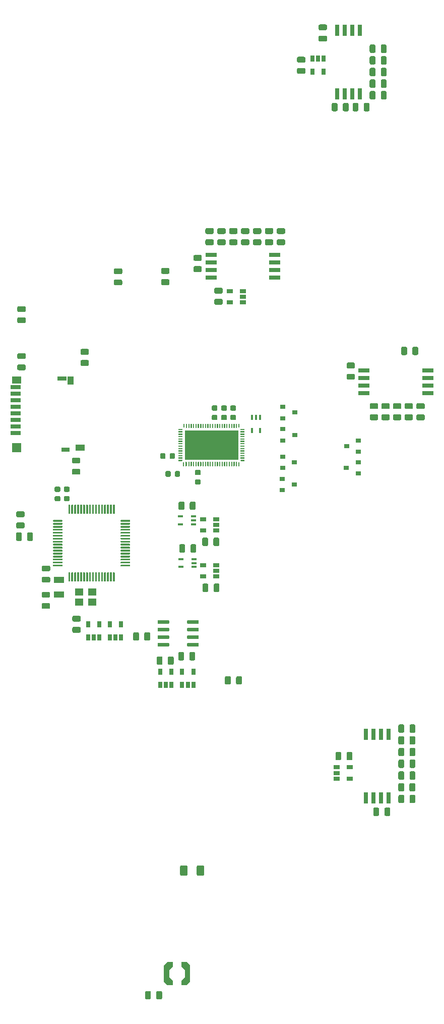
<source format=gbr>
G04 #@! TF.GenerationSoftware,KiCad,Pcbnew,5.1.5-1.fc31*
G04 #@! TF.CreationDate,2019-12-29T19:08:06+00:00*
G04 #@! TF.ProjectId,electric-FIAT,656c6563-7472-4696-932d-464941542e6b,1.0.0*
G04 #@! TF.SameCoordinates,Original*
G04 #@! TF.FileFunction,Paste,Top*
G04 #@! TF.FilePolarity,Positive*
%FSLAX46Y46*%
G04 Gerber Fmt 4.6, Leading zero omitted, Abs format (unit mm)*
G04 Created by KiCad (PCBNEW 5.1.5-1.fc31) date 2019-12-29 19:08:06*
%MOMM*%
%LPD*%
G04 APERTURE LIST*
%ADD10C,0.100000*%
%ADD11R,0.400000X0.900000*%
%ADD12R,0.650000X1.060000*%
%ADD13R,1.060000X0.650000*%
%ADD14R,1.905000X0.640000*%
%ADD15R,0.900000X0.400000*%
%ADD16R,1.400000X1.200000*%
%ADD17R,1.800000X1.000000*%
%ADD18R,0.640000X1.905000*%
%ADD19R,1.550000X1.000000*%
%ADD20R,1.500000X1.500000*%
%ADD21R,1.750000X0.700000*%
%ADD22R,1.400000X0.800000*%
%ADD23R,1.000000X1.450000*%
%ADD24R,1.500000X0.800000*%
%ADD25R,1.500000X1.300000*%
%ADD26R,9.000000X5.000000*%
%ADD27R,0.900000X0.800000*%
G04 APERTURE END LIST*
D10*
G36*
X123340142Y-155161174D02*
G01*
X123363803Y-155164684D01*
X123387007Y-155170496D01*
X123409529Y-155178554D01*
X123431153Y-155188782D01*
X123451670Y-155201079D01*
X123470883Y-155215329D01*
X123488607Y-155231393D01*
X123504671Y-155249117D01*
X123518921Y-155268330D01*
X123531218Y-155288847D01*
X123541446Y-155310471D01*
X123549504Y-155332993D01*
X123555316Y-155356197D01*
X123558826Y-155379858D01*
X123560000Y-155403750D01*
X123560000Y-156316250D01*
X123558826Y-156340142D01*
X123555316Y-156363803D01*
X123549504Y-156387007D01*
X123541446Y-156409529D01*
X123531218Y-156431153D01*
X123518921Y-156451670D01*
X123504671Y-156470883D01*
X123488607Y-156488607D01*
X123470883Y-156504671D01*
X123451670Y-156518921D01*
X123431153Y-156531218D01*
X123409529Y-156541446D01*
X123387007Y-156549504D01*
X123363803Y-156555316D01*
X123340142Y-156558826D01*
X123316250Y-156560000D01*
X122828750Y-156560000D01*
X122804858Y-156558826D01*
X122781197Y-156555316D01*
X122757993Y-156549504D01*
X122735471Y-156541446D01*
X122713847Y-156531218D01*
X122693330Y-156518921D01*
X122674117Y-156504671D01*
X122656393Y-156488607D01*
X122640329Y-156470883D01*
X122626079Y-156451670D01*
X122613782Y-156431153D01*
X122603554Y-156409529D01*
X122595496Y-156387007D01*
X122589684Y-156363803D01*
X122586174Y-156340142D01*
X122585000Y-156316250D01*
X122585000Y-155403750D01*
X122586174Y-155379858D01*
X122589684Y-155356197D01*
X122595496Y-155332993D01*
X122603554Y-155310471D01*
X122613782Y-155288847D01*
X122626079Y-155268330D01*
X122640329Y-155249117D01*
X122656393Y-155231393D01*
X122674117Y-155215329D01*
X122693330Y-155201079D01*
X122713847Y-155188782D01*
X122735471Y-155178554D01*
X122757993Y-155170496D01*
X122781197Y-155164684D01*
X122804858Y-155161174D01*
X122828750Y-155160000D01*
X123316250Y-155160000D01*
X123340142Y-155161174D01*
G37*
G36*
X125215142Y-155161174D02*
G01*
X125238803Y-155164684D01*
X125262007Y-155170496D01*
X125284529Y-155178554D01*
X125306153Y-155188782D01*
X125326670Y-155201079D01*
X125345883Y-155215329D01*
X125363607Y-155231393D01*
X125379671Y-155249117D01*
X125393921Y-155268330D01*
X125406218Y-155288847D01*
X125416446Y-155310471D01*
X125424504Y-155332993D01*
X125430316Y-155356197D01*
X125433826Y-155379858D01*
X125435000Y-155403750D01*
X125435000Y-156316250D01*
X125433826Y-156340142D01*
X125430316Y-156363803D01*
X125424504Y-156387007D01*
X125416446Y-156409529D01*
X125406218Y-156431153D01*
X125393921Y-156451670D01*
X125379671Y-156470883D01*
X125363607Y-156488607D01*
X125345883Y-156504671D01*
X125326670Y-156518921D01*
X125306153Y-156531218D01*
X125284529Y-156541446D01*
X125262007Y-156549504D01*
X125238803Y-156555316D01*
X125215142Y-156558826D01*
X125191250Y-156560000D01*
X124703750Y-156560000D01*
X124679858Y-156558826D01*
X124656197Y-156555316D01*
X124632993Y-156549504D01*
X124610471Y-156541446D01*
X124588847Y-156531218D01*
X124568330Y-156518921D01*
X124549117Y-156504671D01*
X124531393Y-156488607D01*
X124515329Y-156470883D01*
X124501079Y-156451670D01*
X124488782Y-156431153D01*
X124478554Y-156409529D01*
X124470496Y-156387007D01*
X124464684Y-156363803D01*
X124461174Y-156340142D01*
X124460000Y-156316250D01*
X124460000Y-155403750D01*
X124461174Y-155379858D01*
X124464684Y-155356197D01*
X124470496Y-155332993D01*
X124478554Y-155310471D01*
X124488782Y-155288847D01*
X124501079Y-155268330D01*
X124515329Y-155249117D01*
X124531393Y-155231393D01*
X124549117Y-155215329D01*
X124568330Y-155201079D01*
X124588847Y-155188782D01*
X124610471Y-155178554D01*
X124632993Y-155170496D01*
X124656197Y-155164684D01*
X124679858Y-155161174D01*
X124703750Y-155160000D01*
X125191250Y-155160000D01*
X125215142Y-155161174D01*
G37*
G36*
X99317691Y-89271053D02*
G01*
X99338926Y-89274203D01*
X99359750Y-89279419D01*
X99379962Y-89286651D01*
X99399368Y-89295830D01*
X99417781Y-89306866D01*
X99435024Y-89319654D01*
X99450930Y-89334070D01*
X99465346Y-89349976D01*
X99478134Y-89367219D01*
X99489170Y-89385632D01*
X99498349Y-89405038D01*
X99505581Y-89425250D01*
X99510797Y-89446074D01*
X99513947Y-89467309D01*
X99515000Y-89488750D01*
X99515000Y-89926250D01*
X99513947Y-89947691D01*
X99510797Y-89968926D01*
X99505581Y-89989750D01*
X99498349Y-90009962D01*
X99489170Y-90029368D01*
X99478134Y-90047781D01*
X99465346Y-90065024D01*
X99450930Y-90080930D01*
X99435024Y-90095346D01*
X99417781Y-90108134D01*
X99399368Y-90119170D01*
X99379962Y-90128349D01*
X99359750Y-90135581D01*
X99338926Y-90140797D01*
X99317691Y-90143947D01*
X99296250Y-90145000D01*
X98783750Y-90145000D01*
X98762309Y-90143947D01*
X98741074Y-90140797D01*
X98720250Y-90135581D01*
X98700038Y-90128349D01*
X98680632Y-90119170D01*
X98662219Y-90108134D01*
X98644976Y-90095346D01*
X98629070Y-90080930D01*
X98614654Y-90065024D01*
X98601866Y-90047781D01*
X98590830Y-90029368D01*
X98581651Y-90009962D01*
X98574419Y-89989750D01*
X98569203Y-89968926D01*
X98566053Y-89947691D01*
X98565000Y-89926250D01*
X98565000Y-89488750D01*
X98566053Y-89467309D01*
X98569203Y-89446074D01*
X98574419Y-89425250D01*
X98581651Y-89405038D01*
X98590830Y-89385632D01*
X98601866Y-89367219D01*
X98614654Y-89349976D01*
X98629070Y-89334070D01*
X98644976Y-89319654D01*
X98662219Y-89306866D01*
X98680632Y-89295830D01*
X98700038Y-89286651D01*
X98720250Y-89279419D01*
X98741074Y-89274203D01*
X98762309Y-89271053D01*
X98783750Y-89270000D01*
X99296250Y-89270000D01*
X99317691Y-89271053D01*
G37*
G36*
X99317691Y-87696053D02*
G01*
X99338926Y-87699203D01*
X99359750Y-87704419D01*
X99379962Y-87711651D01*
X99399368Y-87720830D01*
X99417781Y-87731866D01*
X99435024Y-87744654D01*
X99450930Y-87759070D01*
X99465346Y-87774976D01*
X99478134Y-87792219D01*
X99489170Y-87810632D01*
X99498349Y-87830038D01*
X99505581Y-87850250D01*
X99510797Y-87871074D01*
X99513947Y-87892309D01*
X99515000Y-87913750D01*
X99515000Y-88351250D01*
X99513947Y-88372691D01*
X99510797Y-88393926D01*
X99505581Y-88414750D01*
X99498349Y-88434962D01*
X99489170Y-88454368D01*
X99478134Y-88472781D01*
X99465346Y-88490024D01*
X99450930Y-88505930D01*
X99435024Y-88520346D01*
X99417781Y-88533134D01*
X99399368Y-88544170D01*
X99379962Y-88553349D01*
X99359750Y-88560581D01*
X99338926Y-88565797D01*
X99317691Y-88568947D01*
X99296250Y-88570000D01*
X98783750Y-88570000D01*
X98762309Y-88568947D01*
X98741074Y-88565797D01*
X98720250Y-88560581D01*
X98700038Y-88553349D01*
X98680632Y-88544170D01*
X98662219Y-88533134D01*
X98644976Y-88520346D01*
X98629070Y-88505930D01*
X98614654Y-88490024D01*
X98601866Y-88472781D01*
X98590830Y-88454368D01*
X98581651Y-88434962D01*
X98574419Y-88414750D01*
X98569203Y-88393926D01*
X98566053Y-88372691D01*
X98565000Y-88351250D01*
X98565000Y-87913750D01*
X98566053Y-87892309D01*
X98569203Y-87871074D01*
X98574419Y-87850250D01*
X98581651Y-87830038D01*
X98590830Y-87810632D01*
X98601866Y-87792219D01*
X98614654Y-87774976D01*
X98629070Y-87759070D01*
X98644976Y-87744654D01*
X98662219Y-87731866D01*
X98680632Y-87720830D01*
X98700038Y-87711651D01*
X98720250Y-87704419D01*
X98741074Y-87699203D01*
X98762309Y-87696053D01*
X98783750Y-87695000D01*
X99296250Y-87695000D01*
X99317691Y-87696053D01*
G37*
G36*
X93397691Y-98516053D02*
G01*
X93418926Y-98519203D01*
X93439750Y-98524419D01*
X93459962Y-98531651D01*
X93479368Y-98540830D01*
X93497781Y-98551866D01*
X93515024Y-98564654D01*
X93530930Y-98579070D01*
X93545346Y-98594976D01*
X93558134Y-98612219D01*
X93569170Y-98630632D01*
X93578349Y-98650038D01*
X93585581Y-98670250D01*
X93590797Y-98691074D01*
X93593947Y-98712309D01*
X93595000Y-98733750D01*
X93595000Y-99171250D01*
X93593947Y-99192691D01*
X93590797Y-99213926D01*
X93585581Y-99234750D01*
X93578349Y-99254962D01*
X93569170Y-99274368D01*
X93558134Y-99292781D01*
X93545346Y-99310024D01*
X93530930Y-99325930D01*
X93515024Y-99340346D01*
X93497781Y-99353134D01*
X93479368Y-99364170D01*
X93459962Y-99373349D01*
X93439750Y-99380581D01*
X93418926Y-99385797D01*
X93397691Y-99388947D01*
X93376250Y-99390000D01*
X92863750Y-99390000D01*
X92842309Y-99388947D01*
X92821074Y-99385797D01*
X92800250Y-99380581D01*
X92780038Y-99373349D01*
X92760632Y-99364170D01*
X92742219Y-99353134D01*
X92724976Y-99340346D01*
X92709070Y-99325930D01*
X92694654Y-99310024D01*
X92681866Y-99292781D01*
X92670830Y-99274368D01*
X92661651Y-99254962D01*
X92654419Y-99234750D01*
X92649203Y-99213926D01*
X92646053Y-99192691D01*
X92645000Y-99171250D01*
X92645000Y-98733750D01*
X92646053Y-98712309D01*
X92649203Y-98691074D01*
X92654419Y-98670250D01*
X92661651Y-98650038D01*
X92670830Y-98630632D01*
X92681866Y-98612219D01*
X92694654Y-98594976D01*
X92709070Y-98579070D01*
X92724976Y-98564654D01*
X92742219Y-98551866D01*
X92760632Y-98540830D01*
X92780038Y-98531651D01*
X92800250Y-98524419D01*
X92821074Y-98519203D01*
X92842309Y-98516053D01*
X92863750Y-98515000D01*
X93376250Y-98515000D01*
X93397691Y-98516053D01*
G37*
G36*
X93397691Y-100091053D02*
G01*
X93418926Y-100094203D01*
X93439750Y-100099419D01*
X93459962Y-100106651D01*
X93479368Y-100115830D01*
X93497781Y-100126866D01*
X93515024Y-100139654D01*
X93530930Y-100154070D01*
X93545346Y-100169976D01*
X93558134Y-100187219D01*
X93569170Y-100205632D01*
X93578349Y-100225038D01*
X93585581Y-100245250D01*
X93590797Y-100266074D01*
X93593947Y-100287309D01*
X93595000Y-100308750D01*
X93595000Y-100746250D01*
X93593947Y-100767691D01*
X93590797Y-100788926D01*
X93585581Y-100809750D01*
X93578349Y-100829962D01*
X93569170Y-100849368D01*
X93558134Y-100867781D01*
X93545346Y-100885024D01*
X93530930Y-100900930D01*
X93515024Y-100915346D01*
X93497781Y-100928134D01*
X93479368Y-100939170D01*
X93459962Y-100948349D01*
X93439750Y-100955581D01*
X93418926Y-100960797D01*
X93397691Y-100963947D01*
X93376250Y-100965000D01*
X92863750Y-100965000D01*
X92842309Y-100963947D01*
X92821074Y-100960797D01*
X92800250Y-100955581D01*
X92780038Y-100948349D01*
X92760632Y-100939170D01*
X92742219Y-100928134D01*
X92724976Y-100915346D01*
X92709070Y-100900930D01*
X92694654Y-100885024D01*
X92681866Y-100867781D01*
X92670830Y-100849368D01*
X92661651Y-100829962D01*
X92654419Y-100809750D01*
X92649203Y-100788926D01*
X92646053Y-100767691D01*
X92645000Y-100746250D01*
X92645000Y-100308750D01*
X92646053Y-100287309D01*
X92649203Y-100266074D01*
X92654419Y-100245250D01*
X92661651Y-100225038D01*
X92670830Y-100205632D01*
X92681866Y-100187219D01*
X92694654Y-100169976D01*
X92709070Y-100154070D01*
X92724976Y-100139654D01*
X92742219Y-100126866D01*
X92760632Y-100115830D01*
X92780038Y-100106651D01*
X92800250Y-100099419D01*
X92821074Y-100094203D01*
X92842309Y-100091053D01*
X92863750Y-100090000D01*
X93376250Y-100090000D01*
X93397691Y-100091053D01*
G37*
G36*
X71367691Y-101316053D02*
G01*
X71388926Y-101319203D01*
X71409750Y-101324419D01*
X71429962Y-101331651D01*
X71449368Y-101340830D01*
X71467781Y-101351866D01*
X71485024Y-101364654D01*
X71500930Y-101379070D01*
X71515346Y-101394976D01*
X71528134Y-101412219D01*
X71539170Y-101430632D01*
X71548349Y-101450038D01*
X71555581Y-101470250D01*
X71560797Y-101491074D01*
X71563947Y-101512309D01*
X71565000Y-101533750D01*
X71565000Y-101971250D01*
X71563947Y-101992691D01*
X71560797Y-102013926D01*
X71555581Y-102034750D01*
X71548349Y-102054962D01*
X71539170Y-102074368D01*
X71528134Y-102092781D01*
X71515346Y-102110024D01*
X71500930Y-102125930D01*
X71485024Y-102140346D01*
X71467781Y-102153134D01*
X71449368Y-102164170D01*
X71429962Y-102173349D01*
X71409750Y-102180581D01*
X71388926Y-102185797D01*
X71367691Y-102188947D01*
X71346250Y-102190000D01*
X70833750Y-102190000D01*
X70812309Y-102188947D01*
X70791074Y-102185797D01*
X70770250Y-102180581D01*
X70750038Y-102173349D01*
X70730632Y-102164170D01*
X70712219Y-102153134D01*
X70694976Y-102140346D01*
X70679070Y-102125930D01*
X70664654Y-102110024D01*
X70651866Y-102092781D01*
X70640830Y-102074368D01*
X70631651Y-102054962D01*
X70624419Y-102034750D01*
X70619203Y-102013926D01*
X70616053Y-101992691D01*
X70615000Y-101971250D01*
X70615000Y-101533750D01*
X70616053Y-101512309D01*
X70619203Y-101491074D01*
X70624419Y-101470250D01*
X70631651Y-101450038D01*
X70640830Y-101430632D01*
X70651866Y-101412219D01*
X70664654Y-101394976D01*
X70679070Y-101379070D01*
X70694976Y-101364654D01*
X70712219Y-101351866D01*
X70730632Y-101340830D01*
X70750038Y-101331651D01*
X70770250Y-101324419D01*
X70791074Y-101319203D01*
X70812309Y-101316053D01*
X70833750Y-101315000D01*
X71346250Y-101315000D01*
X71367691Y-101316053D01*
G37*
G36*
X71367691Y-102891053D02*
G01*
X71388926Y-102894203D01*
X71409750Y-102899419D01*
X71429962Y-102906651D01*
X71449368Y-102915830D01*
X71467781Y-102926866D01*
X71485024Y-102939654D01*
X71500930Y-102954070D01*
X71515346Y-102969976D01*
X71528134Y-102987219D01*
X71539170Y-103005632D01*
X71548349Y-103025038D01*
X71555581Y-103045250D01*
X71560797Y-103066074D01*
X71563947Y-103087309D01*
X71565000Y-103108750D01*
X71565000Y-103546250D01*
X71563947Y-103567691D01*
X71560797Y-103588926D01*
X71555581Y-103609750D01*
X71548349Y-103629962D01*
X71539170Y-103649368D01*
X71528134Y-103667781D01*
X71515346Y-103685024D01*
X71500930Y-103700930D01*
X71485024Y-103715346D01*
X71467781Y-103728134D01*
X71449368Y-103739170D01*
X71429962Y-103748349D01*
X71409750Y-103755581D01*
X71388926Y-103760797D01*
X71367691Y-103763947D01*
X71346250Y-103765000D01*
X70833750Y-103765000D01*
X70812309Y-103763947D01*
X70791074Y-103760797D01*
X70770250Y-103755581D01*
X70750038Y-103748349D01*
X70730632Y-103739170D01*
X70712219Y-103728134D01*
X70694976Y-103715346D01*
X70679070Y-103700930D01*
X70664654Y-103685024D01*
X70651866Y-103667781D01*
X70640830Y-103649368D01*
X70631651Y-103629962D01*
X70624419Y-103609750D01*
X70619203Y-103588926D01*
X70616053Y-103567691D01*
X70615000Y-103546250D01*
X70615000Y-103108750D01*
X70616053Y-103087309D01*
X70619203Y-103066074D01*
X70624419Y-103045250D01*
X70631651Y-103025038D01*
X70640830Y-103005632D01*
X70651866Y-102987219D01*
X70664654Y-102969976D01*
X70679070Y-102954070D01*
X70694976Y-102939654D01*
X70712219Y-102926866D01*
X70730632Y-102915830D01*
X70750038Y-102906651D01*
X70770250Y-102899419D01*
X70791074Y-102894203D01*
X70812309Y-102891053D01*
X70833750Y-102890000D01*
X71346250Y-102890000D01*
X71367691Y-102891053D01*
G37*
G36*
X88352691Y-98706053D02*
G01*
X88373926Y-98709203D01*
X88394750Y-98714419D01*
X88414962Y-98721651D01*
X88434368Y-98730830D01*
X88452781Y-98741866D01*
X88470024Y-98754654D01*
X88485930Y-98769070D01*
X88500346Y-98784976D01*
X88513134Y-98802219D01*
X88524170Y-98820632D01*
X88533349Y-98840038D01*
X88540581Y-98860250D01*
X88545797Y-98881074D01*
X88548947Y-98902309D01*
X88550000Y-98923750D01*
X88550000Y-99436250D01*
X88548947Y-99457691D01*
X88545797Y-99478926D01*
X88540581Y-99499750D01*
X88533349Y-99519962D01*
X88524170Y-99539368D01*
X88513134Y-99557781D01*
X88500346Y-99575024D01*
X88485930Y-99590930D01*
X88470024Y-99605346D01*
X88452781Y-99618134D01*
X88434368Y-99629170D01*
X88414962Y-99638349D01*
X88394750Y-99645581D01*
X88373926Y-99650797D01*
X88352691Y-99653947D01*
X88331250Y-99655000D01*
X87893750Y-99655000D01*
X87872309Y-99653947D01*
X87851074Y-99650797D01*
X87830250Y-99645581D01*
X87810038Y-99638349D01*
X87790632Y-99629170D01*
X87772219Y-99618134D01*
X87754976Y-99605346D01*
X87739070Y-99590930D01*
X87724654Y-99575024D01*
X87711866Y-99557781D01*
X87700830Y-99539368D01*
X87691651Y-99519962D01*
X87684419Y-99499750D01*
X87679203Y-99478926D01*
X87676053Y-99457691D01*
X87675000Y-99436250D01*
X87675000Y-98923750D01*
X87676053Y-98902309D01*
X87679203Y-98881074D01*
X87684419Y-98860250D01*
X87691651Y-98840038D01*
X87700830Y-98820632D01*
X87711866Y-98802219D01*
X87724654Y-98784976D01*
X87739070Y-98769070D01*
X87754976Y-98754654D01*
X87772219Y-98741866D01*
X87790632Y-98730830D01*
X87810038Y-98721651D01*
X87830250Y-98714419D01*
X87851074Y-98709203D01*
X87872309Y-98706053D01*
X87893750Y-98705000D01*
X88331250Y-98705000D01*
X88352691Y-98706053D01*
G37*
G36*
X89927691Y-98706053D02*
G01*
X89948926Y-98709203D01*
X89969750Y-98714419D01*
X89989962Y-98721651D01*
X90009368Y-98730830D01*
X90027781Y-98741866D01*
X90045024Y-98754654D01*
X90060930Y-98769070D01*
X90075346Y-98784976D01*
X90088134Y-98802219D01*
X90099170Y-98820632D01*
X90108349Y-98840038D01*
X90115581Y-98860250D01*
X90120797Y-98881074D01*
X90123947Y-98902309D01*
X90125000Y-98923750D01*
X90125000Y-99436250D01*
X90123947Y-99457691D01*
X90120797Y-99478926D01*
X90115581Y-99499750D01*
X90108349Y-99519962D01*
X90099170Y-99539368D01*
X90088134Y-99557781D01*
X90075346Y-99575024D01*
X90060930Y-99590930D01*
X90045024Y-99605346D01*
X90027781Y-99618134D01*
X90009368Y-99629170D01*
X89989962Y-99638349D01*
X89969750Y-99645581D01*
X89948926Y-99650797D01*
X89927691Y-99653947D01*
X89906250Y-99655000D01*
X89468750Y-99655000D01*
X89447309Y-99653947D01*
X89426074Y-99650797D01*
X89405250Y-99645581D01*
X89385038Y-99638349D01*
X89365632Y-99629170D01*
X89347219Y-99618134D01*
X89329976Y-99605346D01*
X89314070Y-99590930D01*
X89299654Y-99575024D01*
X89286866Y-99557781D01*
X89275830Y-99539368D01*
X89266651Y-99519962D01*
X89259419Y-99499750D01*
X89254203Y-99478926D01*
X89251053Y-99457691D01*
X89250000Y-99436250D01*
X89250000Y-98923750D01*
X89251053Y-98902309D01*
X89254203Y-98881074D01*
X89259419Y-98860250D01*
X89266651Y-98840038D01*
X89275830Y-98820632D01*
X89286866Y-98802219D01*
X89299654Y-98784976D01*
X89314070Y-98769070D01*
X89329976Y-98754654D01*
X89347219Y-98741866D01*
X89365632Y-98730830D01*
X89385038Y-98721651D01*
X89405250Y-98714419D01*
X89426074Y-98709203D01*
X89447309Y-98706053D01*
X89468750Y-98705000D01*
X89906250Y-98705000D01*
X89927691Y-98706053D01*
G37*
G36*
X96207691Y-87696053D02*
G01*
X96228926Y-87699203D01*
X96249750Y-87704419D01*
X96269962Y-87711651D01*
X96289368Y-87720830D01*
X96307781Y-87731866D01*
X96325024Y-87744654D01*
X96340930Y-87759070D01*
X96355346Y-87774976D01*
X96368134Y-87792219D01*
X96379170Y-87810632D01*
X96388349Y-87830038D01*
X96395581Y-87850250D01*
X96400797Y-87871074D01*
X96403947Y-87892309D01*
X96405000Y-87913750D01*
X96405000Y-88351250D01*
X96403947Y-88372691D01*
X96400797Y-88393926D01*
X96395581Y-88414750D01*
X96388349Y-88434962D01*
X96379170Y-88454368D01*
X96368134Y-88472781D01*
X96355346Y-88490024D01*
X96340930Y-88505930D01*
X96325024Y-88520346D01*
X96307781Y-88533134D01*
X96289368Y-88544170D01*
X96269962Y-88553349D01*
X96249750Y-88560581D01*
X96228926Y-88565797D01*
X96207691Y-88568947D01*
X96186250Y-88570000D01*
X95673750Y-88570000D01*
X95652309Y-88568947D01*
X95631074Y-88565797D01*
X95610250Y-88560581D01*
X95590038Y-88553349D01*
X95570632Y-88544170D01*
X95552219Y-88533134D01*
X95534976Y-88520346D01*
X95519070Y-88505930D01*
X95504654Y-88490024D01*
X95491866Y-88472781D01*
X95480830Y-88454368D01*
X95471651Y-88434962D01*
X95464419Y-88414750D01*
X95459203Y-88393926D01*
X95456053Y-88372691D01*
X95455000Y-88351250D01*
X95455000Y-87913750D01*
X95456053Y-87892309D01*
X95459203Y-87871074D01*
X95464419Y-87850250D01*
X95471651Y-87830038D01*
X95480830Y-87810632D01*
X95491866Y-87792219D01*
X95504654Y-87774976D01*
X95519070Y-87759070D01*
X95534976Y-87744654D01*
X95552219Y-87731866D01*
X95570632Y-87720830D01*
X95590038Y-87711651D01*
X95610250Y-87704419D01*
X95631074Y-87699203D01*
X95652309Y-87696053D01*
X95673750Y-87695000D01*
X96186250Y-87695000D01*
X96207691Y-87696053D01*
G37*
G36*
X96207691Y-89271053D02*
G01*
X96228926Y-89274203D01*
X96249750Y-89279419D01*
X96269962Y-89286651D01*
X96289368Y-89295830D01*
X96307781Y-89306866D01*
X96325024Y-89319654D01*
X96340930Y-89334070D01*
X96355346Y-89349976D01*
X96368134Y-89367219D01*
X96379170Y-89385632D01*
X96388349Y-89405038D01*
X96395581Y-89425250D01*
X96400797Y-89446074D01*
X96403947Y-89467309D01*
X96405000Y-89488750D01*
X96405000Y-89926250D01*
X96403947Y-89947691D01*
X96400797Y-89968926D01*
X96395581Y-89989750D01*
X96388349Y-90009962D01*
X96379170Y-90029368D01*
X96368134Y-90047781D01*
X96355346Y-90065024D01*
X96340930Y-90080930D01*
X96325024Y-90095346D01*
X96307781Y-90108134D01*
X96289368Y-90119170D01*
X96269962Y-90128349D01*
X96249750Y-90135581D01*
X96228926Y-90140797D01*
X96207691Y-90143947D01*
X96186250Y-90145000D01*
X95673750Y-90145000D01*
X95652309Y-90143947D01*
X95631074Y-90140797D01*
X95610250Y-90135581D01*
X95590038Y-90128349D01*
X95570632Y-90119170D01*
X95552219Y-90108134D01*
X95534976Y-90095346D01*
X95519070Y-90080930D01*
X95504654Y-90065024D01*
X95491866Y-90047781D01*
X95480830Y-90029368D01*
X95471651Y-90009962D01*
X95464419Y-89989750D01*
X95459203Y-89968926D01*
X95456053Y-89947691D01*
X95455000Y-89926250D01*
X95455000Y-89488750D01*
X95456053Y-89467309D01*
X95459203Y-89446074D01*
X95464419Y-89425250D01*
X95471651Y-89405038D01*
X95480830Y-89385632D01*
X95491866Y-89367219D01*
X95504654Y-89349976D01*
X95519070Y-89334070D01*
X95534976Y-89319654D01*
X95552219Y-89306866D01*
X95570632Y-89295830D01*
X95590038Y-89286651D01*
X95610250Y-89279419D01*
X95631074Y-89274203D01*
X95652309Y-89271053D01*
X95673750Y-89270000D01*
X96186250Y-89270000D01*
X96207691Y-89271053D01*
G37*
G36*
X69807691Y-101326053D02*
G01*
X69828926Y-101329203D01*
X69849750Y-101334419D01*
X69869962Y-101341651D01*
X69889368Y-101350830D01*
X69907781Y-101361866D01*
X69925024Y-101374654D01*
X69940930Y-101389070D01*
X69955346Y-101404976D01*
X69968134Y-101422219D01*
X69979170Y-101440632D01*
X69988349Y-101460038D01*
X69995581Y-101480250D01*
X70000797Y-101501074D01*
X70003947Y-101522309D01*
X70005000Y-101543750D01*
X70005000Y-101981250D01*
X70003947Y-102002691D01*
X70000797Y-102023926D01*
X69995581Y-102044750D01*
X69988349Y-102064962D01*
X69979170Y-102084368D01*
X69968134Y-102102781D01*
X69955346Y-102120024D01*
X69940930Y-102135930D01*
X69925024Y-102150346D01*
X69907781Y-102163134D01*
X69889368Y-102174170D01*
X69869962Y-102183349D01*
X69849750Y-102190581D01*
X69828926Y-102195797D01*
X69807691Y-102198947D01*
X69786250Y-102200000D01*
X69273750Y-102200000D01*
X69252309Y-102198947D01*
X69231074Y-102195797D01*
X69210250Y-102190581D01*
X69190038Y-102183349D01*
X69170632Y-102174170D01*
X69152219Y-102163134D01*
X69134976Y-102150346D01*
X69119070Y-102135930D01*
X69104654Y-102120024D01*
X69091866Y-102102781D01*
X69080830Y-102084368D01*
X69071651Y-102064962D01*
X69064419Y-102044750D01*
X69059203Y-102023926D01*
X69056053Y-102002691D01*
X69055000Y-101981250D01*
X69055000Y-101543750D01*
X69056053Y-101522309D01*
X69059203Y-101501074D01*
X69064419Y-101480250D01*
X69071651Y-101460038D01*
X69080830Y-101440632D01*
X69091866Y-101422219D01*
X69104654Y-101404976D01*
X69119070Y-101389070D01*
X69134976Y-101374654D01*
X69152219Y-101361866D01*
X69170632Y-101350830D01*
X69190038Y-101341651D01*
X69210250Y-101334419D01*
X69231074Y-101329203D01*
X69252309Y-101326053D01*
X69273750Y-101325000D01*
X69786250Y-101325000D01*
X69807691Y-101326053D01*
G37*
G36*
X69807691Y-102901053D02*
G01*
X69828926Y-102904203D01*
X69849750Y-102909419D01*
X69869962Y-102916651D01*
X69889368Y-102925830D01*
X69907781Y-102936866D01*
X69925024Y-102949654D01*
X69940930Y-102964070D01*
X69955346Y-102979976D01*
X69968134Y-102997219D01*
X69979170Y-103015632D01*
X69988349Y-103035038D01*
X69995581Y-103055250D01*
X70000797Y-103076074D01*
X70003947Y-103097309D01*
X70005000Y-103118750D01*
X70005000Y-103556250D01*
X70003947Y-103577691D01*
X70000797Y-103598926D01*
X69995581Y-103619750D01*
X69988349Y-103639962D01*
X69979170Y-103659368D01*
X69968134Y-103677781D01*
X69955346Y-103695024D01*
X69940930Y-103710930D01*
X69925024Y-103725346D01*
X69907781Y-103738134D01*
X69889368Y-103749170D01*
X69869962Y-103758349D01*
X69849750Y-103765581D01*
X69828926Y-103770797D01*
X69807691Y-103773947D01*
X69786250Y-103775000D01*
X69273750Y-103775000D01*
X69252309Y-103773947D01*
X69231074Y-103770797D01*
X69210250Y-103765581D01*
X69190038Y-103758349D01*
X69170632Y-103749170D01*
X69152219Y-103738134D01*
X69134976Y-103725346D01*
X69119070Y-103710930D01*
X69104654Y-103695024D01*
X69091866Y-103677781D01*
X69080830Y-103659368D01*
X69071651Y-103639962D01*
X69064419Y-103619750D01*
X69059203Y-103598926D01*
X69056053Y-103577691D01*
X69055000Y-103556250D01*
X69055000Y-103118750D01*
X69056053Y-103097309D01*
X69059203Y-103076074D01*
X69064419Y-103055250D01*
X69071651Y-103035038D01*
X69080830Y-103015632D01*
X69091866Y-102997219D01*
X69104654Y-102979976D01*
X69119070Y-102964070D01*
X69134976Y-102949654D01*
X69152219Y-102936866D01*
X69170632Y-102925830D01*
X69190038Y-102916651D01*
X69210250Y-102909419D01*
X69231074Y-102904203D01*
X69252309Y-102901053D01*
X69273750Y-102900000D01*
X69786250Y-102900000D01*
X69807691Y-102901053D01*
G37*
G36*
X87482691Y-95716053D02*
G01*
X87503926Y-95719203D01*
X87524750Y-95724419D01*
X87544962Y-95731651D01*
X87564368Y-95740830D01*
X87582781Y-95751866D01*
X87600024Y-95764654D01*
X87615930Y-95779070D01*
X87630346Y-95794976D01*
X87643134Y-95812219D01*
X87654170Y-95830632D01*
X87663349Y-95850038D01*
X87670581Y-95870250D01*
X87675797Y-95891074D01*
X87678947Y-95912309D01*
X87680000Y-95933750D01*
X87680000Y-96446250D01*
X87678947Y-96467691D01*
X87675797Y-96488926D01*
X87670581Y-96509750D01*
X87663349Y-96529962D01*
X87654170Y-96549368D01*
X87643134Y-96567781D01*
X87630346Y-96585024D01*
X87615930Y-96600930D01*
X87600024Y-96615346D01*
X87582781Y-96628134D01*
X87564368Y-96639170D01*
X87544962Y-96648349D01*
X87524750Y-96655581D01*
X87503926Y-96660797D01*
X87482691Y-96663947D01*
X87461250Y-96665000D01*
X87023750Y-96665000D01*
X87002309Y-96663947D01*
X86981074Y-96660797D01*
X86960250Y-96655581D01*
X86940038Y-96648349D01*
X86920632Y-96639170D01*
X86902219Y-96628134D01*
X86884976Y-96615346D01*
X86869070Y-96600930D01*
X86854654Y-96585024D01*
X86841866Y-96567781D01*
X86830830Y-96549368D01*
X86821651Y-96529962D01*
X86814419Y-96509750D01*
X86809203Y-96488926D01*
X86806053Y-96467691D01*
X86805000Y-96446250D01*
X86805000Y-95933750D01*
X86806053Y-95912309D01*
X86809203Y-95891074D01*
X86814419Y-95870250D01*
X86821651Y-95850038D01*
X86830830Y-95830632D01*
X86841866Y-95812219D01*
X86854654Y-95794976D01*
X86869070Y-95779070D01*
X86884976Y-95764654D01*
X86902219Y-95751866D01*
X86920632Y-95740830D01*
X86940038Y-95731651D01*
X86960250Y-95724419D01*
X86981074Y-95719203D01*
X87002309Y-95716053D01*
X87023750Y-95715000D01*
X87461250Y-95715000D01*
X87482691Y-95716053D01*
G37*
G36*
X89057691Y-95716053D02*
G01*
X89078926Y-95719203D01*
X89099750Y-95724419D01*
X89119962Y-95731651D01*
X89139368Y-95740830D01*
X89157781Y-95751866D01*
X89175024Y-95764654D01*
X89190930Y-95779070D01*
X89205346Y-95794976D01*
X89218134Y-95812219D01*
X89229170Y-95830632D01*
X89238349Y-95850038D01*
X89245581Y-95870250D01*
X89250797Y-95891074D01*
X89253947Y-95912309D01*
X89255000Y-95933750D01*
X89255000Y-96446250D01*
X89253947Y-96467691D01*
X89250797Y-96488926D01*
X89245581Y-96509750D01*
X89238349Y-96529962D01*
X89229170Y-96549368D01*
X89218134Y-96567781D01*
X89205346Y-96585024D01*
X89190930Y-96600930D01*
X89175024Y-96615346D01*
X89157781Y-96628134D01*
X89139368Y-96639170D01*
X89119962Y-96648349D01*
X89099750Y-96655581D01*
X89078926Y-96660797D01*
X89057691Y-96663947D01*
X89036250Y-96665000D01*
X88598750Y-96665000D01*
X88577309Y-96663947D01*
X88556074Y-96660797D01*
X88535250Y-96655581D01*
X88515038Y-96648349D01*
X88495632Y-96639170D01*
X88477219Y-96628134D01*
X88459976Y-96615346D01*
X88444070Y-96600930D01*
X88429654Y-96585024D01*
X88416866Y-96567781D01*
X88405830Y-96549368D01*
X88396651Y-96529962D01*
X88389419Y-96509750D01*
X88384203Y-96488926D01*
X88381053Y-96467691D01*
X88380000Y-96446250D01*
X88380000Y-95933750D01*
X88381053Y-95912309D01*
X88384203Y-95891074D01*
X88389419Y-95870250D01*
X88396651Y-95850038D01*
X88405830Y-95830632D01*
X88416866Y-95812219D01*
X88429654Y-95794976D01*
X88444070Y-95779070D01*
X88459976Y-95764654D01*
X88477219Y-95751866D01*
X88495632Y-95740830D01*
X88515038Y-95731651D01*
X88535250Y-95724419D01*
X88556074Y-95719203D01*
X88577309Y-95716053D01*
X88598750Y-95715000D01*
X89036250Y-95715000D01*
X89057691Y-95716053D01*
G37*
G36*
X97787691Y-87696053D02*
G01*
X97808926Y-87699203D01*
X97829750Y-87704419D01*
X97849962Y-87711651D01*
X97869368Y-87720830D01*
X97887781Y-87731866D01*
X97905024Y-87744654D01*
X97920930Y-87759070D01*
X97935346Y-87774976D01*
X97948134Y-87792219D01*
X97959170Y-87810632D01*
X97968349Y-87830038D01*
X97975581Y-87850250D01*
X97980797Y-87871074D01*
X97983947Y-87892309D01*
X97985000Y-87913750D01*
X97985000Y-88351250D01*
X97983947Y-88372691D01*
X97980797Y-88393926D01*
X97975581Y-88414750D01*
X97968349Y-88434962D01*
X97959170Y-88454368D01*
X97948134Y-88472781D01*
X97935346Y-88490024D01*
X97920930Y-88505930D01*
X97905024Y-88520346D01*
X97887781Y-88533134D01*
X97869368Y-88544170D01*
X97849962Y-88553349D01*
X97829750Y-88560581D01*
X97808926Y-88565797D01*
X97787691Y-88568947D01*
X97766250Y-88570000D01*
X97253750Y-88570000D01*
X97232309Y-88568947D01*
X97211074Y-88565797D01*
X97190250Y-88560581D01*
X97170038Y-88553349D01*
X97150632Y-88544170D01*
X97132219Y-88533134D01*
X97114976Y-88520346D01*
X97099070Y-88505930D01*
X97084654Y-88490024D01*
X97071866Y-88472781D01*
X97060830Y-88454368D01*
X97051651Y-88434962D01*
X97044419Y-88414750D01*
X97039203Y-88393926D01*
X97036053Y-88372691D01*
X97035000Y-88351250D01*
X97035000Y-87913750D01*
X97036053Y-87892309D01*
X97039203Y-87871074D01*
X97044419Y-87850250D01*
X97051651Y-87830038D01*
X97060830Y-87810632D01*
X97071866Y-87792219D01*
X97084654Y-87774976D01*
X97099070Y-87759070D01*
X97114976Y-87744654D01*
X97132219Y-87731866D01*
X97150632Y-87720830D01*
X97170038Y-87711651D01*
X97190250Y-87704419D01*
X97211074Y-87699203D01*
X97232309Y-87696053D01*
X97253750Y-87695000D01*
X97766250Y-87695000D01*
X97787691Y-87696053D01*
G37*
G36*
X97787691Y-89271053D02*
G01*
X97808926Y-89274203D01*
X97829750Y-89279419D01*
X97849962Y-89286651D01*
X97869368Y-89295830D01*
X97887781Y-89306866D01*
X97905024Y-89319654D01*
X97920930Y-89334070D01*
X97935346Y-89349976D01*
X97948134Y-89367219D01*
X97959170Y-89385632D01*
X97968349Y-89405038D01*
X97975581Y-89425250D01*
X97980797Y-89446074D01*
X97983947Y-89467309D01*
X97985000Y-89488750D01*
X97985000Y-89926250D01*
X97983947Y-89947691D01*
X97980797Y-89968926D01*
X97975581Y-89989750D01*
X97968349Y-90009962D01*
X97959170Y-90029368D01*
X97948134Y-90047781D01*
X97935346Y-90065024D01*
X97920930Y-90080930D01*
X97905024Y-90095346D01*
X97887781Y-90108134D01*
X97869368Y-90119170D01*
X97849962Y-90128349D01*
X97829750Y-90135581D01*
X97808926Y-90140797D01*
X97787691Y-90143947D01*
X97766250Y-90145000D01*
X97253750Y-90145000D01*
X97232309Y-90143947D01*
X97211074Y-90140797D01*
X97190250Y-90135581D01*
X97170038Y-90128349D01*
X97150632Y-90119170D01*
X97132219Y-90108134D01*
X97114976Y-90095346D01*
X97099070Y-90080930D01*
X97084654Y-90065024D01*
X97071866Y-90047781D01*
X97060830Y-90029368D01*
X97051651Y-90009962D01*
X97044419Y-89989750D01*
X97039203Y-89968926D01*
X97036053Y-89947691D01*
X97035000Y-89926250D01*
X97035000Y-89488750D01*
X97036053Y-89467309D01*
X97039203Y-89446074D01*
X97044419Y-89425250D01*
X97051651Y-89405038D01*
X97060830Y-89385632D01*
X97071866Y-89367219D01*
X97084654Y-89349976D01*
X97099070Y-89334070D01*
X97114976Y-89319654D01*
X97132219Y-89306866D01*
X97150632Y-89295830D01*
X97170038Y-89286651D01*
X97190250Y-89279419D01*
X97211074Y-89274203D01*
X97232309Y-89271053D01*
X97253750Y-89270000D01*
X97766250Y-89270000D01*
X97787691Y-89271053D01*
G37*
D11*
X103520000Y-91900000D03*
X102220000Y-91900000D03*
X102870000Y-89700000D03*
X102220000Y-89700000D03*
X103520000Y-89700000D03*
D10*
G36*
X93949504Y-164851204D02*
G01*
X93973773Y-164854804D01*
X93997571Y-164860765D01*
X94020671Y-164869030D01*
X94042849Y-164879520D01*
X94063893Y-164892133D01*
X94083598Y-164906747D01*
X94101777Y-164923223D01*
X94118253Y-164941402D01*
X94132867Y-164961107D01*
X94145480Y-164982151D01*
X94155970Y-165004329D01*
X94164235Y-165027429D01*
X94170196Y-165051227D01*
X94173796Y-165075496D01*
X94175000Y-165100000D01*
X94175000Y-166350000D01*
X94173796Y-166374504D01*
X94170196Y-166398773D01*
X94164235Y-166422571D01*
X94155970Y-166445671D01*
X94145480Y-166467849D01*
X94132867Y-166488893D01*
X94118253Y-166508598D01*
X94101777Y-166526777D01*
X94083598Y-166543253D01*
X94063893Y-166557867D01*
X94042849Y-166570480D01*
X94020671Y-166580970D01*
X93997571Y-166589235D01*
X93973773Y-166595196D01*
X93949504Y-166598796D01*
X93925000Y-166600000D01*
X93175000Y-166600000D01*
X93150496Y-166598796D01*
X93126227Y-166595196D01*
X93102429Y-166589235D01*
X93079329Y-166580970D01*
X93057151Y-166570480D01*
X93036107Y-166557867D01*
X93016402Y-166543253D01*
X92998223Y-166526777D01*
X92981747Y-166508598D01*
X92967133Y-166488893D01*
X92954520Y-166467849D01*
X92944030Y-166445671D01*
X92935765Y-166422571D01*
X92929804Y-166398773D01*
X92926204Y-166374504D01*
X92925000Y-166350000D01*
X92925000Y-165100000D01*
X92926204Y-165075496D01*
X92929804Y-165051227D01*
X92935765Y-165027429D01*
X92944030Y-165004329D01*
X92954520Y-164982151D01*
X92967133Y-164961107D01*
X92981747Y-164941402D01*
X92998223Y-164923223D01*
X93016402Y-164906747D01*
X93036107Y-164892133D01*
X93057151Y-164879520D01*
X93079329Y-164869030D01*
X93102429Y-164860765D01*
X93126227Y-164854804D01*
X93150496Y-164851204D01*
X93175000Y-164850000D01*
X93925000Y-164850000D01*
X93949504Y-164851204D01*
G37*
G36*
X91149504Y-164851204D02*
G01*
X91173773Y-164854804D01*
X91197571Y-164860765D01*
X91220671Y-164869030D01*
X91242849Y-164879520D01*
X91263893Y-164892133D01*
X91283598Y-164906747D01*
X91301777Y-164923223D01*
X91318253Y-164941402D01*
X91332867Y-164961107D01*
X91345480Y-164982151D01*
X91355970Y-165004329D01*
X91364235Y-165027429D01*
X91370196Y-165051227D01*
X91373796Y-165075496D01*
X91375000Y-165100000D01*
X91375000Y-166350000D01*
X91373796Y-166374504D01*
X91370196Y-166398773D01*
X91364235Y-166422571D01*
X91355970Y-166445671D01*
X91345480Y-166467849D01*
X91332867Y-166488893D01*
X91318253Y-166508598D01*
X91301777Y-166526777D01*
X91283598Y-166543253D01*
X91263893Y-166557867D01*
X91242849Y-166570480D01*
X91220671Y-166580970D01*
X91197571Y-166589235D01*
X91173773Y-166595196D01*
X91149504Y-166598796D01*
X91125000Y-166600000D01*
X90375000Y-166600000D01*
X90350496Y-166598796D01*
X90326227Y-166595196D01*
X90302429Y-166589235D01*
X90279329Y-166580970D01*
X90257151Y-166570480D01*
X90236107Y-166557867D01*
X90216402Y-166543253D01*
X90198223Y-166526777D01*
X90181747Y-166508598D01*
X90167133Y-166488893D01*
X90154520Y-166467849D01*
X90144030Y-166445671D01*
X90135765Y-166422571D01*
X90129804Y-166398773D01*
X90126204Y-166374504D01*
X90125000Y-166350000D01*
X90125000Y-165100000D01*
X90126204Y-165075496D01*
X90129804Y-165051227D01*
X90135765Y-165027429D01*
X90144030Y-165004329D01*
X90154520Y-164982151D01*
X90167133Y-164961107D01*
X90181747Y-164941402D01*
X90198223Y-164923223D01*
X90216402Y-164906747D01*
X90236107Y-164892133D01*
X90257151Y-164879520D01*
X90279329Y-164869030D01*
X90302429Y-164860765D01*
X90326227Y-164854804D01*
X90350496Y-164851204D01*
X90375000Y-164850000D01*
X91125000Y-164850000D01*
X91149504Y-164851204D01*
G37*
D12*
X74650000Y-124400000D03*
X76550000Y-124400000D03*
X76550000Y-126600000D03*
X75600000Y-126600000D03*
X74650000Y-126600000D03*
X86800000Y-132350000D03*
X88700000Y-132350000D03*
X88700000Y-134550000D03*
X87750000Y-134550000D03*
X86800000Y-134550000D03*
D10*
G36*
X88827642Y-129801174D02*
G01*
X88851303Y-129804684D01*
X88874507Y-129810496D01*
X88897029Y-129818554D01*
X88918653Y-129828782D01*
X88939170Y-129841079D01*
X88958383Y-129855329D01*
X88976107Y-129871393D01*
X88992171Y-129889117D01*
X89006421Y-129908330D01*
X89018718Y-129928847D01*
X89028946Y-129950471D01*
X89037004Y-129972993D01*
X89042816Y-129996197D01*
X89046326Y-130019858D01*
X89047500Y-130043750D01*
X89047500Y-130956250D01*
X89046326Y-130980142D01*
X89042816Y-131003803D01*
X89037004Y-131027007D01*
X89028946Y-131049529D01*
X89018718Y-131071153D01*
X89006421Y-131091670D01*
X88992171Y-131110883D01*
X88976107Y-131128607D01*
X88958383Y-131144671D01*
X88939170Y-131158921D01*
X88918653Y-131171218D01*
X88897029Y-131181446D01*
X88874507Y-131189504D01*
X88851303Y-131195316D01*
X88827642Y-131198826D01*
X88803750Y-131200000D01*
X88316250Y-131200000D01*
X88292358Y-131198826D01*
X88268697Y-131195316D01*
X88245493Y-131189504D01*
X88222971Y-131181446D01*
X88201347Y-131171218D01*
X88180830Y-131158921D01*
X88161617Y-131144671D01*
X88143893Y-131128607D01*
X88127829Y-131110883D01*
X88113579Y-131091670D01*
X88101282Y-131071153D01*
X88091054Y-131049529D01*
X88082996Y-131027007D01*
X88077184Y-131003803D01*
X88073674Y-130980142D01*
X88072500Y-130956250D01*
X88072500Y-130043750D01*
X88073674Y-130019858D01*
X88077184Y-129996197D01*
X88082996Y-129972993D01*
X88091054Y-129950471D01*
X88101282Y-129928847D01*
X88113579Y-129908330D01*
X88127829Y-129889117D01*
X88143893Y-129871393D01*
X88161617Y-129855329D01*
X88180830Y-129841079D01*
X88201347Y-129828782D01*
X88222971Y-129818554D01*
X88245493Y-129810496D01*
X88268697Y-129804684D01*
X88292358Y-129801174D01*
X88316250Y-129800000D01*
X88803750Y-129800000D01*
X88827642Y-129801174D01*
G37*
G36*
X86952642Y-129801174D02*
G01*
X86976303Y-129804684D01*
X86999507Y-129810496D01*
X87022029Y-129818554D01*
X87043653Y-129828782D01*
X87064170Y-129841079D01*
X87083383Y-129855329D01*
X87101107Y-129871393D01*
X87117171Y-129889117D01*
X87131421Y-129908330D01*
X87143718Y-129928847D01*
X87153946Y-129950471D01*
X87162004Y-129972993D01*
X87167816Y-129996197D01*
X87171326Y-130019858D01*
X87172500Y-130043750D01*
X87172500Y-130956250D01*
X87171326Y-130980142D01*
X87167816Y-131003803D01*
X87162004Y-131027007D01*
X87153946Y-131049529D01*
X87143718Y-131071153D01*
X87131421Y-131091670D01*
X87117171Y-131110883D01*
X87101107Y-131128607D01*
X87083383Y-131144671D01*
X87064170Y-131158921D01*
X87043653Y-131171218D01*
X87022029Y-131181446D01*
X86999507Y-131189504D01*
X86976303Y-131195316D01*
X86952642Y-131198826D01*
X86928750Y-131200000D01*
X86441250Y-131200000D01*
X86417358Y-131198826D01*
X86393697Y-131195316D01*
X86370493Y-131189504D01*
X86347971Y-131181446D01*
X86326347Y-131171218D01*
X86305830Y-131158921D01*
X86286617Y-131144671D01*
X86268893Y-131128607D01*
X86252829Y-131110883D01*
X86238579Y-131091670D01*
X86226282Y-131071153D01*
X86216054Y-131049529D01*
X86207996Y-131027007D01*
X86202184Y-131003803D01*
X86198674Y-130980142D01*
X86197500Y-130956250D01*
X86197500Y-130043750D01*
X86198674Y-130019858D01*
X86202184Y-129996197D01*
X86207996Y-129972993D01*
X86216054Y-129950471D01*
X86226282Y-129928847D01*
X86238579Y-129908330D01*
X86252829Y-129889117D01*
X86268893Y-129871393D01*
X86286617Y-129855329D01*
X86305830Y-129841079D01*
X86326347Y-129828782D01*
X86347971Y-129818554D01*
X86370493Y-129810496D01*
X86393697Y-129804684D01*
X86417358Y-129801174D01*
X86441250Y-129800000D01*
X86928750Y-129800000D01*
X86952642Y-129801174D01*
G37*
G36*
X74570142Y-78208674D02*
G01*
X74593803Y-78212184D01*
X74617007Y-78217996D01*
X74639529Y-78226054D01*
X74661153Y-78236282D01*
X74681670Y-78248579D01*
X74700883Y-78262829D01*
X74718607Y-78278893D01*
X74734671Y-78296617D01*
X74748921Y-78315830D01*
X74761218Y-78336347D01*
X74771446Y-78357971D01*
X74779504Y-78380493D01*
X74785316Y-78403697D01*
X74788826Y-78427358D01*
X74790000Y-78451250D01*
X74790000Y-78938750D01*
X74788826Y-78962642D01*
X74785316Y-78986303D01*
X74779504Y-79009507D01*
X74771446Y-79032029D01*
X74761218Y-79053653D01*
X74748921Y-79074170D01*
X74734671Y-79093383D01*
X74718607Y-79111107D01*
X74700883Y-79127171D01*
X74681670Y-79141421D01*
X74661153Y-79153718D01*
X74639529Y-79163946D01*
X74617007Y-79172004D01*
X74593803Y-79177816D01*
X74570142Y-79181326D01*
X74546250Y-79182500D01*
X73633750Y-79182500D01*
X73609858Y-79181326D01*
X73586197Y-79177816D01*
X73562993Y-79172004D01*
X73540471Y-79163946D01*
X73518847Y-79153718D01*
X73498330Y-79141421D01*
X73479117Y-79127171D01*
X73461393Y-79111107D01*
X73445329Y-79093383D01*
X73431079Y-79074170D01*
X73418782Y-79053653D01*
X73408554Y-79032029D01*
X73400496Y-79009507D01*
X73394684Y-78986303D01*
X73391174Y-78962642D01*
X73390000Y-78938750D01*
X73390000Y-78451250D01*
X73391174Y-78427358D01*
X73394684Y-78403697D01*
X73400496Y-78380493D01*
X73408554Y-78357971D01*
X73418782Y-78336347D01*
X73431079Y-78315830D01*
X73445329Y-78296617D01*
X73461393Y-78278893D01*
X73479117Y-78262829D01*
X73498330Y-78248579D01*
X73518847Y-78236282D01*
X73540471Y-78226054D01*
X73562993Y-78217996D01*
X73586197Y-78212184D01*
X73609858Y-78208674D01*
X73633750Y-78207500D01*
X74546250Y-78207500D01*
X74570142Y-78208674D01*
G37*
G36*
X74570142Y-80083674D02*
G01*
X74593803Y-80087184D01*
X74617007Y-80092996D01*
X74639529Y-80101054D01*
X74661153Y-80111282D01*
X74681670Y-80123579D01*
X74700883Y-80137829D01*
X74718607Y-80153893D01*
X74734671Y-80171617D01*
X74748921Y-80190830D01*
X74761218Y-80211347D01*
X74771446Y-80232971D01*
X74779504Y-80255493D01*
X74785316Y-80278697D01*
X74788826Y-80302358D01*
X74790000Y-80326250D01*
X74790000Y-80813750D01*
X74788826Y-80837642D01*
X74785316Y-80861303D01*
X74779504Y-80884507D01*
X74771446Y-80907029D01*
X74761218Y-80928653D01*
X74748921Y-80949170D01*
X74734671Y-80968383D01*
X74718607Y-80986107D01*
X74700883Y-81002171D01*
X74681670Y-81016421D01*
X74661153Y-81028718D01*
X74639529Y-81038946D01*
X74617007Y-81047004D01*
X74593803Y-81052816D01*
X74570142Y-81056326D01*
X74546250Y-81057500D01*
X73633750Y-81057500D01*
X73609858Y-81056326D01*
X73586197Y-81052816D01*
X73562993Y-81047004D01*
X73540471Y-81038946D01*
X73518847Y-81028718D01*
X73498330Y-81016421D01*
X73479117Y-81002171D01*
X73461393Y-80986107D01*
X73445329Y-80968383D01*
X73431079Y-80949170D01*
X73418782Y-80928653D01*
X73408554Y-80907029D01*
X73400496Y-80884507D01*
X73394684Y-80861303D01*
X73391174Y-80837642D01*
X73390000Y-80813750D01*
X73390000Y-80326250D01*
X73391174Y-80302358D01*
X73394684Y-80278697D01*
X73400496Y-80255493D01*
X73408554Y-80232971D01*
X73418782Y-80211347D01*
X73431079Y-80190830D01*
X73445329Y-80171617D01*
X73461393Y-80153893D01*
X73479117Y-80137829D01*
X73498330Y-80123579D01*
X73518847Y-80111282D01*
X73540471Y-80101054D01*
X73562993Y-80092996D01*
X73586197Y-80087184D01*
X73609858Y-80083674D01*
X73633750Y-80082500D01*
X74546250Y-80082500D01*
X74570142Y-80083674D01*
G37*
G36*
X97055142Y-67951174D02*
G01*
X97078803Y-67954684D01*
X97102007Y-67960496D01*
X97124529Y-67968554D01*
X97146153Y-67978782D01*
X97166670Y-67991079D01*
X97185883Y-68005329D01*
X97203607Y-68021393D01*
X97219671Y-68039117D01*
X97233921Y-68058330D01*
X97246218Y-68078847D01*
X97256446Y-68100471D01*
X97264504Y-68122993D01*
X97270316Y-68146197D01*
X97273826Y-68169858D01*
X97275000Y-68193750D01*
X97275000Y-68681250D01*
X97273826Y-68705142D01*
X97270316Y-68728803D01*
X97264504Y-68752007D01*
X97256446Y-68774529D01*
X97246218Y-68796153D01*
X97233921Y-68816670D01*
X97219671Y-68835883D01*
X97203607Y-68853607D01*
X97185883Y-68869671D01*
X97166670Y-68883921D01*
X97146153Y-68896218D01*
X97124529Y-68906446D01*
X97102007Y-68914504D01*
X97078803Y-68920316D01*
X97055142Y-68923826D01*
X97031250Y-68925000D01*
X96118750Y-68925000D01*
X96094858Y-68923826D01*
X96071197Y-68920316D01*
X96047993Y-68914504D01*
X96025471Y-68906446D01*
X96003847Y-68896218D01*
X95983330Y-68883921D01*
X95964117Y-68869671D01*
X95946393Y-68853607D01*
X95930329Y-68835883D01*
X95916079Y-68816670D01*
X95903782Y-68796153D01*
X95893554Y-68774529D01*
X95885496Y-68752007D01*
X95879684Y-68728803D01*
X95876174Y-68705142D01*
X95875000Y-68681250D01*
X95875000Y-68193750D01*
X95876174Y-68169858D01*
X95879684Y-68146197D01*
X95885496Y-68122993D01*
X95893554Y-68100471D01*
X95903782Y-68078847D01*
X95916079Y-68058330D01*
X95930329Y-68039117D01*
X95946393Y-68021393D01*
X95964117Y-68005329D01*
X95983330Y-67991079D01*
X96003847Y-67978782D01*
X96025471Y-67968554D01*
X96047993Y-67960496D01*
X96071197Y-67954684D01*
X96094858Y-67951174D01*
X96118750Y-67950000D01*
X97031250Y-67950000D01*
X97055142Y-67951174D01*
G37*
G36*
X97055142Y-69826174D02*
G01*
X97078803Y-69829684D01*
X97102007Y-69835496D01*
X97124529Y-69843554D01*
X97146153Y-69853782D01*
X97166670Y-69866079D01*
X97185883Y-69880329D01*
X97203607Y-69896393D01*
X97219671Y-69914117D01*
X97233921Y-69933330D01*
X97246218Y-69953847D01*
X97256446Y-69975471D01*
X97264504Y-69997993D01*
X97270316Y-70021197D01*
X97273826Y-70044858D01*
X97275000Y-70068750D01*
X97275000Y-70556250D01*
X97273826Y-70580142D01*
X97270316Y-70603803D01*
X97264504Y-70627007D01*
X97256446Y-70649529D01*
X97246218Y-70671153D01*
X97233921Y-70691670D01*
X97219671Y-70710883D01*
X97203607Y-70728607D01*
X97185883Y-70744671D01*
X97166670Y-70758921D01*
X97146153Y-70771218D01*
X97124529Y-70781446D01*
X97102007Y-70789504D01*
X97078803Y-70795316D01*
X97055142Y-70798826D01*
X97031250Y-70800000D01*
X96118750Y-70800000D01*
X96094858Y-70798826D01*
X96071197Y-70795316D01*
X96047993Y-70789504D01*
X96025471Y-70781446D01*
X96003847Y-70771218D01*
X95983330Y-70758921D01*
X95964117Y-70744671D01*
X95946393Y-70728607D01*
X95930329Y-70710883D01*
X95916079Y-70691670D01*
X95903782Y-70671153D01*
X95893554Y-70649529D01*
X95885496Y-70627007D01*
X95879684Y-70603803D01*
X95876174Y-70580142D01*
X95875000Y-70556250D01*
X95875000Y-70068750D01*
X95876174Y-70044858D01*
X95879684Y-70021197D01*
X95885496Y-69997993D01*
X95893554Y-69975471D01*
X95903782Y-69953847D01*
X95916079Y-69933330D01*
X95930329Y-69914117D01*
X95946393Y-69896393D01*
X95964117Y-69880329D01*
X95983330Y-69866079D01*
X96003847Y-69853782D01*
X96025471Y-69843554D01*
X96047993Y-69835496D01*
X96071197Y-69829684D01*
X96094858Y-69826174D01*
X96118750Y-69825000D01*
X97031250Y-69825000D01*
X97055142Y-69826174D01*
G37*
D13*
X98475000Y-70425000D03*
X98475000Y-68525000D03*
X100675000Y-68525000D03*
X100675000Y-69475000D03*
X100675000Y-70425000D03*
D14*
X95327500Y-66280000D03*
X95327500Y-65010000D03*
X95327500Y-63740000D03*
X95327500Y-62470000D03*
X106022500Y-62470000D03*
X106022500Y-63740000D03*
X106022500Y-65010000D03*
X106022500Y-66280000D03*
D10*
G36*
X107555142Y-57951174D02*
G01*
X107578803Y-57954684D01*
X107602007Y-57960496D01*
X107624529Y-57968554D01*
X107646153Y-57978782D01*
X107666670Y-57991079D01*
X107685883Y-58005329D01*
X107703607Y-58021393D01*
X107719671Y-58039117D01*
X107733921Y-58058330D01*
X107746218Y-58078847D01*
X107756446Y-58100471D01*
X107764504Y-58122993D01*
X107770316Y-58146197D01*
X107773826Y-58169858D01*
X107775000Y-58193750D01*
X107775000Y-58681250D01*
X107773826Y-58705142D01*
X107770316Y-58728803D01*
X107764504Y-58752007D01*
X107756446Y-58774529D01*
X107746218Y-58796153D01*
X107733921Y-58816670D01*
X107719671Y-58835883D01*
X107703607Y-58853607D01*
X107685883Y-58869671D01*
X107666670Y-58883921D01*
X107646153Y-58896218D01*
X107624529Y-58906446D01*
X107602007Y-58914504D01*
X107578803Y-58920316D01*
X107555142Y-58923826D01*
X107531250Y-58925000D01*
X106618750Y-58925000D01*
X106594858Y-58923826D01*
X106571197Y-58920316D01*
X106547993Y-58914504D01*
X106525471Y-58906446D01*
X106503847Y-58896218D01*
X106483330Y-58883921D01*
X106464117Y-58869671D01*
X106446393Y-58853607D01*
X106430329Y-58835883D01*
X106416079Y-58816670D01*
X106403782Y-58796153D01*
X106393554Y-58774529D01*
X106385496Y-58752007D01*
X106379684Y-58728803D01*
X106376174Y-58705142D01*
X106375000Y-58681250D01*
X106375000Y-58193750D01*
X106376174Y-58169858D01*
X106379684Y-58146197D01*
X106385496Y-58122993D01*
X106393554Y-58100471D01*
X106403782Y-58078847D01*
X106416079Y-58058330D01*
X106430329Y-58039117D01*
X106446393Y-58021393D01*
X106464117Y-58005329D01*
X106483330Y-57991079D01*
X106503847Y-57978782D01*
X106525471Y-57968554D01*
X106547993Y-57960496D01*
X106571197Y-57954684D01*
X106594858Y-57951174D01*
X106618750Y-57950000D01*
X107531250Y-57950000D01*
X107555142Y-57951174D01*
G37*
G36*
X107555142Y-59826174D02*
G01*
X107578803Y-59829684D01*
X107602007Y-59835496D01*
X107624529Y-59843554D01*
X107646153Y-59853782D01*
X107666670Y-59866079D01*
X107685883Y-59880329D01*
X107703607Y-59896393D01*
X107719671Y-59914117D01*
X107733921Y-59933330D01*
X107746218Y-59953847D01*
X107756446Y-59975471D01*
X107764504Y-59997993D01*
X107770316Y-60021197D01*
X107773826Y-60044858D01*
X107775000Y-60068750D01*
X107775000Y-60556250D01*
X107773826Y-60580142D01*
X107770316Y-60603803D01*
X107764504Y-60627007D01*
X107756446Y-60649529D01*
X107746218Y-60671153D01*
X107733921Y-60691670D01*
X107719671Y-60710883D01*
X107703607Y-60728607D01*
X107685883Y-60744671D01*
X107666670Y-60758921D01*
X107646153Y-60771218D01*
X107624529Y-60781446D01*
X107602007Y-60789504D01*
X107578803Y-60795316D01*
X107555142Y-60798826D01*
X107531250Y-60800000D01*
X106618750Y-60800000D01*
X106594858Y-60798826D01*
X106571197Y-60795316D01*
X106547993Y-60789504D01*
X106525471Y-60781446D01*
X106503847Y-60771218D01*
X106483330Y-60758921D01*
X106464117Y-60744671D01*
X106446393Y-60728607D01*
X106430329Y-60710883D01*
X106416079Y-60691670D01*
X106403782Y-60671153D01*
X106393554Y-60649529D01*
X106385496Y-60627007D01*
X106379684Y-60603803D01*
X106376174Y-60580142D01*
X106375000Y-60556250D01*
X106375000Y-60068750D01*
X106376174Y-60044858D01*
X106379684Y-60021197D01*
X106385496Y-59997993D01*
X106393554Y-59975471D01*
X106403782Y-59953847D01*
X106416079Y-59933330D01*
X106430329Y-59914117D01*
X106446393Y-59896393D01*
X106464117Y-59880329D01*
X106483330Y-59866079D01*
X106503847Y-59853782D01*
X106525471Y-59843554D01*
X106547993Y-59835496D01*
X106571197Y-59829684D01*
X106594858Y-59826174D01*
X106618750Y-59825000D01*
X107531250Y-59825000D01*
X107555142Y-59826174D01*
G37*
G36*
X95555142Y-57951174D02*
G01*
X95578803Y-57954684D01*
X95602007Y-57960496D01*
X95624529Y-57968554D01*
X95646153Y-57978782D01*
X95666670Y-57991079D01*
X95685883Y-58005329D01*
X95703607Y-58021393D01*
X95719671Y-58039117D01*
X95733921Y-58058330D01*
X95746218Y-58078847D01*
X95756446Y-58100471D01*
X95764504Y-58122993D01*
X95770316Y-58146197D01*
X95773826Y-58169858D01*
X95775000Y-58193750D01*
X95775000Y-58681250D01*
X95773826Y-58705142D01*
X95770316Y-58728803D01*
X95764504Y-58752007D01*
X95756446Y-58774529D01*
X95746218Y-58796153D01*
X95733921Y-58816670D01*
X95719671Y-58835883D01*
X95703607Y-58853607D01*
X95685883Y-58869671D01*
X95666670Y-58883921D01*
X95646153Y-58896218D01*
X95624529Y-58906446D01*
X95602007Y-58914504D01*
X95578803Y-58920316D01*
X95555142Y-58923826D01*
X95531250Y-58925000D01*
X94618750Y-58925000D01*
X94594858Y-58923826D01*
X94571197Y-58920316D01*
X94547993Y-58914504D01*
X94525471Y-58906446D01*
X94503847Y-58896218D01*
X94483330Y-58883921D01*
X94464117Y-58869671D01*
X94446393Y-58853607D01*
X94430329Y-58835883D01*
X94416079Y-58816670D01*
X94403782Y-58796153D01*
X94393554Y-58774529D01*
X94385496Y-58752007D01*
X94379684Y-58728803D01*
X94376174Y-58705142D01*
X94375000Y-58681250D01*
X94375000Y-58193750D01*
X94376174Y-58169858D01*
X94379684Y-58146197D01*
X94385496Y-58122993D01*
X94393554Y-58100471D01*
X94403782Y-58078847D01*
X94416079Y-58058330D01*
X94430329Y-58039117D01*
X94446393Y-58021393D01*
X94464117Y-58005329D01*
X94483330Y-57991079D01*
X94503847Y-57978782D01*
X94525471Y-57968554D01*
X94547993Y-57960496D01*
X94571197Y-57954684D01*
X94594858Y-57951174D01*
X94618750Y-57950000D01*
X95531250Y-57950000D01*
X95555142Y-57951174D01*
G37*
G36*
X95555142Y-59826174D02*
G01*
X95578803Y-59829684D01*
X95602007Y-59835496D01*
X95624529Y-59843554D01*
X95646153Y-59853782D01*
X95666670Y-59866079D01*
X95685883Y-59880329D01*
X95703607Y-59896393D01*
X95719671Y-59914117D01*
X95733921Y-59933330D01*
X95746218Y-59953847D01*
X95756446Y-59975471D01*
X95764504Y-59997993D01*
X95770316Y-60021197D01*
X95773826Y-60044858D01*
X95775000Y-60068750D01*
X95775000Y-60556250D01*
X95773826Y-60580142D01*
X95770316Y-60603803D01*
X95764504Y-60627007D01*
X95756446Y-60649529D01*
X95746218Y-60671153D01*
X95733921Y-60691670D01*
X95719671Y-60710883D01*
X95703607Y-60728607D01*
X95685883Y-60744671D01*
X95666670Y-60758921D01*
X95646153Y-60771218D01*
X95624529Y-60781446D01*
X95602007Y-60789504D01*
X95578803Y-60795316D01*
X95555142Y-60798826D01*
X95531250Y-60800000D01*
X94618750Y-60800000D01*
X94594858Y-60798826D01*
X94571197Y-60795316D01*
X94547993Y-60789504D01*
X94525471Y-60781446D01*
X94503847Y-60771218D01*
X94483330Y-60758921D01*
X94464117Y-60744671D01*
X94446393Y-60728607D01*
X94430329Y-60710883D01*
X94416079Y-60691670D01*
X94403782Y-60671153D01*
X94393554Y-60649529D01*
X94385496Y-60627007D01*
X94379684Y-60603803D01*
X94376174Y-60580142D01*
X94375000Y-60556250D01*
X94375000Y-60068750D01*
X94376174Y-60044858D01*
X94379684Y-60021197D01*
X94385496Y-59997993D01*
X94393554Y-59975471D01*
X94403782Y-59953847D01*
X94416079Y-59933330D01*
X94430329Y-59914117D01*
X94446393Y-59896393D01*
X94464117Y-59880329D01*
X94483330Y-59866079D01*
X94503847Y-59853782D01*
X94525471Y-59843554D01*
X94547993Y-59835496D01*
X94571197Y-59829684D01*
X94594858Y-59826174D01*
X94618750Y-59825000D01*
X95531250Y-59825000D01*
X95555142Y-59826174D01*
G37*
G36*
X97555142Y-59826174D02*
G01*
X97578803Y-59829684D01*
X97602007Y-59835496D01*
X97624529Y-59843554D01*
X97646153Y-59853782D01*
X97666670Y-59866079D01*
X97685883Y-59880329D01*
X97703607Y-59896393D01*
X97719671Y-59914117D01*
X97733921Y-59933330D01*
X97746218Y-59953847D01*
X97756446Y-59975471D01*
X97764504Y-59997993D01*
X97770316Y-60021197D01*
X97773826Y-60044858D01*
X97775000Y-60068750D01*
X97775000Y-60556250D01*
X97773826Y-60580142D01*
X97770316Y-60603803D01*
X97764504Y-60627007D01*
X97756446Y-60649529D01*
X97746218Y-60671153D01*
X97733921Y-60691670D01*
X97719671Y-60710883D01*
X97703607Y-60728607D01*
X97685883Y-60744671D01*
X97666670Y-60758921D01*
X97646153Y-60771218D01*
X97624529Y-60781446D01*
X97602007Y-60789504D01*
X97578803Y-60795316D01*
X97555142Y-60798826D01*
X97531250Y-60800000D01*
X96618750Y-60800000D01*
X96594858Y-60798826D01*
X96571197Y-60795316D01*
X96547993Y-60789504D01*
X96525471Y-60781446D01*
X96503847Y-60771218D01*
X96483330Y-60758921D01*
X96464117Y-60744671D01*
X96446393Y-60728607D01*
X96430329Y-60710883D01*
X96416079Y-60691670D01*
X96403782Y-60671153D01*
X96393554Y-60649529D01*
X96385496Y-60627007D01*
X96379684Y-60603803D01*
X96376174Y-60580142D01*
X96375000Y-60556250D01*
X96375000Y-60068750D01*
X96376174Y-60044858D01*
X96379684Y-60021197D01*
X96385496Y-59997993D01*
X96393554Y-59975471D01*
X96403782Y-59953847D01*
X96416079Y-59933330D01*
X96430329Y-59914117D01*
X96446393Y-59896393D01*
X96464117Y-59880329D01*
X96483330Y-59866079D01*
X96503847Y-59853782D01*
X96525471Y-59843554D01*
X96547993Y-59835496D01*
X96571197Y-59829684D01*
X96594858Y-59826174D01*
X96618750Y-59825000D01*
X97531250Y-59825000D01*
X97555142Y-59826174D01*
G37*
G36*
X97555142Y-57951174D02*
G01*
X97578803Y-57954684D01*
X97602007Y-57960496D01*
X97624529Y-57968554D01*
X97646153Y-57978782D01*
X97666670Y-57991079D01*
X97685883Y-58005329D01*
X97703607Y-58021393D01*
X97719671Y-58039117D01*
X97733921Y-58058330D01*
X97746218Y-58078847D01*
X97756446Y-58100471D01*
X97764504Y-58122993D01*
X97770316Y-58146197D01*
X97773826Y-58169858D01*
X97775000Y-58193750D01*
X97775000Y-58681250D01*
X97773826Y-58705142D01*
X97770316Y-58728803D01*
X97764504Y-58752007D01*
X97756446Y-58774529D01*
X97746218Y-58796153D01*
X97733921Y-58816670D01*
X97719671Y-58835883D01*
X97703607Y-58853607D01*
X97685883Y-58869671D01*
X97666670Y-58883921D01*
X97646153Y-58896218D01*
X97624529Y-58906446D01*
X97602007Y-58914504D01*
X97578803Y-58920316D01*
X97555142Y-58923826D01*
X97531250Y-58925000D01*
X96618750Y-58925000D01*
X96594858Y-58923826D01*
X96571197Y-58920316D01*
X96547993Y-58914504D01*
X96525471Y-58906446D01*
X96503847Y-58896218D01*
X96483330Y-58883921D01*
X96464117Y-58869671D01*
X96446393Y-58853607D01*
X96430329Y-58835883D01*
X96416079Y-58816670D01*
X96403782Y-58796153D01*
X96393554Y-58774529D01*
X96385496Y-58752007D01*
X96379684Y-58728803D01*
X96376174Y-58705142D01*
X96375000Y-58681250D01*
X96375000Y-58193750D01*
X96376174Y-58169858D01*
X96379684Y-58146197D01*
X96385496Y-58122993D01*
X96393554Y-58100471D01*
X96403782Y-58078847D01*
X96416079Y-58058330D01*
X96430329Y-58039117D01*
X96446393Y-58021393D01*
X96464117Y-58005329D01*
X96483330Y-57991079D01*
X96503847Y-57978782D01*
X96525471Y-57968554D01*
X96547993Y-57960496D01*
X96571197Y-57954684D01*
X96594858Y-57951174D01*
X96618750Y-57950000D01*
X97531250Y-57950000D01*
X97555142Y-57951174D01*
G37*
G36*
X99555142Y-59826174D02*
G01*
X99578803Y-59829684D01*
X99602007Y-59835496D01*
X99624529Y-59843554D01*
X99646153Y-59853782D01*
X99666670Y-59866079D01*
X99685883Y-59880329D01*
X99703607Y-59896393D01*
X99719671Y-59914117D01*
X99733921Y-59933330D01*
X99746218Y-59953847D01*
X99756446Y-59975471D01*
X99764504Y-59997993D01*
X99770316Y-60021197D01*
X99773826Y-60044858D01*
X99775000Y-60068750D01*
X99775000Y-60556250D01*
X99773826Y-60580142D01*
X99770316Y-60603803D01*
X99764504Y-60627007D01*
X99756446Y-60649529D01*
X99746218Y-60671153D01*
X99733921Y-60691670D01*
X99719671Y-60710883D01*
X99703607Y-60728607D01*
X99685883Y-60744671D01*
X99666670Y-60758921D01*
X99646153Y-60771218D01*
X99624529Y-60781446D01*
X99602007Y-60789504D01*
X99578803Y-60795316D01*
X99555142Y-60798826D01*
X99531250Y-60800000D01*
X98618750Y-60800000D01*
X98594858Y-60798826D01*
X98571197Y-60795316D01*
X98547993Y-60789504D01*
X98525471Y-60781446D01*
X98503847Y-60771218D01*
X98483330Y-60758921D01*
X98464117Y-60744671D01*
X98446393Y-60728607D01*
X98430329Y-60710883D01*
X98416079Y-60691670D01*
X98403782Y-60671153D01*
X98393554Y-60649529D01*
X98385496Y-60627007D01*
X98379684Y-60603803D01*
X98376174Y-60580142D01*
X98375000Y-60556250D01*
X98375000Y-60068750D01*
X98376174Y-60044858D01*
X98379684Y-60021197D01*
X98385496Y-59997993D01*
X98393554Y-59975471D01*
X98403782Y-59953847D01*
X98416079Y-59933330D01*
X98430329Y-59914117D01*
X98446393Y-59896393D01*
X98464117Y-59880329D01*
X98483330Y-59866079D01*
X98503847Y-59853782D01*
X98525471Y-59843554D01*
X98547993Y-59835496D01*
X98571197Y-59829684D01*
X98594858Y-59826174D01*
X98618750Y-59825000D01*
X99531250Y-59825000D01*
X99555142Y-59826174D01*
G37*
G36*
X99555142Y-57951174D02*
G01*
X99578803Y-57954684D01*
X99602007Y-57960496D01*
X99624529Y-57968554D01*
X99646153Y-57978782D01*
X99666670Y-57991079D01*
X99685883Y-58005329D01*
X99703607Y-58021393D01*
X99719671Y-58039117D01*
X99733921Y-58058330D01*
X99746218Y-58078847D01*
X99756446Y-58100471D01*
X99764504Y-58122993D01*
X99770316Y-58146197D01*
X99773826Y-58169858D01*
X99775000Y-58193750D01*
X99775000Y-58681250D01*
X99773826Y-58705142D01*
X99770316Y-58728803D01*
X99764504Y-58752007D01*
X99756446Y-58774529D01*
X99746218Y-58796153D01*
X99733921Y-58816670D01*
X99719671Y-58835883D01*
X99703607Y-58853607D01*
X99685883Y-58869671D01*
X99666670Y-58883921D01*
X99646153Y-58896218D01*
X99624529Y-58906446D01*
X99602007Y-58914504D01*
X99578803Y-58920316D01*
X99555142Y-58923826D01*
X99531250Y-58925000D01*
X98618750Y-58925000D01*
X98594858Y-58923826D01*
X98571197Y-58920316D01*
X98547993Y-58914504D01*
X98525471Y-58906446D01*
X98503847Y-58896218D01*
X98483330Y-58883921D01*
X98464117Y-58869671D01*
X98446393Y-58853607D01*
X98430329Y-58835883D01*
X98416079Y-58816670D01*
X98403782Y-58796153D01*
X98393554Y-58774529D01*
X98385496Y-58752007D01*
X98379684Y-58728803D01*
X98376174Y-58705142D01*
X98375000Y-58681250D01*
X98375000Y-58193750D01*
X98376174Y-58169858D01*
X98379684Y-58146197D01*
X98385496Y-58122993D01*
X98393554Y-58100471D01*
X98403782Y-58078847D01*
X98416079Y-58058330D01*
X98430329Y-58039117D01*
X98446393Y-58021393D01*
X98464117Y-58005329D01*
X98483330Y-57991079D01*
X98503847Y-57978782D01*
X98525471Y-57968554D01*
X98547993Y-57960496D01*
X98571197Y-57954684D01*
X98594858Y-57951174D01*
X98618750Y-57950000D01*
X99531250Y-57950000D01*
X99555142Y-57951174D01*
G37*
G36*
X101555142Y-59826174D02*
G01*
X101578803Y-59829684D01*
X101602007Y-59835496D01*
X101624529Y-59843554D01*
X101646153Y-59853782D01*
X101666670Y-59866079D01*
X101685883Y-59880329D01*
X101703607Y-59896393D01*
X101719671Y-59914117D01*
X101733921Y-59933330D01*
X101746218Y-59953847D01*
X101756446Y-59975471D01*
X101764504Y-59997993D01*
X101770316Y-60021197D01*
X101773826Y-60044858D01*
X101775000Y-60068750D01*
X101775000Y-60556250D01*
X101773826Y-60580142D01*
X101770316Y-60603803D01*
X101764504Y-60627007D01*
X101756446Y-60649529D01*
X101746218Y-60671153D01*
X101733921Y-60691670D01*
X101719671Y-60710883D01*
X101703607Y-60728607D01*
X101685883Y-60744671D01*
X101666670Y-60758921D01*
X101646153Y-60771218D01*
X101624529Y-60781446D01*
X101602007Y-60789504D01*
X101578803Y-60795316D01*
X101555142Y-60798826D01*
X101531250Y-60800000D01*
X100618750Y-60800000D01*
X100594858Y-60798826D01*
X100571197Y-60795316D01*
X100547993Y-60789504D01*
X100525471Y-60781446D01*
X100503847Y-60771218D01*
X100483330Y-60758921D01*
X100464117Y-60744671D01*
X100446393Y-60728607D01*
X100430329Y-60710883D01*
X100416079Y-60691670D01*
X100403782Y-60671153D01*
X100393554Y-60649529D01*
X100385496Y-60627007D01*
X100379684Y-60603803D01*
X100376174Y-60580142D01*
X100375000Y-60556250D01*
X100375000Y-60068750D01*
X100376174Y-60044858D01*
X100379684Y-60021197D01*
X100385496Y-59997993D01*
X100393554Y-59975471D01*
X100403782Y-59953847D01*
X100416079Y-59933330D01*
X100430329Y-59914117D01*
X100446393Y-59896393D01*
X100464117Y-59880329D01*
X100483330Y-59866079D01*
X100503847Y-59853782D01*
X100525471Y-59843554D01*
X100547993Y-59835496D01*
X100571197Y-59829684D01*
X100594858Y-59826174D01*
X100618750Y-59825000D01*
X101531250Y-59825000D01*
X101555142Y-59826174D01*
G37*
G36*
X101555142Y-57951174D02*
G01*
X101578803Y-57954684D01*
X101602007Y-57960496D01*
X101624529Y-57968554D01*
X101646153Y-57978782D01*
X101666670Y-57991079D01*
X101685883Y-58005329D01*
X101703607Y-58021393D01*
X101719671Y-58039117D01*
X101733921Y-58058330D01*
X101746218Y-58078847D01*
X101756446Y-58100471D01*
X101764504Y-58122993D01*
X101770316Y-58146197D01*
X101773826Y-58169858D01*
X101775000Y-58193750D01*
X101775000Y-58681250D01*
X101773826Y-58705142D01*
X101770316Y-58728803D01*
X101764504Y-58752007D01*
X101756446Y-58774529D01*
X101746218Y-58796153D01*
X101733921Y-58816670D01*
X101719671Y-58835883D01*
X101703607Y-58853607D01*
X101685883Y-58869671D01*
X101666670Y-58883921D01*
X101646153Y-58896218D01*
X101624529Y-58906446D01*
X101602007Y-58914504D01*
X101578803Y-58920316D01*
X101555142Y-58923826D01*
X101531250Y-58925000D01*
X100618750Y-58925000D01*
X100594858Y-58923826D01*
X100571197Y-58920316D01*
X100547993Y-58914504D01*
X100525471Y-58906446D01*
X100503847Y-58896218D01*
X100483330Y-58883921D01*
X100464117Y-58869671D01*
X100446393Y-58853607D01*
X100430329Y-58835883D01*
X100416079Y-58816670D01*
X100403782Y-58796153D01*
X100393554Y-58774529D01*
X100385496Y-58752007D01*
X100379684Y-58728803D01*
X100376174Y-58705142D01*
X100375000Y-58681250D01*
X100375000Y-58193750D01*
X100376174Y-58169858D01*
X100379684Y-58146197D01*
X100385496Y-58122993D01*
X100393554Y-58100471D01*
X100403782Y-58078847D01*
X100416079Y-58058330D01*
X100430329Y-58039117D01*
X100446393Y-58021393D01*
X100464117Y-58005329D01*
X100483330Y-57991079D01*
X100503847Y-57978782D01*
X100525471Y-57968554D01*
X100547993Y-57960496D01*
X100571197Y-57954684D01*
X100594858Y-57951174D01*
X100618750Y-57950000D01*
X101531250Y-57950000D01*
X101555142Y-57951174D01*
G37*
G36*
X103555142Y-59826174D02*
G01*
X103578803Y-59829684D01*
X103602007Y-59835496D01*
X103624529Y-59843554D01*
X103646153Y-59853782D01*
X103666670Y-59866079D01*
X103685883Y-59880329D01*
X103703607Y-59896393D01*
X103719671Y-59914117D01*
X103733921Y-59933330D01*
X103746218Y-59953847D01*
X103756446Y-59975471D01*
X103764504Y-59997993D01*
X103770316Y-60021197D01*
X103773826Y-60044858D01*
X103775000Y-60068750D01*
X103775000Y-60556250D01*
X103773826Y-60580142D01*
X103770316Y-60603803D01*
X103764504Y-60627007D01*
X103756446Y-60649529D01*
X103746218Y-60671153D01*
X103733921Y-60691670D01*
X103719671Y-60710883D01*
X103703607Y-60728607D01*
X103685883Y-60744671D01*
X103666670Y-60758921D01*
X103646153Y-60771218D01*
X103624529Y-60781446D01*
X103602007Y-60789504D01*
X103578803Y-60795316D01*
X103555142Y-60798826D01*
X103531250Y-60800000D01*
X102618750Y-60800000D01*
X102594858Y-60798826D01*
X102571197Y-60795316D01*
X102547993Y-60789504D01*
X102525471Y-60781446D01*
X102503847Y-60771218D01*
X102483330Y-60758921D01*
X102464117Y-60744671D01*
X102446393Y-60728607D01*
X102430329Y-60710883D01*
X102416079Y-60691670D01*
X102403782Y-60671153D01*
X102393554Y-60649529D01*
X102385496Y-60627007D01*
X102379684Y-60603803D01*
X102376174Y-60580142D01*
X102375000Y-60556250D01*
X102375000Y-60068750D01*
X102376174Y-60044858D01*
X102379684Y-60021197D01*
X102385496Y-59997993D01*
X102393554Y-59975471D01*
X102403782Y-59953847D01*
X102416079Y-59933330D01*
X102430329Y-59914117D01*
X102446393Y-59896393D01*
X102464117Y-59880329D01*
X102483330Y-59866079D01*
X102503847Y-59853782D01*
X102525471Y-59843554D01*
X102547993Y-59835496D01*
X102571197Y-59829684D01*
X102594858Y-59826174D01*
X102618750Y-59825000D01*
X103531250Y-59825000D01*
X103555142Y-59826174D01*
G37*
G36*
X103555142Y-57951174D02*
G01*
X103578803Y-57954684D01*
X103602007Y-57960496D01*
X103624529Y-57968554D01*
X103646153Y-57978782D01*
X103666670Y-57991079D01*
X103685883Y-58005329D01*
X103703607Y-58021393D01*
X103719671Y-58039117D01*
X103733921Y-58058330D01*
X103746218Y-58078847D01*
X103756446Y-58100471D01*
X103764504Y-58122993D01*
X103770316Y-58146197D01*
X103773826Y-58169858D01*
X103775000Y-58193750D01*
X103775000Y-58681250D01*
X103773826Y-58705142D01*
X103770316Y-58728803D01*
X103764504Y-58752007D01*
X103756446Y-58774529D01*
X103746218Y-58796153D01*
X103733921Y-58816670D01*
X103719671Y-58835883D01*
X103703607Y-58853607D01*
X103685883Y-58869671D01*
X103666670Y-58883921D01*
X103646153Y-58896218D01*
X103624529Y-58906446D01*
X103602007Y-58914504D01*
X103578803Y-58920316D01*
X103555142Y-58923826D01*
X103531250Y-58925000D01*
X102618750Y-58925000D01*
X102594858Y-58923826D01*
X102571197Y-58920316D01*
X102547993Y-58914504D01*
X102525471Y-58906446D01*
X102503847Y-58896218D01*
X102483330Y-58883921D01*
X102464117Y-58869671D01*
X102446393Y-58853607D01*
X102430329Y-58835883D01*
X102416079Y-58816670D01*
X102403782Y-58796153D01*
X102393554Y-58774529D01*
X102385496Y-58752007D01*
X102379684Y-58728803D01*
X102376174Y-58705142D01*
X102375000Y-58681250D01*
X102375000Y-58193750D01*
X102376174Y-58169858D01*
X102379684Y-58146197D01*
X102385496Y-58122993D01*
X102393554Y-58100471D01*
X102403782Y-58078847D01*
X102416079Y-58058330D01*
X102430329Y-58039117D01*
X102446393Y-58021393D01*
X102464117Y-58005329D01*
X102483330Y-57991079D01*
X102503847Y-57978782D01*
X102525471Y-57968554D01*
X102547993Y-57960496D01*
X102571197Y-57954684D01*
X102594858Y-57951174D01*
X102618750Y-57950000D01*
X103531250Y-57950000D01*
X103555142Y-57951174D01*
G37*
G36*
X105555142Y-57951174D02*
G01*
X105578803Y-57954684D01*
X105602007Y-57960496D01*
X105624529Y-57968554D01*
X105646153Y-57978782D01*
X105666670Y-57991079D01*
X105685883Y-58005329D01*
X105703607Y-58021393D01*
X105719671Y-58039117D01*
X105733921Y-58058330D01*
X105746218Y-58078847D01*
X105756446Y-58100471D01*
X105764504Y-58122993D01*
X105770316Y-58146197D01*
X105773826Y-58169858D01*
X105775000Y-58193750D01*
X105775000Y-58681250D01*
X105773826Y-58705142D01*
X105770316Y-58728803D01*
X105764504Y-58752007D01*
X105756446Y-58774529D01*
X105746218Y-58796153D01*
X105733921Y-58816670D01*
X105719671Y-58835883D01*
X105703607Y-58853607D01*
X105685883Y-58869671D01*
X105666670Y-58883921D01*
X105646153Y-58896218D01*
X105624529Y-58906446D01*
X105602007Y-58914504D01*
X105578803Y-58920316D01*
X105555142Y-58923826D01*
X105531250Y-58925000D01*
X104618750Y-58925000D01*
X104594858Y-58923826D01*
X104571197Y-58920316D01*
X104547993Y-58914504D01*
X104525471Y-58906446D01*
X104503847Y-58896218D01*
X104483330Y-58883921D01*
X104464117Y-58869671D01*
X104446393Y-58853607D01*
X104430329Y-58835883D01*
X104416079Y-58816670D01*
X104403782Y-58796153D01*
X104393554Y-58774529D01*
X104385496Y-58752007D01*
X104379684Y-58728803D01*
X104376174Y-58705142D01*
X104375000Y-58681250D01*
X104375000Y-58193750D01*
X104376174Y-58169858D01*
X104379684Y-58146197D01*
X104385496Y-58122993D01*
X104393554Y-58100471D01*
X104403782Y-58078847D01*
X104416079Y-58058330D01*
X104430329Y-58039117D01*
X104446393Y-58021393D01*
X104464117Y-58005329D01*
X104483330Y-57991079D01*
X104503847Y-57978782D01*
X104525471Y-57968554D01*
X104547993Y-57960496D01*
X104571197Y-57954684D01*
X104594858Y-57951174D01*
X104618750Y-57950000D01*
X105531250Y-57950000D01*
X105555142Y-57951174D01*
G37*
G36*
X105555142Y-59826174D02*
G01*
X105578803Y-59829684D01*
X105602007Y-59835496D01*
X105624529Y-59843554D01*
X105646153Y-59853782D01*
X105666670Y-59866079D01*
X105685883Y-59880329D01*
X105703607Y-59896393D01*
X105719671Y-59914117D01*
X105733921Y-59933330D01*
X105746218Y-59953847D01*
X105756446Y-59975471D01*
X105764504Y-59997993D01*
X105770316Y-60021197D01*
X105773826Y-60044858D01*
X105775000Y-60068750D01*
X105775000Y-60556250D01*
X105773826Y-60580142D01*
X105770316Y-60603803D01*
X105764504Y-60627007D01*
X105756446Y-60649529D01*
X105746218Y-60671153D01*
X105733921Y-60691670D01*
X105719671Y-60710883D01*
X105703607Y-60728607D01*
X105685883Y-60744671D01*
X105666670Y-60758921D01*
X105646153Y-60771218D01*
X105624529Y-60781446D01*
X105602007Y-60789504D01*
X105578803Y-60795316D01*
X105555142Y-60798826D01*
X105531250Y-60800000D01*
X104618750Y-60800000D01*
X104594858Y-60798826D01*
X104571197Y-60795316D01*
X104547993Y-60789504D01*
X104525471Y-60781446D01*
X104503847Y-60771218D01*
X104483330Y-60758921D01*
X104464117Y-60744671D01*
X104446393Y-60728607D01*
X104430329Y-60710883D01*
X104416079Y-60691670D01*
X104403782Y-60671153D01*
X104393554Y-60649529D01*
X104385496Y-60627007D01*
X104379684Y-60603803D01*
X104376174Y-60580142D01*
X104375000Y-60556250D01*
X104375000Y-60068750D01*
X104376174Y-60044858D01*
X104379684Y-60021197D01*
X104385496Y-59997993D01*
X104393554Y-59975471D01*
X104403782Y-59953847D01*
X104416079Y-59933330D01*
X104430329Y-59914117D01*
X104446393Y-59896393D01*
X104464117Y-59880329D01*
X104483330Y-59866079D01*
X104503847Y-59853782D01*
X104525471Y-59843554D01*
X104547993Y-59835496D01*
X104571197Y-59829684D01*
X104594858Y-59826174D01*
X104618750Y-59825000D01*
X105531250Y-59825000D01*
X105555142Y-59826174D01*
G37*
G36*
X93555142Y-62451174D02*
G01*
X93578803Y-62454684D01*
X93602007Y-62460496D01*
X93624529Y-62468554D01*
X93646153Y-62478782D01*
X93666670Y-62491079D01*
X93685883Y-62505329D01*
X93703607Y-62521393D01*
X93719671Y-62539117D01*
X93733921Y-62558330D01*
X93746218Y-62578847D01*
X93756446Y-62600471D01*
X93764504Y-62622993D01*
X93770316Y-62646197D01*
X93773826Y-62669858D01*
X93775000Y-62693750D01*
X93775000Y-63181250D01*
X93773826Y-63205142D01*
X93770316Y-63228803D01*
X93764504Y-63252007D01*
X93756446Y-63274529D01*
X93746218Y-63296153D01*
X93733921Y-63316670D01*
X93719671Y-63335883D01*
X93703607Y-63353607D01*
X93685883Y-63369671D01*
X93666670Y-63383921D01*
X93646153Y-63396218D01*
X93624529Y-63406446D01*
X93602007Y-63414504D01*
X93578803Y-63420316D01*
X93555142Y-63423826D01*
X93531250Y-63425000D01*
X92618750Y-63425000D01*
X92594858Y-63423826D01*
X92571197Y-63420316D01*
X92547993Y-63414504D01*
X92525471Y-63406446D01*
X92503847Y-63396218D01*
X92483330Y-63383921D01*
X92464117Y-63369671D01*
X92446393Y-63353607D01*
X92430329Y-63335883D01*
X92416079Y-63316670D01*
X92403782Y-63296153D01*
X92393554Y-63274529D01*
X92385496Y-63252007D01*
X92379684Y-63228803D01*
X92376174Y-63205142D01*
X92375000Y-63181250D01*
X92375000Y-62693750D01*
X92376174Y-62669858D01*
X92379684Y-62646197D01*
X92385496Y-62622993D01*
X92393554Y-62600471D01*
X92403782Y-62578847D01*
X92416079Y-62558330D01*
X92430329Y-62539117D01*
X92446393Y-62521393D01*
X92464117Y-62505329D01*
X92483330Y-62491079D01*
X92503847Y-62478782D01*
X92525471Y-62468554D01*
X92547993Y-62460496D01*
X92571197Y-62454684D01*
X92594858Y-62451174D01*
X92618750Y-62450000D01*
X93531250Y-62450000D01*
X93555142Y-62451174D01*
G37*
G36*
X93555142Y-64326174D02*
G01*
X93578803Y-64329684D01*
X93602007Y-64335496D01*
X93624529Y-64343554D01*
X93646153Y-64353782D01*
X93666670Y-64366079D01*
X93685883Y-64380329D01*
X93703607Y-64396393D01*
X93719671Y-64414117D01*
X93733921Y-64433330D01*
X93746218Y-64453847D01*
X93756446Y-64475471D01*
X93764504Y-64497993D01*
X93770316Y-64521197D01*
X93773826Y-64544858D01*
X93775000Y-64568750D01*
X93775000Y-65056250D01*
X93773826Y-65080142D01*
X93770316Y-65103803D01*
X93764504Y-65127007D01*
X93756446Y-65149529D01*
X93746218Y-65171153D01*
X93733921Y-65191670D01*
X93719671Y-65210883D01*
X93703607Y-65228607D01*
X93685883Y-65244671D01*
X93666670Y-65258921D01*
X93646153Y-65271218D01*
X93624529Y-65281446D01*
X93602007Y-65289504D01*
X93578803Y-65295316D01*
X93555142Y-65298826D01*
X93531250Y-65300000D01*
X92618750Y-65300000D01*
X92594858Y-65298826D01*
X92571197Y-65295316D01*
X92547993Y-65289504D01*
X92525471Y-65281446D01*
X92503847Y-65271218D01*
X92483330Y-65258921D01*
X92464117Y-65244671D01*
X92446393Y-65228607D01*
X92430329Y-65210883D01*
X92416079Y-65191670D01*
X92403782Y-65171153D01*
X92393554Y-65149529D01*
X92385496Y-65127007D01*
X92379684Y-65103803D01*
X92376174Y-65080142D01*
X92375000Y-65056250D01*
X92375000Y-64568750D01*
X92376174Y-64544858D01*
X92379684Y-64521197D01*
X92385496Y-64497993D01*
X92393554Y-64475471D01*
X92403782Y-64453847D01*
X92416079Y-64433330D01*
X92430329Y-64414117D01*
X92446393Y-64396393D01*
X92464117Y-64380329D01*
X92483330Y-64366079D01*
X92503847Y-64353782D01*
X92525471Y-64343554D01*
X92547993Y-64335496D01*
X92571197Y-64329684D01*
X92594858Y-64326174D01*
X92618750Y-64325000D01*
X93531250Y-64325000D01*
X93555142Y-64326174D01*
G37*
G36*
X94605142Y-109876174D02*
G01*
X94628803Y-109879684D01*
X94652007Y-109885496D01*
X94674529Y-109893554D01*
X94696153Y-109903782D01*
X94716670Y-109916079D01*
X94735883Y-109930329D01*
X94753607Y-109946393D01*
X94769671Y-109964117D01*
X94783921Y-109983330D01*
X94796218Y-110003847D01*
X94806446Y-110025471D01*
X94814504Y-110047993D01*
X94820316Y-110071197D01*
X94823826Y-110094858D01*
X94825000Y-110118750D01*
X94825000Y-111031250D01*
X94823826Y-111055142D01*
X94820316Y-111078803D01*
X94814504Y-111102007D01*
X94806446Y-111124529D01*
X94796218Y-111146153D01*
X94783921Y-111166670D01*
X94769671Y-111185883D01*
X94753607Y-111203607D01*
X94735883Y-111219671D01*
X94716670Y-111233921D01*
X94696153Y-111246218D01*
X94674529Y-111256446D01*
X94652007Y-111264504D01*
X94628803Y-111270316D01*
X94605142Y-111273826D01*
X94581250Y-111275000D01*
X94093750Y-111275000D01*
X94069858Y-111273826D01*
X94046197Y-111270316D01*
X94022993Y-111264504D01*
X94000471Y-111256446D01*
X93978847Y-111246218D01*
X93958330Y-111233921D01*
X93939117Y-111219671D01*
X93921393Y-111203607D01*
X93905329Y-111185883D01*
X93891079Y-111166670D01*
X93878782Y-111146153D01*
X93868554Y-111124529D01*
X93860496Y-111102007D01*
X93854684Y-111078803D01*
X93851174Y-111055142D01*
X93850000Y-111031250D01*
X93850000Y-110118750D01*
X93851174Y-110094858D01*
X93854684Y-110071197D01*
X93860496Y-110047993D01*
X93868554Y-110025471D01*
X93878782Y-110003847D01*
X93891079Y-109983330D01*
X93905329Y-109964117D01*
X93921393Y-109946393D01*
X93939117Y-109930329D01*
X93958330Y-109916079D01*
X93978847Y-109903782D01*
X94000471Y-109893554D01*
X94022993Y-109885496D01*
X94046197Y-109879684D01*
X94069858Y-109876174D01*
X94093750Y-109875000D01*
X94581250Y-109875000D01*
X94605142Y-109876174D01*
G37*
G36*
X96480142Y-109876174D02*
G01*
X96503803Y-109879684D01*
X96527007Y-109885496D01*
X96549529Y-109893554D01*
X96571153Y-109903782D01*
X96591670Y-109916079D01*
X96610883Y-109930329D01*
X96628607Y-109946393D01*
X96644671Y-109964117D01*
X96658921Y-109983330D01*
X96671218Y-110003847D01*
X96681446Y-110025471D01*
X96689504Y-110047993D01*
X96695316Y-110071197D01*
X96698826Y-110094858D01*
X96700000Y-110118750D01*
X96700000Y-111031250D01*
X96698826Y-111055142D01*
X96695316Y-111078803D01*
X96689504Y-111102007D01*
X96681446Y-111124529D01*
X96671218Y-111146153D01*
X96658921Y-111166670D01*
X96644671Y-111185883D01*
X96628607Y-111203607D01*
X96610883Y-111219671D01*
X96591670Y-111233921D01*
X96571153Y-111246218D01*
X96549529Y-111256446D01*
X96527007Y-111264504D01*
X96503803Y-111270316D01*
X96480142Y-111273826D01*
X96456250Y-111275000D01*
X95968750Y-111275000D01*
X95944858Y-111273826D01*
X95921197Y-111270316D01*
X95897993Y-111264504D01*
X95875471Y-111256446D01*
X95853847Y-111246218D01*
X95833330Y-111233921D01*
X95814117Y-111219671D01*
X95796393Y-111203607D01*
X95780329Y-111185883D01*
X95766079Y-111166670D01*
X95753782Y-111146153D01*
X95743554Y-111124529D01*
X95735496Y-111102007D01*
X95729684Y-111078803D01*
X95726174Y-111055142D01*
X95725000Y-111031250D01*
X95725000Y-110118750D01*
X95726174Y-110094858D01*
X95729684Y-110071197D01*
X95735496Y-110047993D01*
X95743554Y-110025471D01*
X95753782Y-110003847D01*
X95766079Y-109983330D01*
X95780329Y-109964117D01*
X95796393Y-109946393D01*
X95814117Y-109930329D01*
X95833330Y-109916079D01*
X95853847Y-109903782D01*
X95875471Y-109893554D01*
X95897993Y-109885496D01*
X95921197Y-109879684D01*
X95944858Y-109876174D01*
X95968750Y-109875000D01*
X96456250Y-109875000D01*
X96480142Y-109876174D01*
G37*
D14*
X131722500Y-81840000D03*
X131722500Y-83110000D03*
X131722500Y-84380000D03*
X131722500Y-85650000D03*
X121027500Y-85650000D03*
X121027500Y-84380000D03*
X121027500Y-83110000D03*
X121027500Y-81840000D03*
D10*
G36*
X63780142Y-105466174D02*
G01*
X63803803Y-105469684D01*
X63827007Y-105475496D01*
X63849529Y-105483554D01*
X63871153Y-105493782D01*
X63891670Y-105506079D01*
X63910883Y-105520329D01*
X63928607Y-105536393D01*
X63944671Y-105554117D01*
X63958921Y-105573330D01*
X63971218Y-105593847D01*
X63981446Y-105615471D01*
X63989504Y-105637993D01*
X63995316Y-105661197D01*
X63998826Y-105684858D01*
X64000000Y-105708750D01*
X64000000Y-106196250D01*
X63998826Y-106220142D01*
X63995316Y-106243803D01*
X63989504Y-106267007D01*
X63981446Y-106289529D01*
X63971218Y-106311153D01*
X63958921Y-106331670D01*
X63944671Y-106350883D01*
X63928607Y-106368607D01*
X63910883Y-106384671D01*
X63891670Y-106398921D01*
X63871153Y-106411218D01*
X63849529Y-106421446D01*
X63827007Y-106429504D01*
X63803803Y-106435316D01*
X63780142Y-106438826D01*
X63756250Y-106440000D01*
X62843750Y-106440000D01*
X62819858Y-106438826D01*
X62796197Y-106435316D01*
X62772993Y-106429504D01*
X62750471Y-106421446D01*
X62728847Y-106411218D01*
X62708330Y-106398921D01*
X62689117Y-106384671D01*
X62671393Y-106368607D01*
X62655329Y-106350883D01*
X62641079Y-106331670D01*
X62628782Y-106311153D01*
X62618554Y-106289529D01*
X62610496Y-106267007D01*
X62604684Y-106243803D01*
X62601174Y-106220142D01*
X62600000Y-106196250D01*
X62600000Y-105708750D01*
X62601174Y-105684858D01*
X62604684Y-105661197D01*
X62610496Y-105637993D01*
X62618554Y-105615471D01*
X62628782Y-105593847D01*
X62641079Y-105573330D01*
X62655329Y-105554117D01*
X62671393Y-105536393D01*
X62689117Y-105520329D01*
X62708330Y-105506079D01*
X62728847Y-105493782D01*
X62750471Y-105483554D01*
X62772993Y-105475496D01*
X62796197Y-105469684D01*
X62819858Y-105466174D01*
X62843750Y-105465000D01*
X63756250Y-105465000D01*
X63780142Y-105466174D01*
G37*
G36*
X63780142Y-107341174D02*
G01*
X63803803Y-107344684D01*
X63827007Y-107350496D01*
X63849529Y-107358554D01*
X63871153Y-107368782D01*
X63891670Y-107381079D01*
X63910883Y-107395329D01*
X63928607Y-107411393D01*
X63944671Y-107429117D01*
X63958921Y-107448330D01*
X63971218Y-107468847D01*
X63981446Y-107490471D01*
X63989504Y-107512993D01*
X63995316Y-107536197D01*
X63998826Y-107559858D01*
X64000000Y-107583750D01*
X64000000Y-108071250D01*
X63998826Y-108095142D01*
X63995316Y-108118803D01*
X63989504Y-108142007D01*
X63981446Y-108164529D01*
X63971218Y-108186153D01*
X63958921Y-108206670D01*
X63944671Y-108225883D01*
X63928607Y-108243607D01*
X63910883Y-108259671D01*
X63891670Y-108273921D01*
X63871153Y-108286218D01*
X63849529Y-108296446D01*
X63827007Y-108304504D01*
X63803803Y-108310316D01*
X63780142Y-108313826D01*
X63756250Y-108315000D01*
X62843750Y-108315000D01*
X62819858Y-108313826D01*
X62796197Y-108310316D01*
X62772993Y-108304504D01*
X62750471Y-108296446D01*
X62728847Y-108286218D01*
X62708330Y-108273921D01*
X62689117Y-108259671D01*
X62671393Y-108243607D01*
X62655329Y-108225883D01*
X62641079Y-108206670D01*
X62628782Y-108186153D01*
X62618554Y-108164529D01*
X62610496Y-108142007D01*
X62604684Y-108118803D01*
X62601174Y-108095142D01*
X62600000Y-108071250D01*
X62600000Y-107583750D01*
X62601174Y-107559858D01*
X62604684Y-107536197D01*
X62610496Y-107512993D01*
X62618554Y-107490471D01*
X62628782Y-107468847D01*
X62641079Y-107448330D01*
X62655329Y-107429117D01*
X62671393Y-107411393D01*
X62689117Y-107395329D01*
X62708330Y-107381079D01*
X62728847Y-107368782D01*
X62750471Y-107358554D01*
X62772993Y-107350496D01*
X62796197Y-107344684D01*
X62819858Y-107341174D01*
X62843750Y-107340000D01*
X63756250Y-107340000D01*
X63780142Y-107341174D01*
G37*
G36*
X73140142Y-98331174D02*
G01*
X73163803Y-98334684D01*
X73187007Y-98340496D01*
X73209529Y-98348554D01*
X73231153Y-98358782D01*
X73251670Y-98371079D01*
X73270883Y-98385329D01*
X73288607Y-98401393D01*
X73304671Y-98419117D01*
X73318921Y-98438330D01*
X73331218Y-98458847D01*
X73341446Y-98480471D01*
X73349504Y-98502993D01*
X73355316Y-98526197D01*
X73358826Y-98549858D01*
X73360000Y-98573750D01*
X73360000Y-99061250D01*
X73358826Y-99085142D01*
X73355316Y-99108803D01*
X73349504Y-99132007D01*
X73341446Y-99154529D01*
X73331218Y-99176153D01*
X73318921Y-99196670D01*
X73304671Y-99215883D01*
X73288607Y-99233607D01*
X73270883Y-99249671D01*
X73251670Y-99263921D01*
X73231153Y-99276218D01*
X73209529Y-99286446D01*
X73187007Y-99294504D01*
X73163803Y-99300316D01*
X73140142Y-99303826D01*
X73116250Y-99305000D01*
X72203750Y-99305000D01*
X72179858Y-99303826D01*
X72156197Y-99300316D01*
X72132993Y-99294504D01*
X72110471Y-99286446D01*
X72088847Y-99276218D01*
X72068330Y-99263921D01*
X72049117Y-99249671D01*
X72031393Y-99233607D01*
X72015329Y-99215883D01*
X72001079Y-99196670D01*
X71988782Y-99176153D01*
X71978554Y-99154529D01*
X71970496Y-99132007D01*
X71964684Y-99108803D01*
X71961174Y-99085142D01*
X71960000Y-99061250D01*
X71960000Y-98573750D01*
X71961174Y-98549858D01*
X71964684Y-98526197D01*
X71970496Y-98502993D01*
X71978554Y-98480471D01*
X71988782Y-98458847D01*
X72001079Y-98438330D01*
X72015329Y-98419117D01*
X72031393Y-98401393D01*
X72049117Y-98385329D01*
X72068330Y-98371079D01*
X72088847Y-98358782D01*
X72110471Y-98348554D01*
X72132993Y-98340496D01*
X72156197Y-98334684D01*
X72179858Y-98331174D01*
X72203750Y-98330000D01*
X73116250Y-98330000D01*
X73140142Y-98331174D01*
G37*
G36*
X73140142Y-96456174D02*
G01*
X73163803Y-96459684D01*
X73187007Y-96465496D01*
X73209529Y-96473554D01*
X73231153Y-96483782D01*
X73251670Y-96496079D01*
X73270883Y-96510329D01*
X73288607Y-96526393D01*
X73304671Y-96544117D01*
X73318921Y-96563330D01*
X73331218Y-96583847D01*
X73341446Y-96605471D01*
X73349504Y-96627993D01*
X73355316Y-96651197D01*
X73358826Y-96674858D01*
X73360000Y-96698750D01*
X73360000Y-97186250D01*
X73358826Y-97210142D01*
X73355316Y-97233803D01*
X73349504Y-97257007D01*
X73341446Y-97279529D01*
X73331218Y-97301153D01*
X73318921Y-97321670D01*
X73304671Y-97340883D01*
X73288607Y-97358607D01*
X73270883Y-97374671D01*
X73251670Y-97388921D01*
X73231153Y-97401218D01*
X73209529Y-97411446D01*
X73187007Y-97419504D01*
X73163803Y-97425316D01*
X73140142Y-97428826D01*
X73116250Y-97430000D01*
X72203750Y-97430000D01*
X72179858Y-97428826D01*
X72156197Y-97425316D01*
X72132993Y-97419504D01*
X72110471Y-97411446D01*
X72088847Y-97401218D01*
X72068330Y-97388921D01*
X72049117Y-97374671D01*
X72031393Y-97358607D01*
X72015329Y-97340883D01*
X72001079Y-97321670D01*
X71988782Y-97301153D01*
X71978554Y-97279529D01*
X71970496Y-97257007D01*
X71964684Y-97233803D01*
X71961174Y-97210142D01*
X71960000Y-97186250D01*
X71960000Y-96698750D01*
X71961174Y-96674858D01*
X71964684Y-96651197D01*
X71970496Y-96627993D01*
X71978554Y-96605471D01*
X71988782Y-96583847D01*
X72001079Y-96563330D01*
X72015329Y-96544117D01*
X72031393Y-96526393D01*
X72049117Y-96510329D01*
X72068330Y-96496079D01*
X72088847Y-96483782D01*
X72110471Y-96473554D01*
X72132993Y-96465496D01*
X72156197Y-96459684D01*
X72179858Y-96456174D01*
X72203750Y-96455000D01*
X73116250Y-96455000D01*
X73140142Y-96456174D01*
G37*
G36*
X90580142Y-129071174D02*
G01*
X90603803Y-129074684D01*
X90627007Y-129080496D01*
X90649529Y-129088554D01*
X90671153Y-129098782D01*
X90691670Y-129111079D01*
X90710883Y-129125329D01*
X90728607Y-129141393D01*
X90744671Y-129159117D01*
X90758921Y-129178330D01*
X90771218Y-129198847D01*
X90781446Y-129220471D01*
X90789504Y-129242993D01*
X90795316Y-129266197D01*
X90798826Y-129289858D01*
X90800000Y-129313750D01*
X90800000Y-130226250D01*
X90798826Y-130250142D01*
X90795316Y-130273803D01*
X90789504Y-130297007D01*
X90781446Y-130319529D01*
X90771218Y-130341153D01*
X90758921Y-130361670D01*
X90744671Y-130380883D01*
X90728607Y-130398607D01*
X90710883Y-130414671D01*
X90691670Y-130428921D01*
X90671153Y-130441218D01*
X90649529Y-130451446D01*
X90627007Y-130459504D01*
X90603803Y-130465316D01*
X90580142Y-130468826D01*
X90556250Y-130470000D01*
X90068750Y-130470000D01*
X90044858Y-130468826D01*
X90021197Y-130465316D01*
X89997993Y-130459504D01*
X89975471Y-130451446D01*
X89953847Y-130441218D01*
X89933330Y-130428921D01*
X89914117Y-130414671D01*
X89896393Y-130398607D01*
X89880329Y-130380883D01*
X89866079Y-130361670D01*
X89853782Y-130341153D01*
X89843554Y-130319529D01*
X89835496Y-130297007D01*
X89829684Y-130273803D01*
X89826174Y-130250142D01*
X89825000Y-130226250D01*
X89825000Y-129313750D01*
X89826174Y-129289858D01*
X89829684Y-129266197D01*
X89835496Y-129242993D01*
X89843554Y-129220471D01*
X89853782Y-129198847D01*
X89866079Y-129178330D01*
X89880329Y-129159117D01*
X89896393Y-129141393D01*
X89914117Y-129125329D01*
X89933330Y-129111079D01*
X89953847Y-129098782D01*
X89975471Y-129088554D01*
X89997993Y-129080496D01*
X90021197Y-129074684D01*
X90044858Y-129071174D01*
X90068750Y-129070000D01*
X90556250Y-129070000D01*
X90580142Y-129071174D01*
G37*
G36*
X92455142Y-129071174D02*
G01*
X92478803Y-129074684D01*
X92502007Y-129080496D01*
X92524529Y-129088554D01*
X92546153Y-129098782D01*
X92566670Y-129111079D01*
X92585883Y-129125329D01*
X92603607Y-129141393D01*
X92619671Y-129159117D01*
X92633921Y-129178330D01*
X92646218Y-129198847D01*
X92656446Y-129220471D01*
X92664504Y-129242993D01*
X92670316Y-129266197D01*
X92673826Y-129289858D01*
X92675000Y-129313750D01*
X92675000Y-130226250D01*
X92673826Y-130250142D01*
X92670316Y-130273803D01*
X92664504Y-130297007D01*
X92656446Y-130319529D01*
X92646218Y-130341153D01*
X92633921Y-130361670D01*
X92619671Y-130380883D01*
X92603607Y-130398607D01*
X92585883Y-130414671D01*
X92566670Y-130428921D01*
X92546153Y-130441218D01*
X92524529Y-130451446D01*
X92502007Y-130459504D01*
X92478803Y-130465316D01*
X92455142Y-130468826D01*
X92431250Y-130470000D01*
X91943750Y-130470000D01*
X91919858Y-130468826D01*
X91896197Y-130465316D01*
X91872993Y-130459504D01*
X91850471Y-130451446D01*
X91828847Y-130441218D01*
X91808330Y-130428921D01*
X91789117Y-130414671D01*
X91771393Y-130398607D01*
X91755329Y-130380883D01*
X91741079Y-130361670D01*
X91728782Y-130341153D01*
X91718554Y-130319529D01*
X91710496Y-130297007D01*
X91704684Y-130273803D01*
X91701174Y-130250142D01*
X91700000Y-130226250D01*
X91700000Y-129313750D01*
X91701174Y-129289858D01*
X91704684Y-129266197D01*
X91710496Y-129242993D01*
X91718554Y-129220471D01*
X91728782Y-129198847D01*
X91741079Y-129178330D01*
X91755329Y-129159117D01*
X91771393Y-129141393D01*
X91789117Y-129125329D01*
X91808330Y-129111079D01*
X91828847Y-129098782D01*
X91850471Y-129088554D01*
X91872993Y-129080496D01*
X91896197Y-129074684D01*
X91919858Y-129071174D01*
X91943750Y-129070000D01*
X92431250Y-129070000D01*
X92455142Y-129071174D01*
G37*
G36*
X73200142Y-122976174D02*
G01*
X73223803Y-122979684D01*
X73247007Y-122985496D01*
X73269529Y-122993554D01*
X73291153Y-123003782D01*
X73311670Y-123016079D01*
X73330883Y-123030329D01*
X73348607Y-123046393D01*
X73364671Y-123064117D01*
X73378921Y-123083330D01*
X73391218Y-123103847D01*
X73401446Y-123125471D01*
X73409504Y-123147993D01*
X73415316Y-123171197D01*
X73418826Y-123194858D01*
X73420000Y-123218750D01*
X73420000Y-123706250D01*
X73418826Y-123730142D01*
X73415316Y-123753803D01*
X73409504Y-123777007D01*
X73401446Y-123799529D01*
X73391218Y-123821153D01*
X73378921Y-123841670D01*
X73364671Y-123860883D01*
X73348607Y-123878607D01*
X73330883Y-123894671D01*
X73311670Y-123908921D01*
X73291153Y-123921218D01*
X73269529Y-123931446D01*
X73247007Y-123939504D01*
X73223803Y-123945316D01*
X73200142Y-123948826D01*
X73176250Y-123950000D01*
X72263750Y-123950000D01*
X72239858Y-123948826D01*
X72216197Y-123945316D01*
X72192993Y-123939504D01*
X72170471Y-123931446D01*
X72148847Y-123921218D01*
X72128330Y-123908921D01*
X72109117Y-123894671D01*
X72091393Y-123878607D01*
X72075329Y-123860883D01*
X72061079Y-123841670D01*
X72048782Y-123821153D01*
X72038554Y-123799529D01*
X72030496Y-123777007D01*
X72024684Y-123753803D01*
X72021174Y-123730142D01*
X72020000Y-123706250D01*
X72020000Y-123218750D01*
X72021174Y-123194858D01*
X72024684Y-123171197D01*
X72030496Y-123147993D01*
X72038554Y-123125471D01*
X72048782Y-123103847D01*
X72061079Y-123083330D01*
X72075329Y-123064117D01*
X72091393Y-123046393D01*
X72109117Y-123030329D01*
X72128330Y-123016079D01*
X72148847Y-123003782D01*
X72170471Y-122993554D01*
X72192993Y-122985496D01*
X72216197Y-122979684D01*
X72239858Y-122976174D01*
X72263750Y-122975000D01*
X73176250Y-122975000D01*
X73200142Y-122976174D01*
G37*
G36*
X73200142Y-124851174D02*
G01*
X73223803Y-124854684D01*
X73247007Y-124860496D01*
X73269529Y-124868554D01*
X73291153Y-124878782D01*
X73311670Y-124891079D01*
X73330883Y-124905329D01*
X73348607Y-124921393D01*
X73364671Y-124939117D01*
X73378921Y-124958330D01*
X73391218Y-124978847D01*
X73401446Y-125000471D01*
X73409504Y-125022993D01*
X73415316Y-125046197D01*
X73418826Y-125069858D01*
X73420000Y-125093750D01*
X73420000Y-125581250D01*
X73418826Y-125605142D01*
X73415316Y-125628803D01*
X73409504Y-125652007D01*
X73401446Y-125674529D01*
X73391218Y-125696153D01*
X73378921Y-125716670D01*
X73364671Y-125735883D01*
X73348607Y-125753607D01*
X73330883Y-125769671D01*
X73311670Y-125783921D01*
X73291153Y-125796218D01*
X73269529Y-125806446D01*
X73247007Y-125814504D01*
X73223803Y-125820316D01*
X73200142Y-125823826D01*
X73176250Y-125825000D01*
X72263750Y-125825000D01*
X72239858Y-125823826D01*
X72216197Y-125820316D01*
X72192993Y-125814504D01*
X72170471Y-125806446D01*
X72148847Y-125796218D01*
X72128330Y-125783921D01*
X72109117Y-125769671D01*
X72091393Y-125753607D01*
X72075329Y-125735883D01*
X72061079Y-125716670D01*
X72048782Y-125696153D01*
X72038554Y-125674529D01*
X72030496Y-125652007D01*
X72024684Y-125628803D01*
X72021174Y-125605142D01*
X72020000Y-125581250D01*
X72020000Y-125093750D01*
X72021174Y-125069858D01*
X72024684Y-125046197D01*
X72030496Y-125022993D01*
X72038554Y-125000471D01*
X72048782Y-124978847D01*
X72061079Y-124958330D01*
X72075329Y-124939117D01*
X72091393Y-124921393D01*
X72109117Y-124905329D01*
X72128330Y-124891079D01*
X72148847Y-124878782D01*
X72170471Y-124868554D01*
X72192993Y-124860496D01*
X72216197Y-124854684D01*
X72239858Y-124851174D01*
X72263750Y-124850000D01*
X73176250Y-124850000D01*
X73200142Y-124851174D01*
G37*
G36*
X83000142Y-125751174D02*
G01*
X83023803Y-125754684D01*
X83047007Y-125760496D01*
X83069529Y-125768554D01*
X83091153Y-125778782D01*
X83111670Y-125791079D01*
X83130883Y-125805329D01*
X83148607Y-125821393D01*
X83164671Y-125839117D01*
X83178921Y-125858330D01*
X83191218Y-125878847D01*
X83201446Y-125900471D01*
X83209504Y-125922993D01*
X83215316Y-125946197D01*
X83218826Y-125969858D01*
X83220000Y-125993750D01*
X83220000Y-126906250D01*
X83218826Y-126930142D01*
X83215316Y-126953803D01*
X83209504Y-126977007D01*
X83201446Y-126999529D01*
X83191218Y-127021153D01*
X83178921Y-127041670D01*
X83164671Y-127060883D01*
X83148607Y-127078607D01*
X83130883Y-127094671D01*
X83111670Y-127108921D01*
X83091153Y-127121218D01*
X83069529Y-127131446D01*
X83047007Y-127139504D01*
X83023803Y-127145316D01*
X83000142Y-127148826D01*
X82976250Y-127150000D01*
X82488750Y-127150000D01*
X82464858Y-127148826D01*
X82441197Y-127145316D01*
X82417993Y-127139504D01*
X82395471Y-127131446D01*
X82373847Y-127121218D01*
X82353330Y-127108921D01*
X82334117Y-127094671D01*
X82316393Y-127078607D01*
X82300329Y-127060883D01*
X82286079Y-127041670D01*
X82273782Y-127021153D01*
X82263554Y-126999529D01*
X82255496Y-126977007D01*
X82249684Y-126953803D01*
X82246174Y-126930142D01*
X82245000Y-126906250D01*
X82245000Y-125993750D01*
X82246174Y-125969858D01*
X82249684Y-125946197D01*
X82255496Y-125922993D01*
X82263554Y-125900471D01*
X82273782Y-125878847D01*
X82286079Y-125858330D01*
X82300329Y-125839117D01*
X82316393Y-125821393D01*
X82334117Y-125805329D01*
X82353330Y-125791079D01*
X82373847Y-125778782D01*
X82395471Y-125768554D01*
X82417993Y-125760496D01*
X82441197Y-125754684D01*
X82464858Y-125751174D01*
X82488750Y-125750000D01*
X82976250Y-125750000D01*
X83000142Y-125751174D01*
G37*
G36*
X84875142Y-125751174D02*
G01*
X84898803Y-125754684D01*
X84922007Y-125760496D01*
X84944529Y-125768554D01*
X84966153Y-125778782D01*
X84986670Y-125791079D01*
X85005883Y-125805329D01*
X85023607Y-125821393D01*
X85039671Y-125839117D01*
X85053921Y-125858330D01*
X85066218Y-125878847D01*
X85076446Y-125900471D01*
X85084504Y-125922993D01*
X85090316Y-125946197D01*
X85093826Y-125969858D01*
X85095000Y-125993750D01*
X85095000Y-126906250D01*
X85093826Y-126930142D01*
X85090316Y-126953803D01*
X85084504Y-126977007D01*
X85076446Y-126999529D01*
X85066218Y-127021153D01*
X85053921Y-127041670D01*
X85039671Y-127060883D01*
X85023607Y-127078607D01*
X85005883Y-127094671D01*
X84986670Y-127108921D01*
X84966153Y-127121218D01*
X84944529Y-127131446D01*
X84922007Y-127139504D01*
X84898803Y-127145316D01*
X84875142Y-127148826D01*
X84851250Y-127150000D01*
X84363750Y-127150000D01*
X84339858Y-127148826D01*
X84316197Y-127145316D01*
X84292993Y-127139504D01*
X84270471Y-127131446D01*
X84248847Y-127121218D01*
X84228330Y-127108921D01*
X84209117Y-127094671D01*
X84191393Y-127078607D01*
X84175329Y-127060883D01*
X84161079Y-127041670D01*
X84148782Y-127021153D01*
X84138554Y-126999529D01*
X84130496Y-126977007D01*
X84124684Y-126953803D01*
X84121174Y-126930142D01*
X84120000Y-126906250D01*
X84120000Y-125993750D01*
X84121174Y-125969858D01*
X84124684Y-125946197D01*
X84130496Y-125922993D01*
X84138554Y-125900471D01*
X84148782Y-125878847D01*
X84161079Y-125858330D01*
X84175329Y-125839117D01*
X84191393Y-125821393D01*
X84209117Y-125805329D01*
X84228330Y-125791079D01*
X84248847Y-125778782D01*
X84270471Y-125768554D01*
X84292993Y-125760496D01*
X84316197Y-125754684D01*
X84339858Y-125751174D01*
X84363750Y-125750000D01*
X84851250Y-125750000D01*
X84875142Y-125751174D01*
G37*
G36*
X63970142Y-80811174D02*
G01*
X63993803Y-80814684D01*
X64017007Y-80820496D01*
X64039529Y-80828554D01*
X64061153Y-80838782D01*
X64081670Y-80851079D01*
X64100883Y-80865329D01*
X64118607Y-80881393D01*
X64134671Y-80899117D01*
X64148921Y-80918330D01*
X64161218Y-80938847D01*
X64171446Y-80960471D01*
X64179504Y-80982993D01*
X64185316Y-81006197D01*
X64188826Y-81029858D01*
X64190000Y-81053750D01*
X64190000Y-81541250D01*
X64188826Y-81565142D01*
X64185316Y-81588803D01*
X64179504Y-81612007D01*
X64171446Y-81634529D01*
X64161218Y-81656153D01*
X64148921Y-81676670D01*
X64134671Y-81695883D01*
X64118607Y-81713607D01*
X64100883Y-81729671D01*
X64081670Y-81743921D01*
X64061153Y-81756218D01*
X64039529Y-81766446D01*
X64017007Y-81774504D01*
X63993803Y-81780316D01*
X63970142Y-81783826D01*
X63946250Y-81785000D01*
X63033750Y-81785000D01*
X63009858Y-81783826D01*
X62986197Y-81780316D01*
X62962993Y-81774504D01*
X62940471Y-81766446D01*
X62918847Y-81756218D01*
X62898330Y-81743921D01*
X62879117Y-81729671D01*
X62861393Y-81713607D01*
X62845329Y-81695883D01*
X62831079Y-81676670D01*
X62818782Y-81656153D01*
X62808554Y-81634529D01*
X62800496Y-81612007D01*
X62794684Y-81588803D01*
X62791174Y-81565142D01*
X62790000Y-81541250D01*
X62790000Y-81053750D01*
X62791174Y-81029858D01*
X62794684Y-81006197D01*
X62800496Y-80982993D01*
X62808554Y-80960471D01*
X62818782Y-80938847D01*
X62831079Y-80918330D01*
X62845329Y-80899117D01*
X62861393Y-80881393D01*
X62879117Y-80865329D01*
X62898330Y-80851079D01*
X62918847Y-80838782D01*
X62940471Y-80828554D01*
X62962993Y-80820496D01*
X62986197Y-80814684D01*
X63009858Y-80811174D01*
X63033750Y-80810000D01*
X63946250Y-80810000D01*
X63970142Y-80811174D01*
G37*
G36*
X63970142Y-78936174D02*
G01*
X63993803Y-78939684D01*
X64017007Y-78945496D01*
X64039529Y-78953554D01*
X64061153Y-78963782D01*
X64081670Y-78976079D01*
X64100883Y-78990329D01*
X64118607Y-79006393D01*
X64134671Y-79024117D01*
X64148921Y-79043330D01*
X64161218Y-79063847D01*
X64171446Y-79085471D01*
X64179504Y-79107993D01*
X64185316Y-79131197D01*
X64188826Y-79154858D01*
X64190000Y-79178750D01*
X64190000Y-79666250D01*
X64188826Y-79690142D01*
X64185316Y-79713803D01*
X64179504Y-79737007D01*
X64171446Y-79759529D01*
X64161218Y-79781153D01*
X64148921Y-79801670D01*
X64134671Y-79820883D01*
X64118607Y-79838607D01*
X64100883Y-79854671D01*
X64081670Y-79868921D01*
X64061153Y-79881218D01*
X64039529Y-79891446D01*
X64017007Y-79899504D01*
X63993803Y-79905316D01*
X63970142Y-79908826D01*
X63946250Y-79910000D01*
X63033750Y-79910000D01*
X63009858Y-79908826D01*
X62986197Y-79905316D01*
X62962993Y-79899504D01*
X62940471Y-79891446D01*
X62918847Y-79881218D01*
X62898330Y-79868921D01*
X62879117Y-79854671D01*
X62861393Y-79838607D01*
X62845329Y-79820883D01*
X62831079Y-79801670D01*
X62818782Y-79781153D01*
X62808554Y-79759529D01*
X62800496Y-79737007D01*
X62794684Y-79713803D01*
X62791174Y-79690142D01*
X62790000Y-79666250D01*
X62790000Y-79178750D01*
X62791174Y-79154858D01*
X62794684Y-79131197D01*
X62800496Y-79107993D01*
X62808554Y-79085471D01*
X62818782Y-79063847D01*
X62831079Y-79043330D01*
X62845329Y-79024117D01*
X62861393Y-79006393D01*
X62879117Y-78990329D01*
X62898330Y-78976079D01*
X62918847Y-78963782D01*
X62940471Y-78953554D01*
X62962993Y-78945496D01*
X62986197Y-78939684D01*
X63009858Y-78936174D01*
X63033750Y-78935000D01*
X63946250Y-78935000D01*
X63970142Y-78936174D01*
G37*
G36*
X65195142Y-109011174D02*
G01*
X65218803Y-109014684D01*
X65242007Y-109020496D01*
X65264529Y-109028554D01*
X65286153Y-109038782D01*
X65306670Y-109051079D01*
X65325883Y-109065329D01*
X65343607Y-109081393D01*
X65359671Y-109099117D01*
X65373921Y-109118330D01*
X65386218Y-109138847D01*
X65396446Y-109160471D01*
X65404504Y-109182993D01*
X65410316Y-109206197D01*
X65413826Y-109229858D01*
X65415000Y-109253750D01*
X65415000Y-110166250D01*
X65413826Y-110190142D01*
X65410316Y-110213803D01*
X65404504Y-110237007D01*
X65396446Y-110259529D01*
X65386218Y-110281153D01*
X65373921Y-110301670D01*
X65359671Y-110320883D01*
X65343607Y-110338607D01*
X65325883Y-110354671D01*
X65306670Y-110368921D01*
X65286153Y-110381218D01*
X65264529Y-110391446D01*
X65242007Y-110399504D01*
X65218803Y-110405316D01*
X65195142Y-110408826D01*
X65171250Y-110410000D01*
X64683750Y-110410000D01*
X64659858Y-110408826D01*
X64636197Y-110405316D01*
X64612993Y-110399504D01*
X64590471Y-110391446D01*
X64568847Y-110381218D01*
X64548330Y-110368921D01*
X64529117Y-110354671D01*
X64511393Y-110338607D01*
X64495329Y-110320883D01*
X64481079Y-110301670D01*
X64468782Y-110281153D01*
X64458554Y-110259529D01*
X64450496Y-110237007D01*
X64444684Y-110213803D01*
X64441174Y-110190142D01*
X64440000Y-110166250D01*
X64440000Y-109253750D01*
X64441174Y-109229858D01*
X64444684Y-109206197D01*
X64450496Y-109182993D01*
X64458554Y-109160471D01*
X64468782Y-109138847D01*
X64481079Y-109118330D01*
X64495329Y-109099117D01*
X64511393Y-109081393D01*
X64529117Y-109065329D01*
X64548330Y-109051079D01*
X64568847Y-109038782D01*
X64590471Y-109028554D01*
X64612993Y-109020496D01*
X64636197Y-109014684D01*
X64659858Y-109011174D01*
X64683750Y-109010000D01*
X65171250Y-109010000D01*
X65195142Y-109011174D01*
G37*
G36*
X63320142Y-109011174D02*
G01*
X63343803Y-109014684D01*
X63367007Y-109020496D01*
X63389529Y-109028554D01*
X63411153Y-109038782D01*
X63431670Y-109051079D01*
X63450883Y-109065329D01*
X63468607Y-109081393D01*
X63484671Y-109099117D01*
X63498921Y-109118330D01*
X63511218Y-109138847D01*
X63521446Y-109160471D01*
X63529504Y-109182993D01*
X63535316Y-109206197D01*
X63538826Y-109229858D01*
X63540000Y-109253750D01*
X63540000Y-110166250D01*
X63538826Y-110190142D01*
X63535316Y-110213803D01*
X63529504Y-110237007D01*
X63521446Y-110259529D01*
X63511218Y-110281153D01*
X63498921Y-110301670D01*
X63484671Y-110320883D01*
X63468607Y-110338607D01*
X63450883Y-110354671D01*
X63431670Y-110368921D01*
X63411153Y-110381218D01*
X63389529Y-110391446D01*
X63367007Y-110399504D01*
X63343803Y-110405316D01*
X63320142Y-110408826D01*
X63296250Y-110410000D01*
X62808750Y-110410000D01*
X62784858Y-110408826D01*
X62761197Y-110405316D01*
X62737993Y-110399504D01*
X62715471Y-110391446D01*
X62693847Y-110381218D01*
X62673330Y-110368921D01*
X62654117Y-110354671D01*
X62636393Y-110338607D01*
X62620329Y-110320883D01*
X62606079Y-110301670D01*
X62593782Y-110281153D01*
X62583554Y-110259529D01*
X62575496Y-110237007D01*
X62569684Y-110213803D01*
X62566174Y-110190142D01*
X62565000Y-110166250D01*
X62565000Y-109253750D01*
X62566174Y-109229858D01*
X62569684Y-109206197D01*
X62575496Y-109182993D01*
X62583554Y-109160471D01*
X62593782Y-109138847D01*
X62606079Y-109118330D01*
X62620329Y-109099117D01*
X62636393Y-109081393D01*
X62654117Y-109065329D01*
X62673330Y-109051079D01*
X62693847Y-109038782D01*
X62715471Y-109028554D01*
X62737993Y-109020496D01*
X62761197Y-109014684D01*
X62784858Y-109011174D01*
X62808750Y-109010000D01*
X63296250Y-109010000D01*
X63320142Y-109011174D01*
G37*
G36*
X63960142Y-71036174D02*
G01*
X63983803Y-71039684D01*
X64007007Y-71045496D01*
X64029529Y-71053554D01*
X64051153Y-71063782D01*
X64071670Y-71076079D01*
X64090883Y-71090329D01*
X64108607Y-71106393D01*
X64124671Y-71124117D01*
X64138921Y-71143330D01*
X64151218Y-71163847D01*
X64161446Y-71185471D01*
X64169504Y-71207993D01*
X64175316Y-71231197D01*
X64178826Y-71254858D01*
X64180000Y-71278750D01*
X64180000Y-71766250D01*
X64178826Y-71790142D01*
X64175316Y-71813803D01*
X64169504Y-71837007D01*
X64161446Y-71859529D01*
X64151218Y-71881153D01*
X64138921Y-71901670D01*
X64124671Y-71920883D01*
X64108607Y-71938607D01*
X64090883Y-71954671D01*
X64071670Y-71968921D01*
X64051153Y-71981218D01*
X64029529Y-71991446D01*
X64007007Y-71999504D01*
X63983803Y-72005316D01*
X63960142Y-72008826D01*
X63936250Y-72010000D01*
X63023750Y-72010000D01*
X62999858Y-72008826D01*
X62976197Y-72005316D01*
X62952993Y-71999504D01*
X62930471Y-71991446D01*
X62908847Y-71981218D01*
X62888330Y-71968921D01*
X62869117Y-71954671D01*
X62851393Y-71938607D01*
X62835329Y-71920883D01*
X62821079Y-71901670D01*
X62808782Y-71881153D01*
X62798554Y-71859529D01*
X62790496Y-71837007D01*
X62784684Y-71813803D01*
X62781174Y-71790142D01*
X62780000Y-71766250D01*
X62780000Y-71278750D01*
X62781174Y-71254858D01*
X62784684Y-71231197D01*
X62790496Y-71207993D01*
X62798554Y-71185471D01*
X62808782Y-71163847D01*
X62821079Y-71143330D01*
X62835329Y-71124117D01*
X62851393Y-71106393D01*
X62869117Y-71090329D01*
X62888330Y-71076079D01*
X62908847Y-71063782D01*
X62930471Y-71053554D01*
X62952993Y-71045496D01*
X62976197Y-71039684D01*
X62999858Y-71036174D01*
X63023750Y-71035000D01*
X63936250Y-71035000D01*
X63960142Y-71036174D01*
G37*
G36*
X63960142Y-72911174D02*
G01*
X63983803Y-72914684D01*
X64007007Y-72920496D01*
X64029529Y-72928554D01*
X64051153Y-72938782D01*
X64071670Y-72951079D01*
X64090883Y-72965329D01*
X64108607Y-72981393D01*
X64124671Y-72999117D01*
X64138921Y-73018330D01*
X64151218Y-73038847D01*
X64161446Y-73060471D01*
X64169504Y-73082993D01*
X64175316Y-73106197D01*
X64178826Y-73129858D01*
X64180000Y-73153750D01*
X64180000Y-73641250D01*
X64178826Y-73665142D01*
X64175316Y-73688803D01*
X64169504Y-73712007D01*
X64161446Y-73734529D01*
X64151218Y-73756153D01*
X64138921Y-73776670D01*
X64124671Y-73795883D01*
X64108607Y-73813607D01*
X64090883Y-73829671D01*
X64071670Y-73843921D01*
X64051153Y-73856218D01*
X64029529Y-73866446D01*
X64007007Y-73874504D01*
X63983803Y-73880316D01*
X63960142Y-73883826D01*
X63936250Y-73885000D01*
X63023750Y-73885000D01*
X62999858Y-73883826D01*
X62976197Y-73880316D01*
X62952993Y-73874504D01*
X62930471Y-73866446D01*
X62908847Y-73856218D01*
X62888330Y-73843921D01*
X62869117Y-73829671D01*
X62851393Y-73813607D01*
X62835329Y-73795883D01*
X62821079Y-73776670D01*
X62808782Y-73756153D01*
X62798554Y-73734529D01*
X62790496Y-73712007D01*
X62784684Y-73688803D01*
X62781174Y-73665142D01*
X62780000Y-73641250D01*
X62780000Y-73153750D01*
X62781174Y-73129858D01*
X62784684Y-73106197D01*
X62790496Y-73082993D01*
X62798554Y-73060471D01*
X62808782Y-73038847D01*
X62821079Y-73018330D01*
X62835329Y-72999117D01*
X62851393Y-72981393D01*
X62869117Y-72965329D01*
X62888330Y-72951079D01*
X62908847Y-72938782D01*
X62930471Y-72928554D01*
X62952993Y-72920496D01*
X62976197Y-72914684D01*
X62999858Y-72911174D01*
X63023750Y-72910000D01*
X63936250Y-72910000D01*
X63960142Y-72911174D01*
G37*
D13*
X94000000Y-108675000D03*
X94000000Y-106775000D03*
X96200000Y-106775000D03*
X96200000Y-107725000D03*
X96200000Y-108675000D03*
D15*
X90200000Y-107625000D03*
X90200000Y-106325000D03*
X92400000Y-106975000D03*
X92400000Y-106325000D03*
X92400000Y-107625000D03*
D10*
G36*
X122730142Y-27151174D02*
G01*
X122753803Y-27154684D01*
X122777007Y-27160496D01*
X122799529Y-27168554D01*
X122821153Y-27178782D01*
X122841670Y-27191079D01*
X122860883Y-27205329D01*
X122878607Y-27221393D01*
X122894671Y-27239117D01*
X122908921Y-27258330D01*
X122921218Y-27278847D01*
X122931446Y-27300471D01*
X122939504Y-27322993D01*
X122945316Y-27346197D01*
X122948826Y-27369858D01*
X122950000Y-27393750D01*
X122950000Y-28306250D01*
X122948826Y-28330142D01*
X122945316Y-28353803D01*
X122939504Y-28377007D01*
X122931446Y-28399529D01*
X122921218Y-28421153D01*
X122908921Y-28441670D01*
X122894671Y-28460883D01*
X122878607Y-28478607D01*
X122860883Y-28494671D01*
X122841670Y-28508921D01*
X122821153Y-28521218D01*
X122799529Y-28531446D01*
X122777007Y-28539504D01*
X122753803Y-28545316D01*
X122730142Y-28548826D01*
X122706250Y-28550000D01*
X122218750Y-28550000D01*
X122194858Y-28548826D01*
X122171197Y-28545316D01*
X122147993Y-28539504D01*
X122125471Y-28531446D01*
X122103847Y-28521218D01*
X122083330Y-28508921D01*
X122064117Y-28494671D01*
X122046393Y-28478607D01*
X122030329Y-28460883D01*
X122016079Y-28441670D01*
X122003782Y-28421153D01*
X121993554Y-28399529D01*
X121985496Y-28377007D01*
X121979684Y-28353803D01*
X121976174Y-28330142D01*
X121975000Y-28306250D01*
X121975000Y-27393750D01*
X121976174Y-27369858D01*
X121979684Y-27346197D01*
X121985496Y-27322993D01*
X121993554Y-27300471D01*
X122003782Y-27278847D01*
X122016079Y-27258330D01*
X122030329Y-27239117D01*
X122046393Y-27221393D01*
X122064117Y-27205329D01*
X122083330Y-27191079D01*
X122103847Y-27178782D01*
X122125471Y-27168554D01*
X122147993Y-27160496D01*
X122171197Y-27154684D01*
X122194858Y-27151174D01*
X122218750Y-27150000D01*
X122706250Y-27150000D01*
X122730142Y-27151174D01*
G37*
G36*
X124605142Y-27151174D02*
G01*
X124628803Y-27154684D01*
X124652007Y-27160496D01*
X124674529Y-27168554D01*
X124696153Y-27178782D01*
X124716670Y-27191079D01*
X124735883Y-27205329D01*
X124753607Y-27221393D01*
X124769671Y-27239117D01*
X124783921Y-27258330D01*
X124796218Y-27278847D01*
X124806446Y-27300471D01*
X124814504Y-27322993D01*
X124820316Y-27346197D01*
X124823826Y-27369858D01*
X124825000Y-27393750D01*
X124825000Y-28306250D01*
X124823826Y-28330142D01*
X124820316Y-28353803D01*
X124814504Y-28377007D01*
X124806446Y-28399529D01*
X124796218Y-28421153D01*
X124783921Y-28441670D01*
X124769671Y-28460883D01*
X124753607Y-28478607D01*
X124735883Y-28494671D01*
X124716670Y-28508921D01*
X124696153Y-28521218D01*
X124674529Y-28531446D01*
X124652007Y-28539504D01*
X124628803Y-28545316D01*
X124605142Y-28548826D01*
X124581250Y-28550000D01*
X124093750Y-28550000D01*
X124069858Y-28548826D01*
X124046197Y-28545316D01*
X124022993Y-28539504D01*
X124000471Y-28531446D01*
X123978847Y-28521218D01*
X123958330Y-28508921D01*
X123939117Y-28494671D01*
X123921393Y-28478607D01*
X123905329Y-28460883D01*
X123891079Y-28441670D01*
X123878782Y-28421153D01*
X123868554Y-28399529D01*
X123860496Y-28377007D01*
X123854684Y-28353803D01*
X123851174Y-28330142D01*
X123850000Y-28306250D01*
X123850000Y-27393750D01*
X123851174Y-27369858D01*
X123854684Y-27346197D01*
X123860496Y-27322993D01*
X123868554Y-27300471D01*
X123878782Y-27278847D01*
X123891079Y-27258330D01*
X123905329Y-27239117D01*
X123921393Y-27221393D01*
X123939117Y-27205329D01*
X123958330Y-27191079D01*
X123978847Y-27178782D01*
X124000471Y-27168554D01*
X124022993Y-27160496D01*
X124046197Y-27154684D01*
X124069858Y-27151174D01*
X124093750Y-27150000D01*
X124581250Y-27150000D01*
X124605142Y-27151174D01*
G37*
D13*
X93975000Y-116400000D03*
X93975000Y-114500000D03*
X96175000Y-114500000D03*
X96175000Y-115450000D03*
X96175000Y-116400000D03*
D10*
G36*
X131005142Y-87321174D02*
G01*
X131028803Y-87324684D01*
X131052007Y-87330496D01*
X131074529Y-87338554D01*
X131096153Y-87348782D01*
X131116670Y-87361079D01*
X131135883Y-87375329D01*
X131153607Y-87391393D01*
X131169671Y-87409117D01*
X131183921Y-87428330D01*
X131196218Y-87448847D01*
X131206446Y-87470471D01*
X131214504Y-87492993D01*
X131220316Y-87516197D01*
X131223826Y-87539858D01*
X131225000Y-87563750D01*
X131225000Y-88051250D01*
X131223826Y-88075142D01*
X131220316Y-88098803D01*
X131214504Y-88122007D01*
X131206446Y-88144529D01*
X131196218Y-88166153D01*
X131183921Y-88186670D01*
X131169671Y-88205883D01*
X131153607Y-88223607D01*
X131135883Y-88239671D01*
X131116670Y-88253921D01*
X131096153Y-88266218D01*
X131074529Y-88276446D01*
X131052007Y-88284504D01*
X131028803Y-88290316D01*
X131005142Y-88293826D01*
X130981250Y-88295000D01*
X130068750Y-88295000D01*
X130044858Y-88293826D01*
X130021197Y-88290316D01*
X129997993Y-88284504D01*
X129975471Y-88276446D01*
X129953847Y-88266218D01*
X129933330Y-88253921D01*
X129914117Y-88239671D01*
X129896393Y-88223607D01*
X129880329Y-88205883D01*
X129866079Y-88186670D01*
X129853782Y-88166153D01*
X129843554Y-88144529D01*
X129835496Y-88122007D01*
X129829684Y-88098803D01*
X129826174Y-88075142D01*
X129825000Y-88051250D01*
X129825000Y-87563750D01*
X129826174Y-87539858D01*
X129829684Y-87516197D01*
X129835496Y-87492993D01*
X129843554Y-87470471D01*
X129853782Y-87448847D01*
X129866079Y-87428330D01*
X129880329Y-87409117D01*
X129896393Y-87391393D01*
X129914117Y-87375329D01*
X129933330Y-87361079D01*
X129953847Y-87348782D01*
X129975471Y-87338554D01*
X129997993Y-87330496D01*
X130021197Y-87324684D01*
X130044858Y-87321174D01*
X130068750Y-87320000D01*
X130981250Y-87320000D01*
X131005142Y-87321174D01*
G37*
G36*
X131005142Y-89196174D02*
G01*
X131028803Y-89199684D01*
X131052007Y-89205496D01*
X131074529Y-89213554D01*
X131096153Y-89223782D01*
X131116670Y-89236079D01*
X131135883Y-89250329D01*
X131153607Y-89266393D01*
X131169671Y-89284117D01*
X131183921Y-89303330D01*
X131196218Y-89323847D01*
X131206446Y-89345471D01*
X131214504Y-89367993D01*
X131220316Y-89391197D01*
X131223826Y-89414858D01*
X131225000Y-89438750D01*
X131225000Y-89926250D01*
X131223826Y-89950142D01*
X131220316Y-89973803D01*
X131214504Y-89997007D01*
X131206446Y-90019529D01*
X131196218Y-90041153D01*
X131183921Y-90061670D01*
X131169671Y-90080883D01*
X131153607Y-90098607D01*
X131135883Y-90114671D01*
X131116670Y-90128921D01*
X131096153Y-90141218D01*
X131074529Y-90151446D01*
X131052007Y-90159504D01*
X131028803Y-90165316D01*
X131005142Y-90168826D01*
X130981250Y-90170000D01*
X130068750Y-90170000D01*
X130044858Y-90168826D01*
X130021197Y-90165316D01*
X129997993Y-90159504D01*
X129975471Y-90151446D01*
X129953847Y-90141218D01*
X129933330Y-90128921D01*
X129914117Y-90114671D01*
X129896393Y-90098607D01*
X129880329Y-90080883D01*
X129866079Y-90061670D01*
X129853782Y-90041153D01*
X129843554Y-90019529D01*
X129835496Y-89997007D01*
X129829684Y-89973803D01*
X129826174Y-89950142D01*
X129825000Y-89926250D01*
X129825000Y-89438750D01*
X129826174Y-89414858D01*
X129829684Y-89391197D01*
X129835496Y-89367993D01*
X129843554Y-89345471D01*
X129853782Y-89323847D01*
X129866079Y-89303330D01*
X129880329Y-89284117D01*
X129896393Y-89266393D01*
X129914117Y-89250329D01*
X129933330Y-89236079D01*
X129953847Y-89223782D01*
X129975471Y-89213554D01*
X129997993Y-89205496D01*
X130021197Y-89199684D01*
X130044858Y-89196174D01*
X130068750Y-89195000D01*
X130981250Y-89195000D01*
X131005142Y-89196174D01*
G37*
G36*
X122730142Y-34951174D02*
G01*
X122753803Y-34954684D01*
X122777007Y-34960496D01*
X122799529Y-34968554D01*
X122821153Y-34978782D01*
X122841670Y-34991079D01*
X122860883Y-35005329D01*
X122878607Y-35021393D01*
X122894671Y-35039117D01*
X122908921Y-35058330D01*
X122921218Y-35078847D01*
X122931446Y-35100471D01*
X122939504Y-35122993D01*
X122945316Y-35146197D01*
X122948826Y-35169858D01*
X122950000Y-35193750D01*
X122950000Y-36106250D01*
X122948826Y-36130142D01*
X122945316Y-36153803D01*
X122939504Y-36177007D01*
X122931446Y-36199529D01*
X122921218Y-36221153D01*
X122908921Y-36241670D01*
X122894671Y-36260883D01*
X122878607Y-36278607D01*
X122860883Y-36294671D01*
X122841670Y-36308921D01*
X122821153Y-36321218D01*
X122799529Y-36331446D01*
X122777007Y-36339504D01*
X122753803Y-36345316D01*
X122730142Y-36348826D01*
X122706250Y-36350000D01*
X122218750Y-36350000D01*
X122194858Y-36348826D01*
X122171197Y-36345316D01*
X122147993Y-36339504D01*
X122125471Y-36331446D01*
X122103847Y-36321218D01*
X122083330Y-36308921D01*
X122064117Y-36294671D01*
X122046393Y-36278607D01*
X122030329Y-36260883D01*
X122016079Y-36241670D01*
X122003782Y-36221153D01*
X121993554Y-36199529D01*
X121985496Y-36177007D01*
X121979684Y-36153803D01*
X121976174Y-36130142D01*
X121975000Y-36106250D01*
X121975000Y-35193750D01*
X121976174Y-35169858D01*
X121979684Y-35146197D01*
X121985496Y-35122993D01*
X121993554Y-35100471D01*
X122003782Y-35078847D01*
X122016079Y-35058330D01*
X122030329Y-35039117D01*
X122046393Y-35021393D01*
X122064117Y-35005329D01*
X122083330Y-34991079D01*
X122103847Y-34978782D01*
X122125471Y-34968554D01*
X122147993Y-34960496D01*
X122171197Y-34954684D01*
X122194858Y-34951174D01*
X122218750Y-34950000D01*
X122706250Y-34950000D01*
X122730142Y-34951174D01*
G37*
G36*
X124605142Y-34951174D02*
G01*
X124628803Y-34954684D01*
X124652007Y-34960496D01*
X124674529Y-34968554D01*
X124696153Y-34978782D01*
X124716670Y-34991079D01*
X124735883Y-35005329D01*
X124753607Y-35021393D01*
X124769671Y-35039117D01*
X124783921Y-35058330D01*
X124796218Y-35078847D01*
X124806446Y-35100471D01*
X124814504Y-35122993D01*
X124820316Y-35146197D01*
X124823826Y-35169858D01*
X124825000Y-35193750D01*
X124825000Y-36106250D01*
X124823826Y-36130142D01*
X124820316Y-36153803D01*
X124814504Y-36177007D01*
X124806446Y-36199529D01*
X124796218Y-36221153D01*
X124783921Y-36241670D01*
X124769671Y-36260883D01*
X124753607Y-36278607D01*
X124735883Y-36294671D01*
X124716670Y-36308921D01*
X124696153Y-36321218D01*
X124674529Y-36331446D01*
X124652007Y-36339504D01*
X124628803Y-36345316D01*
X124605142Y-36348826D01*
X124581250Y-36350000D01*
X124093750Y-36350000D01*
X124069858Y-36348826D01*
X124046197Y-36345316D01*
X124022993Y-36339504D01*
X124000471Y-36331446D01*
X123978847Y-36321218D01*
X123958330Y-36308921D01*
X123939117Y-36294671D01*
X123921393Y-36278607D01*
X123905329Y-36260883D01*
X123891079Y-36241670D01*
X123878782Y-36221153D01*
X123868554Y-36199529D01*
X123860496Y-36177007D01*
X123854684Y-36153803D01*
X123851174Y-36130142D01*
X123850000Y-36106250D01*
X123850000Y-35193750D01*
X123851174Y-35169858D01*
X123854684Y-35146197D01*
X123860496Y-35122993D01*
X123868554Y-35100471D01*
X123878782Y-35078847D01*
X123891079Y-35058330D01*
X123905329Y-35039117D01*
X123921393Y-35021393D01*
X123939117Y-35005329D01*
X123958330Y-34991079D01*
X123978847Y-34978782D01*
X124000471Y-34968554D01*
X124022993Y-34960496D01*
X124046197Y-34954684D01*
X124069858Y-34951174D01*
X124093750Y-34950000D01*
X124581250Y-34950000D01*
X124605142Y-34951174D01*
G37*
D12*
X114250000Y-31675000D03*
X112350000Y-31675000D03*
X112350000Y-29475000D03*
X113300000Y-29475000D03*
X114250000Y-29475000D03*
D10*
G36*
X92505142Y-103826174D02*
G01*
X92528803Y-103829684D01*
X92552007Y-103835496D01*
X92574529Y-103843554D01*
X92596153Y-103853782D01*
X92616670Y-103866079D01*
X92635883Y-103880329D01*
X92653607Y-103896393D01*
X92669671Y-103914117D01*
X92683921Y-103933330D01*
X92696218Y-103953847D01*
X92706446Y-103975471D01*
X92714504Y-103997993D01*
X92720316Y-104021197D01*
X92723826Y-104044858D01*
X92725000Y-104068750D01*
X92725000Y-104981250D01*
X92723826Y-105005142D01*
X92720316Y-105028803D01*
X92714504Y-105052007D01*
X92706446Y-105074529D01*
X92696218Y-105096153D01*
X92683921Y-105116670D01*
X92669671Y-105135883D01*
X92653607Y-105153607D01*
X92635883Y-105169671D01*
X92616670Y-105183921D01*
X92596153Y-105196218D01*
X92574529Y-105206446D01*
X92552007Y-105214504D01*
X92528803Y-105220316D01*
X92505142Y-105223826D01*
X92481250Y-105225000D01*
X91993750Y-105225000D01*
X91969858Y-105223826D01*
X91946197Y-105220316D01*
X91922993Y-105214504D01*
X91900471Y-105206446D01*
X91878847Y-105196218D01*
X91858330Y-105183921D01*
X91839117Y-105169671D01*
X91821393Y-105153607D01*
X91805329Y-105135883D01*
X91791079Y-105116670D01*
X91778782Y-105096153D01*
X91768554Y-105074529D01*
X91760496Y-105052007D01*
X91754684Y-105028803D01*
X91751174Y-105005142D01*
X91750000Y-104981250D01*
X91750000Y-104068750D01*
X91751174Y-104044858D01*
X91754684Y-104021197D01*
X91760496Y-103997993D01*
X91768554Y-103975471D01*
X91778782Y-103953847D01*
X91791079Y-103933330D01*
X91805329Y-103914117D01*
X91821393Y-103896393D01*
X91839117Y-103880329D01*
X91858330Y-103866079D01*
X91878847Y-103853782D01*
X91900471Y-103843554D01*
X91922993Y-103835496D01*
X91946197Y-103829684D01*
X91969858Y-103826174D01*
X91993750Y-103825000D01*
X92481250Y-103825000D01*
X92505142Y-103826174D01*
G37*
G36*
X90630142Y-103826174D02*
G01*
X90653803Y-103829684D01*
X90677007Y-103835496D01*
X90699529Y-103843554D01*
X90721153Y-103853782D01*
X90741670Y-103866079D01*
X90760883Y-103880329D01*
X90778607Y-103896393D01*
X90794671Y-103914117D01*
X90808921Y-103933330D01*
X90821218Y-103953847D01*
X90831446Y-103975471D01*
X90839504Y-103997993D01*
X90845316Y-104021197D01*
X90848826Y-104044858D01*
X90850000Y-104068750D01*
X90850000Y-104981250D01*
X90848826Y-105005142D01*
X90845316Y-105028803D01*
X90839504Y-105052007D01*
X90831446Y-105074529D01*
X90821218Y-105096153D01*
X90808921Y-105116670D01*
X90794671Y-105135883D01*
X90778607Y-105153607D01*
X90760883Y-105169671D01*
X90741670Y-105183921D01*
X90721153Y-105196218D01*
X90699529Y-105206446D01*
X90677007Y-105214504D01*
X90653803Y-105220316D01*
X90630142Y-105223826D01*
X90606250Y-105225000D01*
X90118750Y-105225000D01*
X90094858Y-105223826D01*
X90071197Y-105220316D01*
X90047993Y-105214504D01*
X90025471Y-105206446D01*
X90003847Y-105196218D01*
X89983330Y-105183921D01*
X89964117Y-105169671D01*
X89946393Y-105153607D01*
X89930329Y-105135883D01*
X89916079Y-105116670D01*
X89903782Y-105096153D01*
X89893554Y-105074529D01*
X89885496Y-105052007D01*
X89879684Y-105028803D01*
X89876174Y-105005142D01*
X89875000Y-104981250D01*
X89875000Y-104068750D01*
X89876174Y-104044858D01*
X89879684Y-104021197D01*
X89885496Y-103997993D01*
X89893554Y-103975471D01*
X89903782Y-103953847D01*
X89916079Y-103933330D01*
X89930329Y-103914117D01*
X89946393Y-103896393D01*
X89964117Y-103880329D01*
X89983330Y-103866079D01*
X90003847Y-103853782D01*
X90025471Y-103843554D01*
X90047993Y-103835496D01*
X90071197Y-103829684D01*
X90094858Y-103826174D01*
X90118750Y-103825000D01*
X90606250Y-103825000D01*
X90630142Y-103826174D01*
G37*
G36*
X92630142Y-110976174D02*
G01*
X92653803Y-110979684D01*
X92677007Y-110985496D01*
X92699529Y-110993554D01*
X92721153Y-111003782D01*
X92741670Y-111016079D01*
X92760883Y-111030329D01*
X92778607Y-111046393D01*
X92794671Y-111064117D01*
X92808921Y-111083330D01*
X92821218Y-111103847D01*
X92831446Y-111125471D01*
X92839504Y-111147993D01*
X92845316Y-111171197D01*
X92848826Y-111194858D01*
X92850000Y-111218750D01*
X92850000Y-112131250D01*
X92848826Y-112155142D01*
X92845316Y-112178803D01*
X92839504Y-112202007D01*
X92831446Y-112224529D01*
X92821218Y-112246153D01*
X92808921Y-112266670D01*
X92794671Y-112285883D01*
X92778607Y-112303607D01*
X92760883Y-112319671D01*
X92741670Y-112333921D01*
X92721153Y-112346218D01*
X92699529Y-112356446D01*
X92677007Y-112364504D01*
X92653803Y-112370316D01*
X92630142Y-112373826D01*
X92606250Y-112375000D01*
X92118750Y-112375000D01*
X92094858Y-112373826D01*
X92071197Y-112370316D01*
X92047993Y-112364504D01*
X92025471Y-112356446D01*
X92003847Y-112346218D01*
X91983330Y-112333921D01*
X91964117Y-112319671D01*
X91946393Y-112303607D01*
X91930329Y-112285883D01*
X91916079Y-112266670D01*
X91903782Y-112246153D01*
X91893554Y-112224529D01*
X91885496Y-112202007D01*
X91879684Y-112178803D01*
X91876174Y-112155142D01*
X91875000Y-112131250D01*
X91875000Y-111218750D01*
X91876174Y-111194858D01*
X91879684Y-111171197D01*
X91885496Y-111147993D01*
X91893554Y-111125471D01*
X91903782Y-111103847D01*
X91916079Y-111083330D01*
X91930329Y-111064117D01*
X91946393Y-111046393D01*
X91964117Y-111030329D01*
X91983330Y-111016079D01*
X92003847Y-111003782D01*
X92025471Y-110993554D01*
X92047993Y-110985496D01*
X92071197Y-110979684D01*
X92094858Y-110976174D01*
X92118750Y-110975000D01*
X92606250Y-110975000D01*
X92630142Y-110976174D01*
G37*
G36*
X90755142Y-110976174D02*
G01*
X90778803Y-110979684D01*
X90802007Y-110985496D01*
X90824529Y-110993554D01*
X90846153Y-111003782D01*
X90866670Y-111016079D01*
X90885883Y-111030329D01*
X90903607Y-111046393D01*
X90919671Y-111064117D01*
X90933921Y-111083330D01*
X90946218Y-111103847D01*
X90956446Y-111125471D01*
X90964504Y-111147993D01*
X90970316Y-111171197D01*
X90973826Y-111194858D01*
X90975000Y-111218750D01*
X90975000Y-112131250D01*
X90973826Y-112155142D01*
X90970316Y-112178803D01*
X90964504Y-112202007D01*
X90956446Y-112224529D01*
X90946218Y-112246153D01*
X90933921Y-112266670D01*
X90919671Y-112285883D01*
X90903607Y-112303607D01*
X90885883Y-112319671D01*
X90866670Y-112333921D01*
X90846153Y-112346218D01*
X90824529Y-112356446D01*
X90802007Y-112364504D01*
X90778803Y-112370316D01*
X90755142Y-112373826D01*
X90731250Y-112375000D01*
X90243750Y-112375000D01*
X90219858Y-112373826D01*
X90196197Y-112370316D01*
X90172993Y-112364504D01*
X90150471Y-112356446D01*
X90128847Y-112346218D01*
X90108330Y-112333921D01*
X90089117Y-112319671D01*
X90071393Y-112303607D01*
X90055329Y-112285883D01*
X90041079Y-112266670D01*
X90028782Y-112246153D01*
X90018554Y-112224529D01*
X90010496Y-112202007D01*
X90004684Y-112178803D01*
X90001174Y-112155142D01*
X90000000Y-112131250D01*
X90000000Y-111218750D01*
X90001174Y-111194858D01*
X90004684Y-111171197D01*
X90010496Y-111147993D01*
X90018554Y-111125471D01*
X90028782Y-111103847D01*
X90041079Y-111083330D01*
X90055329Y-111064117D01*
X90071393Y-111046393D01*
X90089117Y-111030329D01*
X90108330Y-111016079D01*
X90128847Y-111003782D01*
X90150471Y-110993554D01*
X90172993Y-110985496D01*
X90196197Y-110979684D01*
X90219858Y-110976174D01*
X90243750Y-110975000D01*
X90731250Y-110975000D01*
X90755142Y-110976174D01*
G37*
G36*
X94642642Y-117576174D02*
G01*
X94666303Y-117579684D01*
X94689507Y-117585496D01*
X94712029Y-117593554D01*
X94733653Y-117603782D01*
X94754170Y-117616079D01*
X94773383Y-117630329D01*
X94791107Y-117646393D01*
X94807171Y-117664117D01*
X94821421Y-117683330D01*
X94833718Y-117703847D01*
X94843946Y-117725471D01*
X94852004Y-117747993D01*
X94857816Y-117771197D01*
X94861326Y-117794858D01*
X94862500Y-117818750D01*
X94862500Y-118731250D01*
X94861326Y-118755142D01*
X94857816Y-118778803D01*
X94852004Y-118802007D01*
X94843946Y-118824529D01*
X94833718Y-118846153D01*
X94821421Y-118866670D01*
X94807171Y-118885883D01*
X94791107Y-118903607D01*
X94773383Y-118919671D01*
X94754170Y-118933921D01*
X94733653Y-118946218D01*
X94712029Y-118956446D01*
X94689507Y-118964504D01*
X94666303Y-118970316D01*
X94642642Y-118973826D01*
X94618750Y-118975000D01*
X94131250Y-118975000D01*
X94107358Y-118973826D01*
X94083697Y-118970316D01*
X94060493Y-118964504D01*
X94037971Y-118956446D01*
X94016347Y-118946218D01*
X93995830Y-118933921D01*
X93976617Y-118919671D01*
X93958893Y-118903607D01*
X93942829Y-118885883D01*
X93928579Y-118866670D01*
X93916282Y-118846153D01*
X93906054Y-118824529D01*
X93897996Y-118802007D01*
X93892184Y-118778803D01*
X93888674Y-118755142D01*
X93887500Y-118731250D01*
X93887500Y-117818750D01*
X93888674Y-117794858D01*
X93892184Y-117771197D01*
X93897996Y-117747993D01*
X93906054Y-117725471D01*
X93916282Y-117703847D01*
X93928579Y-117683330D01*
X93942829Y-117664117D01*
X93958893Y-117646393D01*
X93976617Y-117630329D01*
X93995830Y-117616079D01*
X94016347Y-117603782D01*
X94037971Y-117593554D01*
X94060493Y-117585496D01*
X94083697Y-117579684D01*
X94107358Y-117576174D01*
X94131250Y-117575000D01*
X94618750Y-117575000D01*
X94642642Y-117576174D01*
G37*
G36*
X96517642Y-117576174D02*
G01*
X96541303Y-117579684D01*
X96564507Y-117585496D01*
X96587029Y-117593554D01*
X96608653Y-117603782D01*
X96629170Y-117616079D01*
X96648383Y-117630329D01*
X96666107Y-117646393D01*
X96682171Y-117664117D01*
X96696421Y-117683330D01*
X96708718Y-117703847D01*
X96718946Y-117725471D01*
X96727004Y-117747993D01*
X96732816Y-117771197D01*
X96736326Y-117794858D01*
X96737500Y-117818750D01*
X96737500Y-118731250D01*
X96736326Y-118755142D01*
X96732816Y-118778803D01*
X96727004Y-118802007D01*
X96718946Y-118824529D01*
X96708718Y-118846153D01*
X96696421Y-118866670D01*
X96682171Y-118885883D01*
X96666107Y-118903607D01*
X96648383Y-118919671D01*
X96629170Y-118933921D01*
X96608653Y-118946218D01*
X96587029Y-118956446D01*
X96564507Y-118964504D01*
X96541303Y-118970316D01*
X96517642Y-118973826D01*
X96493750Y-118975000D01*
X96006250Y-118975000D01*
X95982358Y-118973826D01*
X95958697Y-118970316D01*
X95935493Y-118964504D01*
X95912971Y-118956446D01*
X95891347Y-118946218D01*
X95870830Y-118933921D01*
X95851617Y-118919671D01*
X95833893Y-118903607D01*
X95817829Y-118885883D01*
X95803579Y-118866670D01*
X95791282Y-118846153D01*
X95781054Y-118824529D01*
X95772996Y-118802007D01*
X95767184Y-118778803D01*
X95763674Y-118755142D01*
X95762500Y-118731250D01*
X95762500Y-117818750D01*
X95763674Y-117794858D01*
X95767184Y-117771197D01*
X95772996Y-117747993D01*
X95781054Y-117725471D01*
X95791282Y-117703847D01*
X95803579Y-117683330D01*
X95817829Y-117664117D01*
X95833893Y-117646393D01*
X95851617Y-117630329D01*
X95870830Y-117616079D01*
X95891347Y-117603782D01*
X95912971Y-117593554D01*
X95935493Y-117585496D01*
X95958697Y-117579684D01*
X95982358Y-117576174D01*
X96006250Y-117575000D01*
X96493750Y-117575000D01*
X96517642Y-117576174D01*
G37*
G36*
X119280142Y-82383674D02*
G01*
X119303803Y-82387184D01*
X119327007Y-82392996D01*
X119349529Y-82401054D01*
X119371153Y-82411282D01*
X119391670Y-82423579D01*
X119410883Y-82437829D01*
X119428607Y-82453893D01*
X119444671Y-82471617D01*
X119458921Y-82490830D01*
X119471218Y-82511347D01*
X119481446Y-82532971D01*
X119489504Y-82555493D01*
X119495316Y-82578697D01*
X119498826Y-82602358D01*
X119500000Y-82626250D01*
X119500000Y-83113750D01*
X119498826Y-83137642D01*
X119495316Y-83161303D01*
X119489504Y-83184507D01*
X119481446Y-83207029D01*
X119471218Y-83228653D01*
X119458921Y-83249170D01*
X119444671Y-83268383D01*
X119428607Y-83286107D01*
X119410883Y-83302171D01*
X119391670Y-83316421D01*
X119371153Y-83328718D01*
X119349529Y-83338946D01*
X119327007Y-83347004D01*
X119303803Y-83352816D01*
X119280142Y-83356326D01*
X119256250Y-83357500D01*
X118343750Y-83357500D01*
X118319858Y-83356326D01*
X118296197Y-83352816D01*
X118272993Y-83347004D01*
X118250471Y-83338946D01*
X118228847Y-83328718D01*
X118208330Y-83316421D01*
X118189117Y-83302171D01*
X118171393Y-83286107D01*
X118155329Y-83268383D01*
X118141079Y-83249170D01*
X118128782Y-83228653D01*
X118118554Y-83207029D01*
X118110496Y-83184507D01*
X118104684Y-83161303D01*
X118101174Y-83137642D01*
X118100000Y-83113750D01*
X118100000Y-82626250D01*
X118101174Y-82602358D01*
X118104684Y-82578697D01*
X118110496Y-82555493D01*
X118118554Y-82532971D01*
X118128782Y-82511347D01*
X118141079Y-82490830D01*
X118155329Y-82471617D01*
X118171393Y-82453893D01*
X118189117Y-82437829D01*
X118208330Y-82423579D01*
X118228847Y-82411282D01*
X118250471Y-82401054D01*
X118272993Y-82392996D01*
X118296197Y-82387184D01*
X118319858Y-82383674D01*
X118343750Y-82382500D01*
X119256250Y-82382500D01*
X119280142Y-82383674D01*
G37*
G36*
X119280142Y-80508674D02*
G01*
X119303803Y-80512184D01*
X119327007Y-80517996D01*
X119349529Y-80526054D01*
X119371153Y-80536282D01*
X119391670Y-80548579D01*
X119410883Y-80562829D01*
X119428607Y-80578893D01*
X119444671Y-80596617D01*
X119458921Y-80615830D01*
X119471218Y-80636347D01*
X119481446Y-80657971D01*
X119489504Y-80680493D01*
X119495316Y-80703697D01*
X119498826Y-80727358D01*
X119500000Y-80751250D01*
X119500000Y-81238750D01*
X119498826Y-81262642D01*
X119495316Y-81286303D01*
X119489504Y-81309507D01*
X119481446Y-81332029D01*
X119471218Y-81353653D01*
X119458921Y-81374170D01*
X119444671Y-81393383D01*
X119428607Y-81411107D01*
X119410883Y-81427171D01*
X119391670Y-81441421D01*
X119371153Y-81453718D01*
X119349529Y-81463946D01*
X119327007Y-81472004D01*
X119303803Y-81477816D01*
X119280142Y-81481326D01*
X119256250Y-81482500D01*
X118343750Y-81482500D01*
X118319858Y-81481326D01*
X118296197Y-81477816D01*
X118272993Y-81472004D01*
X118250471Y-81463946D01*
X118228847Y-81453718D01*
X118208330Y-81441421D01*
X118189117Y-81427171D01*
X118171393Y-81411107D01*
X118155329Y-81393383D01*
X118141079Y-81374170D01*
X118128782Y-81353653D01*
X118118554Y-81332029D01*
X118110496Y-81309507D01*
X118104684Y-81286303D01*
X118101174Y-81262642D01*
X118100000Y-81238750D01*
X118100000Y-80751250D01*
X118101174Y-80727358D01*
X118104684Y-80703697D01*
X118110496Y-80680493D01*
X118118554Y-80657971D01*
X118128782Y-80636347D01*
X118141079Y-80615830D01*
X118155329Y-80596617D01*
X118171393Y-80578893D01*
X118189117Y-80562829D01*
X118208330Y-80548579D01*
X118228847Y-80536282D01*
X118250471Y-80526054D01*
X118272993Y-80517996D01*
X118296197Y-80512184D01*
X118319858Y-80508674D01*
X118343750Y-80507500D01*
X119256250Y-80507500D01*
X119280142Y-80508674D01*
G37*
G36*
X114580142Y-25651174D02*
G01*
X114603803Y-25654684D01*
X114627007Y-25660496D01*
X114649529Y-25668554D01*
X114671153Y-25678782D01*
X114691670Y-25691079D01*
X114710883Y-25705329D01*
X114728607Y-25721393D01*
X114744671Y-25739117D01*
X114758921Y-25758330D01*
X114771218Y-25778847D01*
X114781446Y-25800471D01*
X114789504Y-25822993D01*
X114795316Y-25846197D01*
X114798826Y-25869858D01*
X114800000Y-25893750D01*
X114800000Y-26381250D01*
X114798826Y-26405142D01*
X114795316Y-26428803D01*
X114789504Y-26452007D01*
X114781446Y-26474529D01*
X114771218Y-26496153D01*
X114758921Y-26516670D01*
X114744671Y-26535883D01*
X114728607Y-26553607D01*
X114710883Y-26569671D01*
X114691670Y-26583921D01*
X114671153Y-26596218D01*
X114649529Y-26606446D01*
X114627007Y-26614504D01*
X114603803Y-26620316D01*
X114580142Y-26623826D01*
X114556250Y-26625000D01*
X113643750Y-26625000D01*
X113619858Y-26623826D01*
X113596197Y-26620316D01*
X113572993Y-26614504D01*
X113550471Y-26606446D01*
X113528847Y-26596218D01*
X113508330Y-26583921D01*
X113489117Y-26569671D01*
X113471393Y-26553607D01*
X113455329Y-26535883D01*
X113441079Y-26516670D01*
X113428782Y-26496153D01*
X113418554Y-26474529D01*
X113410496Y-26452007D01*
X113404684Y-26428803D01*
X113401174Y-26405142D01*
X113400000Y-26381250D01*
X113400000Y-25893750D01*
X113401174Y-25869858D01*
X113404684Y-25846197D01*
X113410496Y-25822993D01*
X113418554Y-25800471D01*
X113428782Y-25778847D01*
X113441079Y-25758330D01*
X113455329Y-25739117D01*
X113471393Y-25721393D01*
X113489117Y-25705329D01*
X113508330Y-25691079D01*
X113528847Y-25678782D01*
X113550471Y-25668554D01*
X113572993Y-25660496D01*
X113596197Y-25654684D01*
X113619858Y-25651174D01*
X113643750Y-25650000D01*
X114556250Y-25650000D01*
X114580142Y-25651174D01*
G37*
G36*
X114580142Y-23776174D02*
G01*
X114603803Y-23779684D01*
X114627007Y-23785496D01*
X114649529Y-23793554D01*
X114671153Y-23803782D01*
X114691670Y-23816079D01*
X114710883Y-23830329D01*
X114728607Y-23846393D01*
X114744671Y-23864117D01*
X114758921Y-23883330D01*
X114771218Y-23903847D01*
X114781446Y-23925471D01*
X114789504Y-23947993D01*
X114795316Y-23971197D01*
X114798826Y-23994858D01*
X114800000Y-24018750D01*
X114800000Y-24506250D01*
X114798826Y-24530142D01*
X114795316Y-24553803D01*
X114789504Y-24577007D01*
X114781446Y-24599529D01*
X114771218Y-24621153D01*
X114758921Y-24641670D01*
X114744671Y-24660883D01*
X114728607Y-24678607D01*
X114710883Y-24694671D01*
X114691670Y-24708921D01*
X114671153Y-24721218D01*
X114649529Y-24731446D01*
X114627007Y-24739504D01*
X114603803Y-24745316D01*
X114580142Y-24748826D01*
X114556250Y-24750000D01*
X113643750Y-24750000D01*
X113619858Y-24748826D01*
X113596197Y-24745316D01*
X113572993Y-24739504D01*
X113550471Y-24731446D01*
X113528847Y-24721218D01*
X113508330Y-24708921D01*
X113489117Y-24694671D01*
X113471393Y-24678607D01*
X113455329Y-24660883D01*
X113441079Y-24641670D01*
X113428782Y-24621153D01*
X113418554Y-24599529D01*
X113410496Y-24577007D01*
X113404684Y-24553803D01*
X113401174Y-24530142D01*
X113400000Y-24506250D01*
X113400000Y-24018750D01*
X113401174Y-23994858D01*
X113404684Y-23971197D01*
X113410496Y-23947993D01*
X113418554Y-23925471D01*
X113428782Y-23903847D01*
X113441079Y-23883330D01*
X113455329Y-23864117D01*
X113471393Y-23846393D01*
X113489117Y-23830329D01*
X113508330Y-23816079D01*
X113528847Y-23803782D01*
X113550471Y-23793554D01*
X113572993Y-23785496D01*
X113596197Y-23779684D01*
X113619858Y-23776174D01*
X113643750Y-23775000D01*
X114556250Y-23775000D01*
X114580142Y-23776174D01*
G37*
G36*
X118230142Y-36951174D02*
G01*
X118253803Y-36954684D01*
X118277007Y-36960496D01*
X118299529Y-36968554D01*
X118321153Y-36978782D01*
X118341670Y-36991079D01*
X118360883Y-37005329D01*
X118378607Y-37021393D01*
X118394671Y-37039117D01*
X118408921Y-37058330D01*
X118421218Y-37078847D01*
X118431446Y-37100471D01*
X118439504Y-37122993D01*
X118445316Y-37146197D01*
X118448826Y-37169858D01*
X118450000Y-37193750D01*
X118450000Y-38106250D01*
X118448826Y-38130142D01*
X118445316Y-38153803D01*
X118439504Y-38177007D01*
X118431446Y-38199529D01*
X118421218Y-38221153D01*
X118408921Y-38241670D01*
X118394671Y-38260883D01*
X118378607Y-38278607D01*
X118360883Y-38294671D01*
X118341670Y-38308921D01*
X118321153Y-38321218D01*
X118299529Y-38331446D01*
X118277007Y-38339504D01*
X118253803Y-38345316D01*
X118230142Y-38348826D01*
X118206250Y-38350000D01*
X117718750Y-38350000D01*
X117694858Y-38348826D01*
X117671197Y-38345316D01*
X117647993Y-38339504D01*
X117625471Y-38331446D01*
X117603847Y-38321218D01*
X117583330Y-38308921D01*
X117564117Y-38294671D01*
X117546393Y-38278607D01*
X117530329Y-38260883D01*
X117516079Y-38241670D01*
X117503782Y-38221153D01*
X117493554Y-38199529D01*
X117485496Y-38177007D01*
X117479684Y-38153803D01*
X117476174Y-38130142D01*
X117475000Y-38106250D01*
X117475000Y-37193750D01*
X117476174Y-37169858D01*
X117479684Y-37146197D01*
X117485496Y-37122993D01*
X117493554Y-37100471D01*
X117503782Y-37078847D01*
X117516079Y-37058330D01*
X117530329Y-37039117D01*
X117546393Y-37021393D01*
X117564117Y-37005329D01*
X117583330Y-36991079D01*
X117603847Y-36978782D01*
X117625471Y-36968554D01*
X117647993Y-36960496D01*
X117671197Y-36954684D01*
X117694858Y-36951174D01*
X117718750Y-36950000D01*
X118206250Y-36950000D01*
X118230142Y-36951174D01*
G37*
G36*
X116355142Y-36951174D02*
G01*
X116378803Y-36954684D01*
X116402007Y-36960496D01*
X116424529Y-36968554D01*
X116446153Y-36978782D01*
X116466670Y-36991079D01*
X116485883Y-37005329D01*
X116503607Y-37021393D01*
X116519671Y-37039117D01*
X116533921Y-37058330D01*
X116546218Y-37078847D01*
X116556446Y-37100471D01*
X116564504Y-37122993D01*
X116570316Y-37146197D01*
X116573826Y-37169858D01*
X116575000Y-37193750D01*
X116575000Y-38106250D01*
X116573826Y-38130142D01*
X116570316Y-38153803D01*
X116564504Y-38177007D01*
X116556446Y-38199529D01*
X116546218Y-38221153D01*
X116533921Y-38241670D01*
X116519671Y-38260883D01*
X116503607Y-38278607D01*
X116485883Y-38294671D01*
X116466670Y-38308921D01*
X116446153Y-38321218D01*
X116424529Y-38331446D01*
X116402007Y-38339504D01*
X116378803Y-38345316D01*
X116355142Y-38348826D01*
X116331250Y-38350000D01*
X115843750Y-38350000D01*
X115819858Y-38348826D01*
X115796197Y-38345316D01*
X115772993Y-38339504D01*
X115750471Y-38331446D01*
X115728847Y-38321218D01*
X115708330Y-38308921D01*
X115689117Y-38294671D01*
X115671393Y-38278607D01*
X115655329Y-38260883D01*
X115641079Y-38241670D01*
X115628782Y-38221153D01*
X115618554Y-38199529D01*
X115610496Y-38177007D01*
X115604684Y-38153803D01*
X115601174Y-38130142D01*
X115600000Y-38106250D01*
X115600000Y-37193750D01*
X115601174Y-37169858D01*
X115604684Y-37146197D01*
X115610496Y-37122993D01*
X115618554Y-37100471D01*
X115628782Y-37078847D01*
X115641079Y-37058330D01*
X115655329Y-37039117D01*
X115671393Y-37021393D01*
X115689117Y-37005329D01*
X115708330Y-36991079D01*
X115728847Y-36978782D01*
X115750471Y-36968554D01*
X115772993Y-36960496D01*
X115796197Y-36954684D01*
X115819858Y-36951174D01*
X115843750Y-36950000D01*
X116331250Y-36950000D01*
X116355142Y-36951174D01*
G37*
G36*
X110955142Y-29201174D02*
G01*
X110978803Y-29204684D01*
X111002007Y-29210496D01*
X111024529Y-29218554D01*
X111046153Y-29228782D01*
X111066670Y-29241079D01*
X111085883Y-29255329D01*
X111103607Y-29271393D01*
X111119671Y-29289117D01*
X111133921Y-29308330D01*
X111146218Y-29328847D01*
X111156446Y-29350471D01*
X111164504Y-29372993D01*
X111170316Y-29396197D01*
X111173826Y-29419858D01*
X111175000Y-29443750D01*
X111175000Y-29931250D01*
X111173826Y-29955142D01*
X111170316Y-29978803D01*
X111164504Y-30002007D01*
X111156446Y-30024529D01*
X111146218Y-30046153D01*
X111133921Y-30066670D01*
X111119671Y-30085883D01*
X111103607Y-30103607D01*
X111085883Y-30119671D01*
X111066670Y-30133921D01*
X111046153Y-30146218D01*
X111024529Y-30156446D01*
X111002007Y-30164504D01*
X110978803Y-30170316D01*
X110955142Y-30173826D01*
X110931250Y-30175000D01*
X110018750Y-30175000D01*
X109994858Y-30173826D01*
X109971197Y-30170316D01*
X109947993Y-30164504D01*
X109925471Y-30156446D01*
X109903847Y-30146218D01*
X109883330Y-30133921D01*
X109864117Y-30119671D01*
X109846393Y-30103607D01*
X109830329Y-30085883D01*
X109816079Y-30066670D01*
X109803782Y-30046153D01*
X109793554Y-30024529D01*
X109785496Y-30002007D01*
X109779684Y-29978803D01*
X109776174Y-29955142D01*
X109775000Y-29931250D01*
X109775000Y-29443750D01*
X109776174Y-29419858D01*
X109779684Y-29396197D01*
X109785496Y-29372993D01*
X109793554Y-29350471D01*
X109803782Y-29328847D01*
X109816079Y-29308330D01*
X109830329Y-29289117D01*
X109846393Y-29271393D01*
X109864117Y-29255329D01*
X109883330Y-29241079D01*
X109903847Y-29228782D01*
X109925471Y-29218554D01*
X109947993Y-29210496D01*
X109971197Y-29204684D01*
X109994858Y-29201174D01*
X110018750Y-29200000D01*
X110931250Y-29200000D01*
X110955142Y-29201174D01*
G37*
G36*
X110955142Y-31076174D02*
G01*
X110978803Y-31079684D01*
X111002007Y-31085496D01*
X111024529Y-31093554D01*
X111046153Y-31103782D01*
X111066670Y-31116079D01*
X111085883Y-31130329D01*
X111103607Y-31146393D01*
X111119671Y-31164117D01*
X111133921Y-31183330D01*
X111146218Y-31203847D01*
X111156446Y-31225471D01*
X111164504Y-31247993D01*
X111170316Y-31271197D01*
X111173826Y-31294858D01*
X111175000Y-31318750D01*
X111175000Y-31806250D01*
X111173826Y-31830142D01*
X111170316Y-31853803D01*
X111164504Y-31877007D01*
X111156446Y-31899529D01*
X111146218Y-31921153D01*
X111133921Y-31941670D01*
X111119671Y-31960883D01*
X111103607Y-31978607D01*
X111085883Y-31994671D01*
X111066670Y-32008921D01*
X111046153Y-32021218D01*
X111024529Y-32031446D01*
X111002007Y-32039504D01*
X110978803Y-32045316D01*
X110955142Y-32048826D01*
X110931250Y-32050000D01*
X110018750Y-32050000D01*
X109994858Y-32048826D01*
X109971197Y-32045316D01*
X109947993Y-32039504D01*
X109925471Y-32031446D01*
X109903847Y-32021218D01*
X109883330Y-32008921D01*
X109864117Y-31994671D01*
X109846393Y-31978607D01*
X109830329Y-31960883D01*
X109816079Y-31941670D01*
X109803782Y-31921153D01*
X109793554Y-31899529D01*
X109785496Y-31877007D01*
X109779684Y-31853803D01*
X109776174Y-31830142D01*
X109775000Y-31806250D01*
X109775000Y-31318750D01*
X109776174Y-31294858D01*
X109779684Y-31271197D01*
X109785496Y-31247993D01*
X109793554Y-31225471D01*
X109803782Y-31203847D01*
X109816079Y-31183330D01*
X109830329Y-31164117D01*
X109846393Y-31146393D01*
X109864117Y-31130329D01*
X109883330Y-31116079D01*
X109903847Y-31103782D01*
X109925471Y-31093554D01*
X109947993Y-31085496D01*
X109971197Y-31079684D01*
X109994858Y-31076174D01*
X110018750Y-31075000D01*
X110931250Y-31075000D01*
X110955142Y-31076174D01*
G37*
G36*
X68055142Y-118976174D02*
G01*
X68078803Y-118979684D01*
X68102007Y-118985496D01*
X68124529Y-118993554D01*
X68146153Y-119003782D01*
X68166670Y-119016079D01*
X68185883Y-119030329D01*
X68203607Y-119046393D01*
X68219671Y-119064117D01*
X68233921Y-119083330D01*
X68246218Y-119103847D01*
X68256446Y-119125471D01*
X68264504Y-119147993D01*
X68270316Y-119171197D01*
X68273826Y-119194858D01*
X68275000Y-119218750D01*
X68275000Y-119706250D01*
X68273826Y-119730142D01*
X68270316Y-119753803D01*
X68264504Y-119777007D01*
X68256446Y-119799529D01*
X68246218Y-119821153D01*
X68233921Y-119841670D01*
X68219671Y-119860883D01*
X68203607Y-119878607D01*
X68185883Y-119894671D01*
X68166670Y-119908921D01*
X68146153Y-119921218D01*
X68124529Y-119931446D01*
X68102007Y-119939504D01*
X68078803Y-119945316D01*
X68055142Y-119948826D01*
X68031250Y-119950000D01*
X67118750Y-119950000D01*
X67094858Y-119948826D01*
X67071197Y-119945316D01*
X67047993Y-119939504D01*
X67025471Y-119931446D01*
X67003847Y-119921218D01*
X66983330Y-119908921D01*
X66964117Y-119894671D01*
X66946393Y-119878607D01*
X66930329Y-119860883D01*
X66916079Y-119841670D01*
X66903782Y-119821153D01*
X66893554Y-119799529D01*
X66885496Y-119777007D01*
X66879684Y-119753803D01*
X66876174Y-119730142D01*
X66875000Y-119706250D01*
X66875000Y-119218750D01*
X66876174Y-119194858D01*
X66879684Y-119171197D01*
X66885496Y-119147993D01*
X66893554Y-119125471D01*
X66903782Y-119103847D01*
X66916079Y-119083330D01*
X66930329Y-119064117D01*
X66946393Y-119046393D01*
X66964117Y-119030329D01*
X66983330Y-119016079D01*
X67003847Y-119003782D01*
X67025471Y-118993554D01*
X67047993Y-118985496D01*
X67071197Y-118979684D01*
X67094858Y-118976174D01*
X67118750Y-118975000D01*
X68031250Y-118975000D01*
X68055142Y-118976174D01*
G37*
G36*
X68055142Y-120851174D02*
G01*
X68078803Y-120854684D01*
X68102007Y-120860496D01*
X68124529Y-120868554D01*
X68146153Y-120878782D01*
X68166670Y-120891079D01*
X68185883Y-120905329D01*
X68203607Y-120921393D01*
X68219671Y-120939117D01*
X68233921Y-120958330D01*
X68246218Y-120978847D01*
X68256446Y-121000471D01*
X68264504Y-121022993D01*
X68270316Y-121046197D01*
X68273826Y-121069858D01*
X68275000Y-121093750D01*
X68275000Y-121581250D01*
X68273826Y-121605142D01*
X68270316Y-121628803D01*
X68264504Y-121652007D01*
X68256446Y-121674529D01*
X68246218Y-121696153D01*
X68233921Y-121716670D01*
X68219671Y-121735883D01*
X68203607Y-121753607D01*
X68185883Y-121769671D01*
X68166670Y-121783921D01*
X68146153Y-121796218D01*
X68124529Y-121806446D01*
X68102007Y-121814504D01*
X68078803Y-121820316D01*
X68055142Y-121823826D01*
X68031250Y-121825000D01*
X67118750Y-121825000D01*
X67094858Y-121823826D01*
X67071197Y-121820316D01*
X67047993Y-121814504D01*
X67025471Y-121806446D01*
X67003847Y-121796218D01*
X66983330Y-121783921D01*
X66964117Y-121769671D01*
X66946393Y-121753607D01*
X66930329Y-121735883D01*
X66916079Y-121716670D01*
X66903782Y-121696153D01*
X66893554Y-121674529D01*
X66885496Y-121652007D01*
X66879684Y-121628803D01*
X66876174Y-121605142D01*
X66875000Y-121581250D01*
X66875000Y-121093750D01*
X66876174Y-121069858D01*
X66879684Y-121046197D01*
X66885496Y-121022993D01*
X66893554Y-121000471D01*
X66903782Y-120978847D01*
X66916079Y-120958330D01*
X66930329Y-120939117D01*
X66946393Y-120921393D01*
X66964117Y-120905329D01*
X66983330Y-120891079D01*
X67003847Y-120878782D01*
X67025471Y-120868554D01*
X67047993Y-120860496D01*
X67071197Y-120854684D01*
X67094858Y-120851174D01*
X67118750Y-120850000D01*
X68031250Y-120850000D01*
X68055142Y-120851174D01*
G37*
G36*
X68080142Y-114551174D02*
G01*
X68103803Y-114554684D01*
X68127007Y-114560496D01*
X68149529Y-114568554D01*
X68171153Y-114578782D01*
X68191670Y-114591079D01*
X68210883Y-114605329D01*
X68228607Y-114621393D01*
X68244671Y-114639117D01*
X68258921Y-114658330D01*
X68271218Y-114678847D01*
X68281446Y-114700471D01*
X68289504Y-114722993D01*
X68295316Y-114746197D01*
X68298826Y-114769858D01*
X68300000Y-114793750D01*
X68300000Y-115281250D01*
X68298826Y-115305142D01*
X68295316Y-115328803D01*
X68289504Y-115352007D01*
X68281446Y-115374529D01*
X68271218Y-115396153D01*
X68258921Y-115416670D01*
X68244671Y-115435883D01*
X68228607Y-115453607D01*
X68210883Y-115469671D01*
X68191670Y-115483921D01*
X68171153Y-115496218D01*
X68149529Y-115506446D01*
X68127007Y-115514504D01*
X68103803Y-115520316D01*
X68080142Y-115523826D01*
X68056250Y-115525000D01*
X67143750Y-115525000D01*
X67119858Y-115523826D01*
X67096197Y-115520316D01*
X67072993Y-115514504D01*
X67050471Y-115506446D01*
X67028847Y-115496218D01*
X67008330Y-115483921D01*
X66989117Y-115469671D01*
X66971393Y-115453607D01*
X66955329Y-115435883D01*
X66941079Y-115416670D01*
X66928782Y-115396153D01*
X66918554Y-115374529D01*
X66910496Y-115352007D01*
X66904684Y-115328803D01*
X66901174Y-115305142D01*
X66900000Y-115281250D01*
X66900000Y-114793750D01*
X66901174Y-114769858D01*
X66904684Y-114746197D01*
X66910496Y-114722993D01*
X66918554Y-114700471D01*
X66928782Y-114678847D01*
X66941079Y-114658330D01*
X66955329Y-114639117D01*
X66971393Y-114621393D01*
X66989117Y-114605329D01*
X67008330Y-114591079D01*
X67028847Y-114578782D01*
X67050471Y-114568554D01*
X67072993Y-114560496D01*
X67096197Y-114554684D01*
X67119858Y-114551174D01*
X67143750Y-114550000D01*
X68056250Y-114550000D01*
X68080142Y-114551174D01*
G37*
G36*
X68080142Y-116426174D02*
G01*
X68103803Y-116429684D01*
X68127007Y-116435496D01*
X68149529Y-116443554D01*
X68171153Y-116453782D01*
X68191670Y-116466079D01*
X68210883Y-116480329D01*
X68228607Y-116496393D01*
X68244671Y-116514117D01*
X68258921Y-116533330D01*
X68271218Y-116553847D01*
X68281446Y-116575471D01*
X68289504Y-116597993D01*
X68295316Y-116621197D01*
X68298826Y-116644858D01*
X68300000Y-116668750D01*
X68300000Y-117156250D01*
X68298826Y-117180142D01*
X68295316Y-117203803D01*
X68289504Y-117227007D01*
X68281446Y-117249529D01*
X68271218Y-117271153D01*
X68258921Y-117291670D01*
X68244671Y-117310883D01*
X68228607Y-117328607D01*
X68210883Y-117344671D01*
X68191670Y-117358921D01*
X68171153Y-117371218D01*
X68149529Y-117381446D01*
X68127007Y-117389504D01*
X68103803Y-117395316D01*
X68080142Y-117398826D01*
X68056250Y-117400000D01*
X67143750Y-117400000D01*
X67119858Y-117398826D01*
X67096197Y-117395316D01*
X67072993Y-117389504D01*
X67050471Y-117381446D01*
X67028847Y-117371218D01*
X67008330Y-117358921D01*
X66989117Y-117344671D01*
X66971393Y-117328607D01*
X66955329Y-117310883D01*
X66941079Y-117291670D01*
X66928782Y-117271153D01*
X66918554Y-117249529D01*
X66910496Y-117227007D01*
X66904684Y-117203803D01*
X66901174Y-117180142D01*
X66900000Y-117156250D01*
X66900000Y-116668750D01*
X66901174Y-116644858D01*
X66904684Y-116621197D01*
X66910496Y-116597993D01*
X66918554Y-116575471D01*
X66928782Y-116553847D01*
X66941079Y-116533330D01*
X66955329Y-116514117D01*
X66971393Y-116496393D01*
X66989117Y-116480329D01*
X67008330Y-116466079D01*
X67028847Y-116453782D01*
X67050471Y-116443554D01*
X67072993Y-116435496D01*
X67096197Y-116429684D01*
X67119858Y-116426174D01*
X67143750Y-116425000D01*
X68056250Y-116425000D01*
X68080142Y-116426174D01*
G37*
D15*
X90300000Y-114775000D03*
X90300000Y-113475000D03*
X92500000Y-114125000D03*
X92500000Y-113475000D03*
X92500000Y-114775000D03*
D10*
G36*
X122730142Y-29101174D02*
G01*
X122753803Y-29104684D01*
X122777007Y-29110496D01*
X122799529Y-29118554D01*
X122821153Y-29128782D01*
X122841670Y-29141079D01*
X122860883Y-29155329D01*
X122878607Y-29171393D01*
X122894671Y-29189117D01*
X122908921Y-29208330D01*
X122921218Y-29228847D01*
X122931446Y-29250471D01*
X122939504Y-29272993D01*
X122945316Y-29296197D01*
X122948826Y-29319858D01*
X122950000Y-29343750D01*
X122950000Y-30256250D01*
X122948826Y-30280142D01*
X122945316Y-30303803D01*
X122939504Y-30327007D01*
X122931446Y-30349529D01*
X122921218Y-30371153D01*
X122908921Y-30391670D01*
X122894671Y-30410883D01*
X122878607Y-30428607D01*
X122860883Y-30444671D01*
X122841670Y-30458921D01*
X122821153Y-30471218D01*
X122799529Y-30481446D01*
X122777007Y-30489504D01*
X122753803Y-30495316D01*
X122730142Y-30498826D01*
X122706250Y-30500000D01*
X122218750Y-30500000D01*
X122194858Y-30498826D01*
X122171197Y-30495316D01*
X122147993Y-30489504D01*
X122125471Y-30481446D01*
X122103847Y-30471218D01*
X122083330Y-30458921D01*
X122064117Y-30444671D01*
X122046393Y-30428607D01*
X122030329Y-30410883D01*
X122016079Y-30391670D01*
X122003782Y-30371153D01*
X121993554Y-30349529D01*
X121985496Y-30327007D01*
X121979684Y-30303803D01*
X121976174Y-30280142D01*
X121975000Y-30256250D01*
X121975000Y-29343750D01*
X121976174Y-29319858D01*
X121979684Y-29296197D01*
X121985496Y-29272993D01*
X121993554Y-29250471D01*
X122003782Y-29228847D01*
X122016079Y-29208330D01*
X122030329Y-29189117D01*
X122046393Y-29171393D01*
X122064117Y-29155329D01*
X122083330Y-29141079D01*
X122103847Y-29128782D01*
X122125471Y-29118554D01*
X122147993Y-29110496D01*
X122171197Y-29104684D01*
X122194858Y-29101174D01*
X122218750Y-29100000D01*
X122706250Y-29100000D01*
X122730142Y-29101174D01*
G37*
G36*
X124605142Y-29101174D02*
G01*
X124628803Y-29104684D01*
X124652007Y-29110496D01*
X124674529Y-29118554D01*
X124696153Y-29128782D01*
X124716670Y-29141079D01*
X124735883Y-29155329D01*
X124753607Y-29171393D01*
X124769671Y-29189117D01*
X124783921Y-29208330D01*
X124796218Y-29228847D01*
X124806446Y-29250471D01*
X124814504Y-29272993D01*
X124820316Y-29296197D01*
X124823826Y-29319858D01*
X124825000Y-29343750D01*
X124825000Y-30256250D01*
X124823826Y-30280142D01*
X124820316Y-30303803D01*
X124814504Y-30327007D01*
X124806446Y-30349529D01*
X124796218Y-30371153D01*
X124783921Y-30391670D01*
X124769671Y-30410883D01*
X124753607Y-30428607D01*
X124735883Y-30444671D01*
X124716670Y-30458921D01*
X124696153Y-30471218D01*
X124674529Y-30481446D01*
X124652007Y-30489504D01*
X124628803Y-30495316D01*
X124605142Y-30498826D01*
X124581250Y-30500000D01*
X124093750Y-30500000D01*
X124069858Y-30498826D01*
X124046197Y-30495316D01*
X124022993Y-30489504D01*
X124000471Y-30481446D01*
X123978847Y-30471218D01*
X123958330Y-30458921D01*
X123939117Y-30444671D01*
X123921393Y-30428607D01*
X123905329Y-30410883D01*
X123891079Y-30391670D01*
X123878782Y-30371153D01*
X123868554Y-30349529D01*
X123860496Y-30327007D01*
X123854684Y-30303803D01*
X123851174Y-30280142D01*
X123850000Y-30256250D01*
X123850000Y-29343750D01*
X123851174Y-29319858D01*
X123854684Y-29296197D01*
X123860496Y-29272993D01*
X123868554Y-29250471D01*
X123878782Y-29228847D01*
X123891079Y-29208330D01*
X123905329Y-29189117D01*
X123921393Y-29171393D01*
X123939117Y-29155329D01*
X123958330Y-29141079D01*
X123978847Y-29128782D01*
X124000471Y-29118554D01*
X124022993Y-29110496D01*
X124046197Y-29104684D01*
X124069858Y-29101174D01*
X124093750Y-29100000D01*
X124581250Y-29100000D01*
X124605142Y-29101174D01*
G37*
D12*
X90475000Y-132350000D03*
X92375000Y-132350000D03*
X92375000Y-134550000D03*
X91425000Y-134550000D03*
X90475000Y-134550000D03*
D10*
G36*
X129030142Y-87321174D02*
G01*
X129053803Y-87324684D01*
X129077007Y-87330496D01*
X129099529Y-87338554D01*
X129121153Y-87348782D01*
X129141670Y-87361079D01*
X129160883Y-87375329D01*
X129178607Y-87391393D01*
X129194671Y-87409117D01*
X129208921Y-87428330D01*
X129221218Y-87448847D01*
X129231446Y-87470471D01*
X129239504Y-87492993D01*
X129245316Y-87516197D01*
X129248826Y-87539858D01*
X129250000Y-87563750D01*
X129250000Y-88051250D01*
X129248826Y-88075142D01*
X129245316Y-88098803D01*
X129239504Y-88122007D01*
X129231446Y-88144529D01*
X129221218Y-88166153D01*
X129208921Y-88186670D01*
X129194671Y-88205883D01*
X129178607Y-88223607D01*
X129160883Y-88239671D01*
X129141670Y-88253921D01*
X129121153Y-88266218D01*
X129099529Y-88276446D01*
X129077007Y-88284504D01*
X129053803Y-88290316D01*
X129030142Y-88293826D01*
X129006250Y-88295000D01*
X128093750Y-88295000D01*
X128069858Y-88293826D01*
X128046197Y-88290316D01*
X128022993Y-88284504D01*
X128000471Y-88276446D01*
X127978847Y-88266218D01*
X127958330Y-88253921D01*
X127939117Y-88239671D01*
X127921393Y-88223607D01*
X127905329Y-88205883D01*
X127891079Y-88186670D01*
X127878782Y-88166153D01*
X127868554Y-88144529D01*
X127860496Y-88122007D01*
X127854684Y-88098803D01*
X127851174Y-88075142D01*
X127850000Y-88051250D01*
X127850000Y-87563750D01*
X127851174Y-87539858D01*
X127854684Y-87516197D01*
X127860496Y-87492993D01*
X127868554Y-87470471D01*
X127878782Y-87448847D01*
X127891079Y-87428330D01*
X127905329Y-87409117D01*
X127921393Y-87391393D01*
X127939117Y-87375329D01*
X127958330Y-87361079D01*
X127978847Y-87348782D01*
X128000471Y-87338554D01*
X128022993Y-87330496D01*
X128046197Y-87324684D01*
X128069858Y-87321174D01*
X128093750Y-87320000D01*
X129006250Y-87320000D01*
X129030142Y-87321174D01*
G37*
G36*
X129030142Y-89196174D02*
G01*
X129053803Y-89199684D01*
X129077007Y-89205496D01*
X129099529Y-89213554D01*
X129121153Y-89223782D01*
X129141670Y-89236079D01*
X129160883Y-89250329D01*
X129178607Y-89266393D01*
X129194671Y-89284117D01*
X129208921Y-89303330D01*
X129221218Y-89323847D01*
X129231446Y-89345471D01*
X129239504Y-89367993D01*
X129245316Y-89391197D01*
X129248826Y-89414858D01*
X129250000Y-89438750D01*
X129250000Y-89926250D01*
X129248826Y-89950142D01*
X129245316Y-89973803D01*
X129239504Y-89997007D01*
X129231446Y-90019529D01*
X129221218Y-90041153D01*
X129208921Y-90061670D01*
X129194671Y-90080883D01*
X129178607Y-90098607D01*
X129160883Y-90114671D01*
X129141670Y-90128921D01*
X129121153Y-90141218D01*
X129099529Y-90151446D01*
X129077007Y-90159504D01*
X129053803Y-90165316D01*
X129030142Y-90168826D01*
X129006250Y-90170000D01*
X128093750Y-90170000D01*
X128069858Y-90168826D01*
X128046197Y-90165316D01*
X128022993Y-90159504D01*
X128000471Y-90151446D01*
X127978847Y-90141218D01*
X127958330Y-90128921D01*
X127939117Y-90114671D01*
X127921393Y-90098607D01*
X127905329Y-90080883D01*
X127891079Y-90061670D01*
X127878782Y-90041153D01*
X127868554Y-90019529D01*
X127860496Y-89997007D01*
X127854684Y-89973803D01*
X127851174Y-89950142D01*
X127850000Y-89926250D01*
X127850000Y-89438750D01*
X127851174Y-89414858D01*
X127854684Y-89391197D01*
X127860496Y-89367993D01*
X127868554Y-89345471D01*
X127878782Y-89323847D01*
X127891079Y-89303330D01*
X127905329Y-89284117D01*
X127921393Y-89266393D01*
X127939117Y-89250329D01*
X127958330Y-89236079D01*
X127978847Y-89223782D01*
X128000471Y-89213554D01*
X128022993Y-89205496D01*
X128046197Y-89199684D01*
X128069858Y-89196174D01*
X128093750Y-89195000D01*
X129006250Y-89195000D01*
X129030142Y-89196174D01*
G37*
G36*
X127080142Y-87321174D02*
G01*
X127103803Y-87324684D01*
X127127007Y-87330496D01*
X127149529Y-87338554D01*
X127171153Y-87348782D01*
X127191670Y-87361079D01*
X127210883Y-87375329D01*
X127228607Y-87391393D01*
X127244671Y-87409117D01*
X127258921Y-87428330D01*
X127271218Y-87448847D01*
X127281446Y-87470471D01*
X127289504Y-87492993D01*
X127295316Y-87516197D01*
X127298826Y-87539858D01*
X127300000Y-87563750D01*
X127300000Y-88051250D01*
X127298826Y-88075142D01*
X127295316Y-88098803D01*
X127289504Y-88122007D01*
X127281446Y-88144529D01*
X127271218Y-88166153D01*
X127258921Y-88186670D01*
X127244671Y-88205883D01*
X127228607Y-88223607D01*
X127210883Y-88239671D01*
X127191670Y-88253921D01*
X127171153Y-88266218D01*
X127149529Y-88276446D01*
X127127007Y-88284504D01*
X127103803Y-88290316D01*
X127080142Y-88293826D01*
X127056250Y-88295000D01*
X126143750Y-88295000D01*
X126119858Y-88293826D01*
X126096197Y-88290316D01*
X126072993Y-88284504D01*
X126050471Y-88276446D01*
X126028847Y-88266218D01*
X126008330Y-88253921D01*
X125989117Y-88239671D01*
X125971393Y-88223607D01*
X125955329Y-88205883D01*
X125941079Y-88186670D01*
X125928782Y-88166153D01*
X125918554Y-88144529D01*
X125910496Y-88122007D01*
X125904684Y-88098803D01*
X125901174Y-88075142D01*
X125900000Y-88051250D01*
X125900000Y-87563750D01*
X125901174Y-87539858D01*
X125904684Y-87516197D01*
X125910496Y-87492993D01*
X125918554Y-87470471D01*
X125928782Y-87448847D01*
X125941079Y-87428330D01*
X125955329Y-87409117D01*
X125971393Y-87391393D01*
X125989117Y-87375329D01*
X126008330Y-87361079D01*
X126028847Y-87348782D01*
X126050471Y-87338554D01*
X126072993Y-87330496D01*
X126096197Y-87324684D01*
X126119858Y-87321174D01*
X126143750Y-87320000D01*
X127056250Y-87320000D01*
X127080142Y-87321174D01*
G37*
G36*
X127080142Y-89196174D02*
G01*
X127103803Y-89199684D01*
X127127007Y-89205496D01*
X127149529Y-89213554D01*
X127171153Y-89223782D01*
X127191670Y-89236079D01*
X127210883Y-89250329D01*
X127228607Y-89266393D01*
X127244671Y-89284117D01*
X127258921Y-89303330D01*
X127271218Y-89323847D01*
X127281446Y-89345471D01*
X127289504Y-89367993D01*
X127295316Y-89391197D01*
X127298826Y-89414858D01*
X127300000Y-89438750D01*
X127300000Y-89926250D01*
X127298826Y-89950142D01*
X127295316Y-89973803D01*
X127289504Y-89997007D01*
X127281446Y-90019529D01*
X127271218Y-90041153D01*
X127258921Y-90061670D01*
X127244671Y-90080883D01*
X127228607Y-90098607D01*
X127210883Y-90114671D01*
X127191670Y-90128921D01*
X127171153Y-90141218D01*
X127149529Y-90151446D01*
X127127007Y-90159504D01*
X127103803Y-90165316D01*
X127080142Y-90168826D01*
X127056250Y-90170000D01*
X126143750Y-90170000D01*
X126119858Y-90168826D01*
X126096197Y-90165316D01*
X126072993Y-90159504D01*
X126050471Y-90151446D01*
X126028847Y-90141218D01*
X126008330Y-90128921D01*
X125989117Y-90114671D01*
X125971393Y-90098607D01*
X125955329Y-90080883D01*
X125941079Y-90061670D01*
X125928782Y-90041153D01*
X125918554Y-90019529D01*
X125910496Y-89997007D01*
X125904684Y-89973803D01*
X125901174Y-89950142D01*
X125900000Y-89926250D01*
X125900000Y-89438750D01*
X125901174Y-89414858D01*
X125904684Y-89391197D01*
X125910496Y-89367993D01*
X125918554Y-89345471D01*
X125928782Y-89323847D01*
X125941079Y-89303330D01*
X125955329Y-89284117D01*
X125971393Y-89266393D01*
X125989117Y-89250329D01*
X126008330Y-89236079D01*
X126028847Y-89223782D01*
X126050471Y-89213554D01*
X126072993Y-89205496D01*
X126096197Y-89199684D01*
X126119858Y-89196174D01*
X126143750Y-89195000D01*
X127056250Y-89195000D01*
X127080142Y-89196174D01*
G37*
G36*
X125130142Y-87321174D02*
G01*
X125153803Y-87324684D01*
X125177007Y-87330496D01*
X125199529Y-87338554D01*
X125221153Y-87348782D01*
X125241670Y-87361079D01*
X125260883Y-87375329D01*
X125278607Y-87391393D01*
X125294671Y-87409117D01*
X125308921Y-87428330D01*
X125321218Y-87448847D01*
X125331446Y-87470471D01*
X125339504Y-87492993D01*
X125345316Y-87516197D01*
X125348826Y-87539858D01*
X125350000Y-87563750D01*
X125350000Y-88051250D01*
X125348826Y-88075142D01*
X125345316Y-88098803D01*
X125339504Y-88122007D01*
X125331446Y-88144529D01*
X125321218Y-88166153D01*
X125308921Y-88186670D01*
X125294671Y-88205883D01*
X125278607Y-88223607D01*
X125260883Y-88239671D01*
X125241670Y-88253921D01*
X125221153Y-88266218D01*
X125199529Y-88276446D01*
X125177007Y-88284504D01*
X125153803Y-88290316D01*
X125130142Y-88293826D01*
X125106250Y-88295000D01*
X124193750Y-88295000D01*
X124169858Y-88293826D01*
X124146197Y-88290316D01*
X124122993Y-88284504D01*
X124100471Y-88276446D01*
X124078847Y-88266218D01*
X124058330Y-88253921D01*
X124039117Y-88239671D01*
X124021393Y-88223607D01*
X124005329Y-88205883D01*
X123991079Y-88186670D01*
X123978782Y-88166153D01*
X123968554Y-88144529D01*
X123960496Y-88122007D01*
X123954684Y-88098803D01*
X123951174Y-88075142D01*
X123950000Y-88051250D01*
X123950000Y-87563750D01*
X123951174Y-87539858D01*
X123954684Y-87516197D01*
X123960496Y-87492993D01*
X123968554Y-87470471D01*
X123978782Y-87448847D01*
X123991079Y-87428330D01*
X124005329Y-87409117D01*
X124021393Y-87391393D01*
X124039117Y-87375329D01*
X124058330Y-87361079D01*
X124078847Y-87348782D01*
X124100471Y-87338554D01*
X124122993Y-87330496D01*
X124146197Y-87324684D01*
X124169858Y-87321174D01*
X124193750Y-87320000D01*
X125106250Y-87320000D01*
X125130142Y-87321174D01*
G37*
G36*
X125130142Y-89196174D02*
G01*
X125153803Y-89199684D01*
X125177007Y-89205496D01*
X125199529Y-89213554D01*
X125221153Y-89223782D01*
X125241670Y-89236079D01*
X125260883Y-89250329D01*
X125278607Y-89266393D01*
X125294671Y-89284117D01*
X125308921Y-89303330D01*
X125321218Y-89323847D01*
X125331446Y-89345471D01*
X125339504Y-89367993D01*
X125345316Y-89391197D01*
X125348826Y-89414858D01*
X125350000Y-89438750D01*
X125350000Y-89926250D01*
X125348826Y-89950142D01*
X125345316Y-89973803D01*
X125339504Y-89997007D01*
X125331446Y-90019529D01*
X125321218Y-90041153D01*
X125308921Y-90061670D01*
X125294671Y-90080883D01*
X125278607Y-90098607D01*
X125260883Y-90114671D01*
X125241670Y-90128921D01*
X125221153Y-90141218D01*
X125199529Y-90151446D01*
X125177007Y-90159504D01*
X125153803Y-90165316D01*
X125130142Y-90168826D01*
X125106250Y-90170000D01*
X124193750Y-90170000D01*
X124169858Y-90168826D01*
X124146197Y-90165316D01*
X124122993Y-90159504D01*
X124100471Y-90151446D01*
X124078847Y-90141218D01*
X124058330Y-90128921D01*
X124039117Y-90114671D01*
X124021393Y-90098607D01*
X124005329Y-90080883D01*
X123991079Y-90061670D01*
X123978782Y-90041153D01*
X123968554Y-90019529D01*
X123960496Y-89997007D01*
X123954684Y-89973803D01*
X123951174Y-89950142D01*
X123950000Y-89926250D01*
X123950000Y-89438750D01*
X123951174Y-89414858D01*
X123954684Y-89391197D01*
X123960496Y-89367993D01*
X123968554Y-89345471D01*
X123978782Y-89323847D01*
X123991079Y-89303330D01*
X124005329Y-89284117D01*
X124021393Y-89266393D01*
X124039117Y-89250329D01*
X124058330Y-89236079D01*
X124078847Y-89223782D01*
X124100471Y-89213554D01*
X124122993Y-89205496D01*
X124146197Y-89199684D01*
X124169858Y-89196174D01*
X124193750Y-89195000D01*
X125106250Y-89195000D01*
X125130142Y-89196174D01*
G37*
G36*
X123180142Y-87321174D02*
G01*
X123203803Y-87324684D01*
X123227007Y-87330496D01*
X123249529Y-87338554D01*
X123271153Y-87348782D01*
X123291670Y-87361079D01*
X123310883Y-87375329D01*
X123328607Y-87391393D01*
X123344671Y-87409117D01*
X123358921Y-87428330D01*
X123371218Y-87448847D01*
X123381446Y-87470471D01*
X123389504Y-87492993D01*
X123395316Y-87516197D01*
X123398826Y-87539858D01*
X123400000Y-87563750D01*
X123400000Y-88051250D01*
X123398826Y-88075142D01*
X123395316Y-88098803D01*
X123389504Y-88122007D01*
X123381446Y-88144529D01*
X123371218Y-88166153D01*
X123358921Y-88186670D01*
X123344671Y-88205883D01*
X123328607Y-88223607D01*
X123310883Y-88239671D01*
X123291670Y-88253921D01*
X123271153Y-88266218D01*
X123249529Y-88276446D01*
X123227007Y-88284504D01*
X123203803Y-88290316D01*
X123180142Y-88293826D01*
X123156250Y-88295000D01*
X122243750Y-88295000D01*
X122219858Y-88293826D01*
X122196197Y-88290316D01*
X122172993Y-88284504D01*
X122150471Y-88276446D01*
X122128847Y-88266218D01*
X122108330Y-88253921D01*
X122089117Y-88239671D01*
X122071393Y-88223607D01*
X122055329Y-88205883D01*
X122041079Y-88186670D01*
X122028782Y-88166153D01*
X122018554Y-88144529D01*
X122010496Y-88122007D01*
X122004684Y-88098803D01*
X122001174Y-88075142D01*
X122000000Y-88051250D01*
X122000000Y-87563750D01*
X122001174Y-87539858D01*
X122004684Y-87516197D01*
X122010496Y-87492993D01*
X122018554Y-87470471D01*
X122028782Y-87448847D01*
X122041079Y-87428330D01*
X122055329Y-87409117D01*
X122071393Y-87391393D01*
X122089117Y-87375329D01*
X122108330Y-87361079D01*
X122128847Y-87348782D01*
X122150471Y-87338554D01*
X122172993Y-87330496D01*
X122196197Y-87324684D01*
X122219858Y-87321174D01*
X122243750Y-87320000D01*
X123156250Y-87320000D01*
X123180142Y-87321174D01*
G37*
G36*
X123180142Y-89196174D02*
G01*
X123203803Y-89199684D01*
X123227007Y-89205496D01*
X123249529Y-89213554D01*
X123271153Y-89223782D01*
X123291670Y-89236079D01*
X123310883Y-89250329D01*
X123328607Y-89266393D01*
X123344671Y-89284117D01*
X123358921Y-89303330D01*
X123371218Y-89323847D01*
X123381446Y-89345471D01*
X123389504Y-89367993D01*
X123395316Y-89391197D01*
X123398826Y-89414858D01*
X123400000Y-89438750D01*
X123400000Y-89926250D01*
X123398826Y-89950142D01*
X123395316Y-89973803D01*
X123389504Y-89997007D01*
X123381446Y-90019529D01*
X123371218Y-90041153D01*
X123358921Y-90061670D01*
X123344671Y-90080883D01*
X123328607Y-90098607D01*
X123310883Y-90114671D01*
X123291670Y-90128921D01*
X123271153Y-90141218D01*
X123249529Y-90151446D01*
X123227007Y-90159504D01*
X123203803Y-90165316D01*
X123180142Y-90168826D01*
X123156250Y-90170000D01*
X122243750Y-90170000D01*
X122219858Y-90168826D01*
X122196197Y-90165316D01*
X122172993Y-90159504D01*
X122150471Y-90151446D01*
X122128847Y-90141218D01*
X122108330Y-90128921D01*
X122089117Y-90114671D01*
X122071393Y-90098607D01*
X122055329Y-90080883D01*
X122041079Y-90061670D01*
X122028782Y-90041153D01*
X122018554Y-90019529D01*
X122010496Y-89997007D01*
X122004684Y-89973803D01*
X122001174Y-89950142D01*
X122000000Y-89926250D01*
X122000000Y-89438750D01*
X122001174Y-89414858D01*
X122004684Y-89391197D01*
X122010496Y-89367993D01*
X122018554Y-89345471D01*
X122028782Y-89323847D01*
X122041079Y-89303330D01*
X122055329Y-89284117D01*
X122071393Y-89266393D01*
X122089117Y-89250329D01*
X122108330Y-89236079D01*
X122128847Y-89223782D01*
X122150471Y-89213554D01*
X122172993Y-89205496D01*
X122196197Y-89199684D01*
X122219858Y-89196174D01*
X122243750Y-89195000D01*
X123156250Y-89195000D01*
X123180142Y-89196174D01*
G37*
G36*
X129905142Y-77846174D02*
G01*
X129928803Y-77849684D01*
X129952007Y-77855496D01*
X129974529Y-77863554D01*
X129996153Y-77873782D01*
X130016670Y-77886079D01*
X130035883Y-77900329D01*
X130053607Y-77916393D01*
X130069671Y-77934117D01*
X130083921Y-77953330D01*
X130096218Y-77973847D01*
X130106446Y-77995471D01*
X130114504Y-78017993D01*
X130120316Y-78041197D01*
X130123826Y-78064858D01*
X130125000Y-78088750D01*
X130125000Y-79001250D01*
X130123826Y-79025142D01*
X130120316Y-79048803D01*
X130114504Y-79072007D01*
X130106446Y-79094529D01*
X130096218Y-79116153D01*
X130083921Y-79136670D01*
X130069671Y-79155883D01*
X130053607Y-79173607D01*
X130035883Y-79189671D01*
X130016670Y-79203921D01*
X129996153Y-79216218D01*
X129974529Y-79226446D01*
X129952007Y-79234504D01*
X129928803Y-79240316D01*
X129905142Y-79243826D01*
X129881250Y-79245000D01*
X129393750Y-79245000D01*
X129369858Y-79243826D01*
X129346197Y-79240316D01*
X129322993Y-79234504D01*
X129300471Y-79226446D01*
X129278847Y-79216218D01*
X129258330Y-79203921D01*
X129239117Y-79189671D01*
X129221393Y-79173607D01*
X129205329Y-79155883D01*
X129191079Y-79136670D01*
X129178782Y-79116153D01*
X129168554Y-79094529D01*
X129160496Y-79072007D01*
X129154684Y-79048803D01*
X129151174Y-79025142D01*
X129150000Y-79001250D01*
X129150000Y-78088750D01*
X129151174Y-78064858D01*
X129154684Y-78041197D01*
X129160496Y-78017993D01*
X129168554Y-77995471D01*
X129178782Y-77973847D01*
X129191079Y-77953330D01*
X129205329Y-77934117D01*
X129221393Y-77916393D01*
X129239117Y-77900329D01*
X129258330Y-77886079D01*
X129278847Y-77873782D01*
X129300471Y-77863554D01*
X129322993Y-77855496D01*
X129346197Y-77849684D01*
X129369858Y-77846174D01*
X129393750Y-77845000D01*
X129881250Y-77845000D01*
X129905142Y-77846174D01*
G37*
G36*
X128030142Y-77846174D02*
G01*
X128053803Y-77849684D01*
X128077007Y-77855496D01*
X128099529Y-77863554D01*
X128121153Y-77873782D01*
X128141670Y-77886079D01*
X128160883Y-77900329D01*
X128178607Y-77916393D01*
X128194671Y-77934117D01*
X128208921Y-77953330D01*
X128221218Y-77973847D01*
X128231446Y-77995471D01*
X128239504Y-78017993D01*
X128245316Y-78041197D01*
X128248826Y-78064858D01*
X128250000Y-78088750D01*
X128250000Y-79001250D01*
X128248826Y-79025142D01*
X128245316Y-79048803D01*
X128239504Y-79072007D01*
X128231446Y-79094529D01*
X128221218Y-79116153D01*
X128208921Y-79136670D01*
X128194671Y-79155883D01*
X128178607Y-79173607D01*
X128160883Y-79189671D01*
X128141670Y-79203921D01*
X128121153Y-79216218D01*
X128099529Y-79226446D01*
X128077007Y-79234504D01*
X128053803Y-79240316D01*
X128030142Y-79243826D01*
X128006250Y-79245000D01*
X127518750Y-79245000D01*
X127494858Y-79243826D01*
X127471197Y-79240316D01*
X127447993Y-79234504D01*
X127425471Y-79226446D01*
X127403847Y-79216218D01*
X127383330Y-79203921D01*
X127364117Y-79189671D01*
X127346393Y-79173607D01*
X127330329Y-79155883D01*
X127316079Y-79136670D01*
X127303782Y-79116153D01*
X127293554Y-79094529D01*
X127285496Y-79072007D01*
X127279684Y-79048803D01*
X127276174Y-79025142D01*
X127275000Y-79001250D01*
X127275000Y-78088750D01*
X127276174Y-78064858D01*
X127279684Y-78041197D01*
X127285496Y-78017993D01*
X127293554Y-77995471D01*
X127303782Y-77973847D01*
X127316079Y-77953330D01*
X127330329Y-77934117D01*
X127346393Y-77916393D01*
X127364117Y-77900329D01*
X127383330Y-77886079D01*
X127403847Y-77873782D01*
X127425471Y-77863554D01*
X127447993Y-77855496D01*
X127471197Y-77849684D01*
X127494858Y-77846174D01*
X127518750Y-77845000D01*
X128006250Y-77845000D01*
X128030142Y-77846174D01*
G37*
G36*
X122730142Y-31051174D02*
G01*
X122753803Y-31054684D01*
X122777007Y-31060496D01*
X122799529Y-31068554D01*
X122821153Y-31078782D01*
X122841670Y-31091079D01*
X122860883Y-31105329D01*
X122878607Y-31121393D01*
X122894671Y-31139117D01*
X122908921Y-31158330D01*
X122921218Y-31178847D01*
X122931446Y-31200471D01*
X122939504Y-31222993D01*
X122945316Y-31246197D01*
X122948826Y-31269858D01*
X122950000Y-31293750D01*
X122950000Y-32206250D01*
X122948826Y-32230142D01*
X122945316Y-32253803D01*
X122939504Y-32277007D01*
X122931446Y-32299529D01*
X122921218Y-32321153D01*
X122908921Y-32341670D01*
X122894671Y-32360883D01*
X122878607Y-32378607D01*
X122860883Y-32394671D01*
X122841670Y-32408921D01*
X122821153Y-32421218D01*
X122799529Y-32431446D01*
X122777007Y-32439504D01*
X122753803Y-32445316D01*
X122730142Y-32448826D01*
X122706250Y-32450000D01*
X122218750Y-32450000D01*
X122194858Y-32448826D01*
X122171197Y-32445316D01*
X122147993Y-32439504D01*
X122125471Y-32431446D01*
X122103847Y-32421218D01*
X122083330Y-32408921D01*
X122064117Y-32394671D01*
X122046393Y-32378607D01*
X122030329Y-32360883D01*
X122016079Y-32341670D01*
X122003782Y-32321153D01*
X121993554Y-32299529D01*
X121985496Y-32277007D01*
X121979684Y-32253803D01*
X121976174Y-32230142D01*
X121975000Y-32206250D01*
X121975000Y-31293750D01*
X121976174Y-31269858D01*
X121979684Y-31246197D01*
X121985496Y-31222993D01*
X121993554Y-31200471D01*
X122003782Y-31178847D01*
X122016079Y-31158330D01*
X122030329Y-31139117D01*
X122046393Y-31121393D01*
X122064117Y-31105329D01*
X122083330Y-31091079D01*
X122103847Y-31078782D01*
X122125471Y-31068554D01*
X122147993Y-31060496D01*
X122171197Y-31054684D01*
X122194858Y-31051174D01*
X122218750Y-31050000D01*
X122706250Y-31050000D01*
X122730142Y-31051174D01*
G37*
G36*
X124605142Y-31051174D02*
G01*
X124628803Y-31054684D01*
X124652007Y-31060496D01*
X124674529Y-31068554D01*
X124696153Y-31078782D01*
X124716670Y-31091079D01*
X124735883Y-31105329D01*
X124753607Y-31121393D01*
X124769671Y-31139117D01*
X124783921Y-31158330D01*
X124796218Y-31178847D01*
X124806446Y-31200471D01*
X124814504Y-31222993D01*
X124820316Y-31246197D01*
X124823826Y-31269858D01*
X124825000Y-31293750D01*
X124825000Y-32206250D01*
X124823826Y-32230142D01*
X124820316Y-32253803D01*
X124814504Y-32277007D01*
X124806446Y-32299529D01*
X124796218Y-32321153D01*
X124783921Y-32341670D01*
X124769671Y-32360883D01*
X124753607Y-32378607D01*
X124735883Y-32394671D01*
X124716670Y-32408921D01*
X124696153Y-32421218D01*
X124674529Y-32431446D01*
X124652007Y-32439504D01*
X124628803Y-32445316D01*
X124605142Y-32448826D01*
X124581250Y-32450000D01*
X124093750Y-32450000D01*
X124069858Y-32448826D01*
X124046197Y-32445316D01*
X124022993Y-32439504D01*
X124000471Y-32431446D01*
X123978847Y-32421218D01*
X123958330Y-32408921D01*
X123939117Y-32394671D01*
X123921393Y-32378607D01*
X123905329Y-32360883D01*
X123891079Y-32341670D01*
X123878782Y-32321153D01*
X123868554Y-32299529D01*
X123860496Y-32277007D01*
X123854684Y-32253803D01*
X123851174Y-32230142D01*
X123850000Y-32206250D01*
X123850000Y-31293750D01*
X123851174Y-31269858D01*
X123854684Y-31246197D01*
X123860496Y-31222993D01*
X123868554Y-31200471D01*
X123878782Y-31178847D01*
X123891079Y-31158330D01*
X123905329Y-31139117D01*
X123921393Y-31121393D01*
X123939117Y-31105329D01*
X123958330Y-31091079D01*
X123978847Y-31078782D01*
X124000471Y-31068554D01*
X124022993Y-31060496D01*
X124046197Y-31054684D01*
X124069858Y-31051174D01*
X124093750Y-31050000D01*
X124581250Y-31050000D01*
X124605142Y-31051174D01*
G37*
G36*
X122730142Y-33001174D02*
G01*
X122753803Y-33004684D01*
X122777007Y-33010496D01*
X122799529Y-33018554D01*
X122821153Y-33028782D01*
X122841670Y-33041079D01*
X122860883Y-33055329D01*
X122878607Y-33071393D01*
X122894671Y-33089117D01*
X122908921Y-33108330D01*
X122921218Y-33128847D01*
X122931446Y-33150471D01*
X122939504Y-33172993D01*
X122945316Y-33196197D01*
X122948826Y-33219858D01*
X122950000Y-33243750D01*
X122950000Y-34156250D01*
X122948826Y-34180142D01*
X122945316Y-34203803D01*
X122939504Y-34227007D01*
X122931446Y-34249529D01*
X122921218Y-34271153D01*
X122908921Y-34291670D01*
X122894671Y-34310883D01*
X122878607Y-34328607D01*
X122860883Y-34344671D01*
X122841670Y-34358921D01*
X122821153Y-34371218D01*
X122799529Y-34381446D01*
X122777007Y-34389504D01*
X122753803Y-34395316D01*
X122730142Y-34398826D01*
X122706250Y-34400000D01*
X122218750Y-34400000D01*
X122194858Y-34398826D01*
X122171197Y-34395316D01*
X122147993Y-34389504D01*
X122125471Y-34381446D01*
X122103847Y-34371218D01*
X122083330Y-34358921D01*
X122064117Y-34344671D01*
X122046393Y-34328607D01*
X122030329Y-34310883D01*
X122016079Y-34291670D01*
X122003782Y-34271153D01*
X121993554Y-34249529D01*
X121985496Y-34227007D01*
X121979684Y-34203803D01*
X121976174Y-34180142D01*
X121975000Y-34156250D01*
X121975000Y-33243750D01*
X121976174Y-33219858D01*
X121979684Y-33196197D01*
X121985496Y-33172993D01*
X121993554Y-33150471D01*
X122003782Y-33128847D01*
X122016079Y-33108330D01*
X122030329Y-33089117D01*
X122046393Y-33071393D01*
X122064117Y-33055329D01*
X122083330Y-33041079D01*
X122103847Y-33028782D01*
X122125471Y-33018554D01*
X122147993Y-33010496D01*
X122171197Y-33004684D01*
X122194858Y-33001174D01*
X122218750Y-33000000D01*
X122706250Y-33000000D01*
X122730142Y-33001174D01*
G37*
G36*
X124605142Y-33001174D02*
G01*
X124628803Y-33004684D01*
X124652007Y-33010496D01*
X124674529Y-33018554D01*
X124696153Y-33028782D01*
X124716670Y-33041079D01*
X124735883Y-33055329D01*
X124753607Y-33071393D01*
X124769671Y-33089117D01*
X124783921Y-33108330D01*
X124796218Y-33128847D01*
X124806446Y-33150471D01*
X124814504Y-33172993D01*
X124820316Y-33196197D01*
X124823826Y-33219858D01*
X124825000Y-33243750D01*
X124825000Y-34156250D01*
X124823826Y-34180142D01*
X124820316Y-34203803D01*
X124814504Y-34227007D01*
X124806446Y-34249529D01*
X124796218Y-34271153D01*
X124783921Y-34291670D01*
X124769671Y-34310883D01*
X124753607Y-34328607D01*
X124735883Y-34344671D01*
X124716670Y-34358921D01*
X124696153Y-34371218D01*
X124674529Y-34381446D01*
X124652007Y-34389504D01*
X124628803Y-34395316D01*
X124605142Y-34398826D01*
X124581250Y-34400000D01*
X124093750Y-34400000D01*
X124069858Y-34398826D01*
X124046197Y-34395316D01*
X124022993Y-34389504D01*
X124000471Y-34381446D01*
X123978847Y-34371218D01*
X123958330Y-34358921D01*
X123939117Y-34344671D01*
X123921393Y-34328607D01*
X123905329Y-34310883D01*
X123891079Y-34291670D01*
X123878782Y-34271153D01*
X123868554Y-34249529D01*
X123860496Y-34227007D01*
X123854684Y-34203803D01*
X123851174Y-34180142D01*
X123850000Y-34156250D01*
X123850000Y-33243750D01*
X123851174Y-33219858D01*
X123854684Y-33196197D01*
X123860496Y-33172993D01*
X123868554Y-33150471D01*
X123878782Y-33128847D01*
X123891079Y-33108330D01*
X123905329Y-33089117D01*
X123921393Y-33071393D01*
X123939117Y-33055329D01*
X123958330Y-33041079D01*
X123978847Y-33028782D01*
X124000471Y-33018554D01*
X124022993Y-33010496D01*
X124046197Y-33004684D01*
X124069858Y-33001174D01*
X124093750Y-33000000D01*
X124581250Y-33000000D01*
X124605142Y-33001174D01*
G37*
G36*
X119855142Y-36951174D02*
G01*
X119878803Y-36954684D01*
X119902007Y-36960496D01*
X119924529Y-36968554D01*
X119946153Y-36978782D01*
X119966670Y-36991079D01*
X119985883Y-37005329D01*
X120003607Y-37021393D01*
X120019671Y-37039117D01*
X120033921Y-37058330D01*
X120046218Y-37078847D01*
X120056446Y-37100471D01*
X120064504Y-37122993D01*
X120070316Y-37146197D01*
X120073826Y-37169858D01*
X120075000Y-37193750D01*
X120075000Y-38106250D01*
X120073826Y-38130142D01*
X120070316Y-38153803D01*
X120064504Y-38177007D01*
X120056446Y-38199529D01*
X120046218Y-38221153D01*
X120033921Y-38241670D01*
X120019671Y-38260883D01*
X120003607Y-38278607D01*
X119985883Y-38294671D01*
X119966670Y-38308921D01*
X119946153Y-38321218D01*
X119924529Y-38331446D01*
X119902007Y-38339504D01*
X119878803Y-38345316D01*
X119855142Y-38348826D01*
X119831250Y-38350000D01*
X119343750Y-38350000D01*
X119319858Y-38348826D01*
X119296197Y-38345316D01*
X119272993Y-38339504D01*
X119250471Y-38331446D01*
X119228847Y-38321218D01*
X119208330Y-38308921D01*
X119189117Y-38294671D01*
X119171393Y-38278607D01*
X119155329Y-38260883D01*
X119141079Y-38241670D01*
X119128782Y-38221153D01*
X119118554Y-38199529D01*
X119110496Y-38177007D01*
X119104684Y-38153803D01*
X119101174Y-38130142D01*
X119100000Y-38106250D01*
X119100000Y-37193750D01*
X119101174Y-37169858D01*
X119104684Y-37146197D01*
X119110496Y-37122993D01*
X119118554Y-37100471D01*
X119128782Y-37078847D01*
X119141079Y-37058330D01*
X119155329Y-37039117D01*
X119171393Y-37021393D01*
X119189117Y-37005329D01*
X119208330Y-36991079D01*
X119228847Y-36978782D01*
X119250471Y-36968554D01*
X119272993Y-36960496D01*
X119296197Y-36954684D01*
X119319858Y-36951174D01*
X119343750Y-36950000D01*
X119831250Y-36950000D01*
X119855142Y-36951174D01*
G37*
G36*
X121730142Y-36951174D02*
G01*
X121753803Y-36954684D01*
X121777007Y-36960496D01*
X121799529Y-36968554D01*
X121821153Y-36978782D01*
X121841670Y-36991079D01*
X121860883Y-37005329D01*
X121878607Y-37021393D01*
X121894671Y-37039117D01*
X121908921Y-37058330D01*
X121921218Y-37078847D01*
X121931446Y-37100471D01*
X121939504Y-37122993D01*
X121945316Y-37146197D01*
X121948826Y-37169858D01*
X121950000Y-37193750D01*
X121950000Y-38106250D01*
X121948826Y-38130142D01*
X121945316Y-38153803D01*
X121939504Y-38177007D01*
X121931446Y-38199529D01*
X121921218Y-38221153D01*
X121908921Y-38241670D01*
X121894671Y-38260883D01*
X121878607Y-38278607D01*
X121860883Y-38294671D01*
X121841670Y-38308921D01*
X121821153Y-38321218D01*
X121799529Y-38331446D01*
X121777007Y-38339504D01*
X121753803Y-38345316D01*
X121730142Y-38348826D01*
X121706250Y-38350000D01*
X121218750Y-38350000D01*
X121194858Y-38348826D01*
X121171197Y-38345316D01*
X121147993Y-38339504D01*
X121125471Y-38331446D01*
X121103847Y-38321218D01*
X121083330Y-38308921D01*
X121064117Y-38294671D01*
X121046393Y-38278607D01*
X121030329Y-38260883D01*
X121016079Y-38241670D01*
X121003782Y-38221153D01*
X120993554Y-38199529D01*
X120985496Y-38177007D01*
X120979684Y-38153803D01*
X120976174Y-38130142D01*
X120975000Y-38106250D01*
X120975000Y-37193750D01*
X120976174Y-37169858D01*
X120979684Y-37146197D01*
X120985496Y-37122993D01*
X120993554Y-37100471D01*
X121003782Y-37078847D01*
X121016079Y-37058330D01*
X121030329Y-37039117D01*
X121046393Y-37021393D01*
X121064117Y-37005329D01*
X121083330Y-36991079D01*
X121103847Y-36978782D01*
X121125471Y-36968554D01*
X121147993Y-36960496D01*
X121171197Y-36954684D01*
X121194858Y-36951174D01*
X121218750Y-36950000D01*
X121706250Y-36950000D01*
X121730142Y-36951174D01*
G37*
D12*
X78325000Y-124400000D03*
X80225000Y-124400000D03*
X80225000Y-126600000D03*
X79275000Y-126600000D03*
X78325000Y-126600000D03*
D10*
G36*
X116980142Y-145826174D02*
G01*
X117003803Y-145829684D01*
X117027007Y-145835496D01*
X117049529Y-145843554D01*
X117071153Y-145853782D01*
X117091670Y-145866079D01*
X117110883Y-145880329D01*
X117128607Y-145896393D01*
X117144671Y-145914117D01*
X117158921Y-145933330D01*
X117171218Y-145953847D01*
X117181446Y-145975471D01*
X117189504Y-145997993D01*
X117195316Y-146021197D01*
X117198826Y-146044858D01*
X117200000Y-146068750D01*
X117200000Y-146981250D01*
X117198826Y-147005142D01*
X117195316Y-147028803D01*
X117189504Y-147052007D01*
X117181446Y-147074529D01*
X117171218Y-147096153D01*
X117158921Y-147116670D01*
X117144671Y-147135883D01*
X117128607Y-147153607D01*
X117110883Y-147169671D01*
X117091670Y-147183921D01*
X117071153Y-147196218D01*
X117049529Y-147206446D01*
X117027007Y-147214504D01*
X117003803Y-147220316D01*
X116980142Y-147223826D01*
X116956250Y-147225000D01*
X116468750Y-147225000D01*
X116444858Y-147223826D01*
X116421197Y-147220316D01*
X116397993Y-147214504D01*
X116375471Y-147206446D01*
X116353847Y-147196218D01*
X116333330Y-147183921D01*
X116314117Y-147169671D01*
X116296393Y-147153607D01*
X116280329Y-147135883D01*
X116266079Y-147116670D01*
X116253782Y-147096153D01*
X116243554Y-147074529D01*
X116235496Y-147052007D01*
X116229684Y-147028803D01*
X116226174Y-147005142D01*
X116225000Y-146981250D01*
X116225000Y-146068750D01*
X116226174Y-146044858D01*
X116229684Y-146021197D01*
X116235496Y-145997993D01*
X116243554Y-145975471D01*
X116253782Y-145953847D01*
X116266079Y-145933330D01*
X116280329Y-145914117D01*
X116296393Y-145896393D01*
X116314117Y-145880329D01*
X116333330Y-145866079D01*
X116353847Y-145853782D01*
X116375471Y-145843554D01*
X116397993Y-145835496D01*
X116421197Y-145829684D01*
X116444858Y-145826174D01*
X116468750Y-145825000D01*
X116956250Y-145825000D01*
X116980142Y-145826174D01*
G37*
G36*
X118855142Y-145826174D02*
G01*
X118878803Y-145829684D01*
X118902007Y-145835496D01*
X118924529Y-145843554D01*
X118946153Y-145853782D01*
X118966670Y-145866079D01*
X118985883Y-145880329D01*
X119003607Y-145896393D01*
X119019671Y-145914117D01*
X119033921Y-145933330D01*
X119046218Y-145953847D01*
X119056446Y-145975471D01*
X119064504Y-145997993D01*
X119070316Y-146021197D01*
X119073826Y-146044858D01*
X119075000Y-146068750D01*
X119075000Y-146981250D01*
X119073826Y-147005142D01*
X119070316Y-147028803D01*
X119064504Y-147052007D01*
X119056446Y-147074529D01*
X119046218Y-147096153D01*
X119033921Y-147116670D01*
X119019671Y-147135883D01*
X119003607Y-147153607D01*
X118985883Y-147169671D01*
X118966670Y-147183921D01*
X118946153Y-147196218D01*
X118924529Y-147206446D01*
X118902007Y-147214504D01*
X118878803Y-147220316D01*
X118855142Y-147223826D01*
X118831250Y-147225000D01*
X118343750Y-147225000D01*
X118319858Y-147223826D01*
X118296197Y-147220316D01*
X118272993Y-147214504D01*
X118250471Y-147206446D01*
X118228847Y-147196218D01*
X118208330Y-147183921D01*
X118189117Y-147169671D01*
X118171393Y-147153607D01*
X118155329Y-147135883D01*
X118141079Y-147116670D01*
X118128782Y-147096153D01*
X118118554Y-147074529D01*
X118110496Y-147052007D01*
X118104684Y-147028803D01*
X118101174Y-147005142D01*
X118100000Y-146981250D01*
X118100000Y-146068750D01*
X118101174Y-146044858D01*
X118104684Y-146021197D01*
X118110496Y-145997993D01*
X118118554Y-145975471D01*
X118128782Y-145953847D01*
X118141079Y-145933330D01*
X118155329Y-145914117D01*
X118171393Y-145896393D01*
X118189117Y-145880329D01*
X118208330Y-145866079D01*
X118228847Y-145853782D01*
X118250471Y-145843554D01*
X118272993Y-145835496D01*
X118296197Y-145829684D01*
X118319858Y-145826174D01*
X118343750Y-145825000D01*
X118831250Y-145825000D01*
X118855142Y-145826174D01*
G37*
G36*
X127555142Y-153026174D02*
G01*
X127578803Y-153029684D01*
X127602007Y-153035496D01*
X127624529Y-153043554D01*
X127646153Y-153053782D01*
X127666670Y-153066079D01*
X127685883Y-153080329D01*
X127703607Y-153096393D01*
X127719671Y-153114117D01*
X127733921Y-153133330D01*
X127746218Y-153153847D01*
X127756446Y-153175471D01*
X127764504Y-153197993D01*
X127770316Y-153221197D01*
X127773826Y-153244858D01*
X127775000Y-153268750D01*
X127775000Y-154181250D01*
X127773826Y-154205142D01*
X127770316Y-154228803D01*
X127764504Y-154252007D01*
X127756446Y-154274529D01*
X127746218Y-154296153D01*
X127733921Y-154316670D01*
X127719671Y-154335883D01*
X127703607Y-154353607D01*
X127685883Y-154369671D01*
X127666670Y-154383921D01*
X127646153Y-154396218D01*
X127624529Y-154406446D01*
X127602007Y-154414504D01*
X127578803Y-154420316D01*
X127555142Y-154423826D01*
X127531250Y-154425000D01*
X127043750Y-154425000D01*
X127019858Y-154423826D01*
X126996197Y-154420316D01*
X126972993Y-154414504D01*
X126950471Y-154406446D01*
X126928847Y-154396218D01*
X126908330Y-154383921D01*
X126889117Y-154369671D01*
X126871393Y-154353607D01*
X126855329Y-154335883D01*
X126841079Y-154316670D01*
X126828782Y-154296153D01*
X126818554Y-154274529D01*
X126810496Y-154252007D01*
X126804684Y-154228803D01*
X126801174Y-154205142D01*
X126800000Y-154181250D01*
X126800000Y-153268750D01*
X126801174Y-153244858D01*
X126804684Y-153221197D01*
X126810496Y-153197993D01*
X126818554Y-153175471D01*
X126828782Y-153153847D01*
X126841079Y-153133330D01*
X126855329Y-153114117D01*
X126871393Y-153096393D01*
X126889117Y-153080329D01*
X126908330Y-153066079D01*
X126928847Y-153053782D01*
X126950471Y-153043554D01*
X126972993Y-153035496D01*
X126996197Y-153029684D01*
X127019858Y-153026174D01*
X127043750Y-153025000D01*
X127531250Y-153025000D01*
X127555142Y-153026174D01*
G37*
G36*
X129430142Y-153026174D02*
G01*
X129453803Y-153029684D01*
X129477007Y-153035496D01*
X129499529Y-153043554D01*
X129521153Y-153053782D01*
X129541670Y-153066079D01*
X129560883Y-153080329D01*
X129578607Y-153096393D01*
X129594671Y-153114117D01*
X129608921Y-153133330D01*
X129621218Y-153153847D01*
X129631446Y-153175471D01*
X129639504Y-153197993D01*
X129645316Y-153221197D01*
X129648826Y-153244858D01*
X129650000Y-153268750D01*
X129650000Y-154181250D01*
X129648826Y-154205142D01*
X129645316Y-154228803D01*
X129639504Y-154252007D01*
X129631446Y-154274529D01*
X129621218Y-154296153D01*
X129608921Y-154316670D01*
X129594671Y-154335883D01*
X129578607Y-154353607D01*
X129560883Y-154369671D01*
X129541670Y-154383921D01*
X129521153Y-154396218D01*
X129499529Y-154406446D01*
X129477007Y-154414504D01*
X129453803Y-154420316D01*
X129430142Y-154423826D01*
X129406250Y-154425000D01*
X128918750Y-154425000D01*
X128894858Y-154423826D01*
X128871197Y-154420316D01*
X128847993Y-154414504D01*
X128825471Y-154406446D01*
X128803847Y-154396218D01*
X128783330Y-154383921D01*
X128764117Y-154369671D01*
X128746393Y-154353607D01*
X128730329Y-154335883D01*
X128716079Y-154316670D01*
X128703782Y-154296153D01*
X128693554Y-154274529D01*
X128685496Y-154252007D01*
X128679684Y-154228803D01*
X128676174Y-154205142D01*
X128675000Y-154181250D01*
X128675000Y-153268750D01*
X128676174Y-153244858D01*
X128679684Y-153221197D01*
X128685496Y-153197993D01*
X128693554Y-153175471D01*
X128703782Y-153153847D01*
X128716079Y-153133330D01*
X128730329Y-153114117D01*
X128746393Y-153096393D01*
X128764117Y-153080329D01*
X128783330Y-153066079D01*
X128803847Y-153053782D01*
X128825471Y-153043554D01*
X128847993Y-153035496D01*
X128871197Y-153029684D01*
X128894858Y-153026174D01*
X128918750Y-153025000D01*
X129406250Y-153025000D01*
X129430142Y-153026174D01*
G37*
G36*
X127555142Y-145151174D02*
G01*
X127578803Y-145154684D01*
X127602007Y-145160496D01*
X127624529Y-145168554D01*
X127646153Y-145178782D01*
X127666670Y-145191079D01*
X127685883Y-145205329D01*
X127703607Y-145221393D01*
X127719671Y-145239117D01*
X127733921Y-145258330D01*
X127746218Y-145278847D01*
X127756446Y-145300471D01*
X127764504Y-145322993D01*
X127770316Y-145346197D01*
X127773826Y-145369858D01*
X127775000Y-145393750D01*
X127775000Y-146306250D01*
X127773826Y-146330142D01*
X127770316Y-146353803D01*
X127764504Y-146377007D01*
X127756446Y-146399529D01*
X127746218Y-146421153D01*
X127733921Y-146441670D01*
X127719671Y-146460883D01*
X127703607Y-146478607D01*
X127685883Y-146494671D01*
X127666670Y-146508921D01*
X127646153Y-146521218D01*
X127624529Y-146531446D01*
X127602007Y-146539504D01*
X127578803Y-146545316D01*
X127555142Y-146548826D01*
X127531250Y-146550000D01*
X127043750Y-146550000D01*
X127019858Y-146548826D01*
X126996197Y-146545316D01*
X126972993Y-146539504D01*
X126950471Y-146531446D01*
X126928847Y-146521218D01*
X126908330Y-146508921D01*
X126889117Y-146494671D01*
X126871393Y-146478607D01*
X126855329Y-146460883D01*
X126841079Y-146441670D01*
X126828782Y-146421153D01*
X126818554Y-146399529D01*
X126810496Y-146377007D01*
X126804684Y-146353803D01*
X126801174Y-146330142D01*
X126800000Y-146306250D01*
X126800000Y-145393750D01*
X126801174Y-145369858D01*
X126804684Y-145346197D01*
X126810496Y-145322993D01*
X126818554Y-145300471D01*
X126828782Y-145278847D01*
X126841079Y-145258330D01*
X126855329Y-145239117D01*
X126871393Y-145221393D01*
X126889117Y-145205329D01*
X126908330Y-145191079D01*
X126928847Y-145178782D01*
X126950471Y-145168554D01*
X126972993Y-145160496D01*
X126996197Y-145154684D01*
X127019858Y-145151174D01*
X127043750Y-145150000D01*
X127531250Y-145150000D01*
X127555142Y-145151174D01*
G37*
G36*
X129430142Y-145151174D02*
G01*
X129453803Y-145154684D01*
X129477007Y-145160496D01*
X129499529Y-145168554D01*
X129521153Y-145178782D01*
X129541670Y-145191079D01*
X129560883Y-145205329D01*
X129578607Y-145221393D01*
X129594671Y-145239117D01*
X129608921Y-145258330D01*
X129621218Y-145278847D01*
X129631446Y-145300471D01*
X129639504Y-145322993D01*
X129645316Y-145346197D01*
X129648826Y-145369858D01*
X129650000Y-145393750D01*
X129650000Y-146306250D01*
X129648826Y-146330142D01*
X129645316Y-146353803D01*
X129639504Y-146377007D01*
X129631446Y-146399529D01*
X129621218Y-146421153D01*
X129608921Y-146441670D01*
X129594671Y-146460883D01*
X129578607Y-146478607D01*
X129560883Y-146494671D01*
X129541670Y-146508921D01*
X129521153Y-146521218D01*
X129499529Y-146531446D01*
X129477007Y-146539504D01*
X129453803Y-146545316D01*
X129430142Y-146548826D01*
X129406250Y-146550000D01*
X128918750Y-146550000D01*
X128894858Y-146548826D01*
X128871197Y-146545316D01*
X128847993Y-146539504D01*
X128825471Y-146531446D01*
X128803847Y-146521218D01*
X128783330Y-146508921D01*
X128764117Y-146494671D01*
X128746393Y-146478607D01*
X128730329Y-146460883D01*
X128716079Y-146441670D01*
X128703782Y-146421153D01*
X128693554Y-146399529D01*
X128685496Y-146377007D01*
X128679684Y-146353803D01*
X128676174Y-146330142D01*
X128675000Y-146306250D01*
X128675000Y-145393750D01*
X128676174Y-145369858D01*
X128679684Y-145346197D01*
X128685496Y-145322993D01*
X128693554Y-145300471D01*
X128703782Y-145278847D01*
X128716079Y-145258330D01*
X128730329Y-145239117D01*
X128746393Y-145221393D01*
X128764117Y-145205329D01*
X128783330Y-145191079D01*
X128803847Y-145178782D01*
X128825471Y-145168554D01*
X128847993Y-145160496D01*
X128871197Y-145154684D01*
X128894858Y-145151174D01*
X128918750Y-145150000D01*
X129406250Y-145150000D01*
X129430142Y-145151174D01*
G37*
D13*
X118650000Y-148400000D03*
X118650000Y-150300000D03*
X116450000Y-150300000D03*
X116450000Y-149350000D03*
X116450000Y-148400000D03*
D16*
X73175000Y-118950000D03*
X75375000Y-118950000D03*
X75375000Y-120650000D03*
X73175000Y-120650000D03*
D17*
X69775000Y-119425000D03*
X69775000Y-116925000D03*
D18*
X116495000Y-24727500D03*
X117765000Y-24727500D03*
X119035000Y-24727500D03*
X120305000Y-24727500D03*
X120305000Y-35422500D03*
X119035000Y-35422500D03*
X117765000Y-35422500D03*
X116495000Y-35422500D03*
D10*
G36*
X127555142Y-147101174D02*
G01*
X127578803Y-147104684D01*
X127602007Y-147110496D01*
X127624529Y-147118554D01*
X127646153Y-147128782D01*
X127666670Y-147141079D01*
X127685883Y-147155329D01*
X127703607Y-147171393D01*
X127719671Y-147189117D01*
X127733921Y-147208330D01*
X127746218Y-147228847D01*
X127756446Y-147250471D01*
X127764504Y-147272993D01*
X127770316Y-147296197D01*
X127773826Y-147319858D01*
X127775000Y-147343750D01*
X127775000Y-148256250D01*
X127773826Y-148280142D01*
X127770316Y-148303803D01*
X127764504Y-148327007D01*
X127756446Y-148349529D01*
X127746218Y-148371153D01*
X127733921Y-148391670D01*
X127719671Y-148410883D01*
X127703607Y-148428607D01*
X127685883Y-148444671D01*
X127666670Y-148458921D01*
X127646153Y-148471218D01*
X127624529Y-148481446D01*
X127602007Y-148489504D01*
X127578803Y-148495316D01*
X127555142Y-148498826D01*
X127531250Y-148500000D01*
X127043750Y-148500000D01*
X127019858Y-148498826D01*
X126996197Y-148495316D01*
X126972993Y-148489504D01*
X126950471Y-148481446D01*
X126928847Y-148471218D01*
X126908330Y-148458921D01*
X126889117Y-148444671D01*
X126871393Y-148428607D01*
X126855329Y-148410883D01*
X126841079Y-148391670D01*
X126828782Y-148371153D01*
X126818554Y-148349529D01*
X126810496Y-148327007D01*
X126804684Y-148303803D01*
X126801174Y-148280142D01*
X126800000Y-148256250D01*
X126800000Y-147343750D01*
X126801174Y-147319858D01*
X126804684Y-147296197D01*
X126810496Y-147272993D01*
X126818554Y-147250471D01*
X126828782Y-147228847D01*
X126841079Y-147208330D01*
X126855329Y-147189117D01*
X126871393Y-147171393D01*
X126889117Y-147155329D01*
X126908330Y-147141079D01*
X126928847Y-147128782D01*
X126950471Y-147118554D01*
X126972993Y-147110496D01*
X126996197Y-147104684D01*
X127019858Y-147101174D01*
X127043750Y-147100000D01*
X127531250Y-147100000D01*
X127555142Y-147101174D01*
G37*
G36*
X129430142Y-147101174D02*
G01*
X129453803Y-147104684D01*
X129477007Y-147110496D01*
X129499529Y-147118554D01*
X129521153Y-147128782D01*
X129541670Y-147141079D01*
X129560883Y-147155329D01*
X129578607Y-147171393D01*
X129594671Y-147189117D01*
X129608921Y-147208330D01*
X129621218Y-147228847D01*
X129631446Y-147250471D01*
X129639504Y-147272993D01*
X129645316Y-147296197D01*
X129648826Y-147319858D01*
X129650000Y-147343750D01*
X129650000Y-148256250D01*
X129648826Y-148280142D01*
X129645316Y-148303803D01*
X129639504Y-148327007D01*
X129631446Y-148349529D01*
X129621218Y-148371153D01*
X129608921Y-148391670D01*
X129594671Y-148410883D01*
X129578607Y-148428607D01*
X129560883Y-148444671D01*
X129541670Y-148458921D01*
X129521153Y-148471218D01*
X129499529Y-148481446D01*
X129477007Y-148489504D01*
X129453803Y-148495316D01*
X129430142Y-148498826D01*
X129406250Y-148500000D01*
X128918750Y-148500000D01*
X128894858Y-148498826D01*
X128871197Y-148495316D01*
X128847993Y-148489504D01*
X128825471Y-148481446D01*
X128803847Y-148471218D01*
X128783330Y-148458921D01*
X128764117Y-148444671D01*
X128746393Y-148428607D01*
X128730329Y-148410883D01*
X128716079Y-148391670D01*
X128703782Y-148371153D01*
X128693554Y-148349529D01*
X128685496Y-148327007D01*
X128679684Y-148303803D01*
X128676174Y-148280142D01*
X128675000Y-148256250D01*
X128675000Y-147343750D01*
X128676174Y-147319858D01*
X128679684Y-147296197D01*
X128685496Y-147272993D01*
X128693554Y-147250471D01*
X128703782Y-147228847D01*
X128716079Y-147208330D01*
X128730329Y-147189117D01*
X128746393Y-147171393D01*
X128764117Y-147155329D01*
X128783330Y-147141079D01*
X128803847Y-147128782D01*
X128825471Y-147118554D01*
X128847993Y-147110496D01*
X128871197Y-147104684D01*
X128894858Y-147101174D01*
X128918750Y-147100000D01*
X129406250Y-147100000D01*
X129430142Y-147101174D01*
G37*
G36*
X129430142Y-143176174D02*
G01*
X129453803Y-143179684D01*
X129477007Y-143185496D01*
X129499529Y-143193554D01*
X129521153Y-143203782D01*
X129541670Y-143216079D01*
X129560883Y-143230329D01*
X129578607Y-143246393D01*
X129594671Y-143264117D01*
X129608921Y-143283330D01*
X129621218Y-143303847D01*
X129631446Y-143325471D01*
X129639504Y-143347993D01*
X129645316Y-143371197D01*
X129648826Y-143394858D01*
X129650000Y-143418750D01*
X129650000Y-144331250D01*
X129648826Y-144355142D01*
X129645316Y-144378803D01*
X129639504Y-144402007D01*
X129631446Y-144424529D01*
X129621218Y-144446153D01*
X129608921Y-144466670D01*
X129594671Y-144485883D01*
X129578607Y-144503607D01*
X129560883Y-144519671D01*
X129541670Y-144533921D01*
X129521153Y-144546218D01*
X129499529Y-144556446D01*
X129477007Y-144564504D01*
X129453803Y-144570316D01*
X129430142Y-144573826D01*
X129406250Y-144575000D01*
X128918750Y-144575000D01*
X128894858Y-144573826D01*
X128871197Y-144570316D01*
X128847993Y-144564504D01*
X128825471Y-144556446D01*
X128803847Y-144546218D01*
X128783330Y-144533921D01*
X128764117Y-144519671D01*
X128746393Y-144503607D01*
X128730329Y-144485883D01*
X128716079Y-144466670D01*
X128703782Y-144446153D01*
X128693554Y-144424529D01*
X128685496Y-144402007D01*
X128679684Y-144378803D01*
X128676174Y-144355142D01*
X128675000Y-144331250D01*
X128675000Y-143418750D01*
X128676174Y-143394858D01*
X128679684Y-143371197D01*
X128685496Y-143347993D01*
X128693554Y-143325471D01*
X128703782Y-143303847D01*
X128716079Y-143283330D01*
X128730329Y-143264117D01*
X128746393Y-143246393D01*
X128764117Y-143230329D01*
X128783330Y-143216079D01*
X128803847Y-143203782D01*
X128825471Y-143193554D01*
X128847993Y-143185496D01*
X128871197Y-143179684D01*
X128894858Y-143176174D01*
X128918750Y-143175000D01*
X129406250Y-143175000D01*
X129430142Y-143176174D01*
G37*
G36*
X127555142Y-143176174D02*
G01*
X127578803Y-143179684D01*
X127602007Y-143185496D01*
X127624529Y-143193554D01*
X127646153Y-143203782D01*
X127666670Y-143216079D01*
X127685883Y-143230329D01*
X127703607Y-143246393D01*
X127719671Y-143264117D01*
X127733921Y-143283330D01*
X127746218Y-143303847D01*
X127756446Y-143325471D01*
X127764504Y-143347993D01*
X127770316Y-143371197D01*
X127773826Y-143394858D01*
X127775000Y-143418750D01*
X127775000Y-144331250D01*
X127773826Y-144355142D01*
X127770316Y-144378803D01*
X127764504Y-144402007D01*
X127756446Y-144424529D01*
X127746218Y-144446153D01*
X127733921Y-144466670D01*
X127719671Y-144485883D01*
X127703607Y-144503607D01*
X127685883Y-144519671D01*
X127666670Y-144533921D01*
X127646153Y-144546218D01*
X127624529Y-144556446D01*
X127602007Y-144564504D01*
X127578803Y-144570316D01*
X127555142Y-144573826D01*
X127531250Y-144575000D01*
X127043750Y-144575000D01*
X127019858Y-144573826D01*
X126996197Y-144570316D01*
X126972993Y-144564504D01*
X126950471Y-144556446D01*
X126928847Y-144546218D01*
X126908330Y-144533921D01*
X126889117Y-144519671D01*
X126871393Y-144503607D01*
X126855329Y-144485883D01*
X126841079Y-144466670D01*
X126828782Y-144446153D01*
X126818554Y-144424529D01*
X126810496Y-144402007D01*
X126804684Y-144378803D01*
X126801174Y-144355142D01*
X126800000Y-144331250D01*
X126800000Y-143418750D01*
X126801174Y-143394858D01*
X126804684Y-143371197D01*
X126810496Y-143347993D01*
X126818554Y-143325471D01*
X126828782Y-143303847D01*
X126841079Y-143283330D01*
X126855329Y-143264117D01*
X126871393Y-143246393D01*
X126889117Y-143230329D01*
X126908330Y-143216079D01*
X126928847Y-143203782D01*
X126950471Y-143193554D01*
X126972993Y-143185496D01*
X126996197Y-143179684D01*
X127019858Y-143176174D01*
X127043750Y-143175000D01*
X127531250Y-143175000D01*
X127555142Y-143176174D01*
G37*
G36*
X127542642Y-151051174D02*
G01*
X127566303Y-151054684D01*
X127589507Y-151060496D01*
X127612029Y-151068554D01*
X127633653Y-151078782D01*
X127654170Y-151091079D01*
X127673383Y-151105329D01*
X127691107Y-151121393D01*
X127707171Y-151139117D01*
X127721421Y-151158330D01*
X127733718Y-151178847D01*
X127743946Y-151200471D01*
X127752004Y-151222993D01*
X127757816Y-151246197D01*
X127761326Y-151269858D01*
X127762500Y-151293750D01*
X127762500Y-152206250D01*
X127761326Y-152230142D01*
X127757816Y-152253803D01*
X127752004Y-152277007D01*
X127743946Y-152299529D01*
X127733718Y-152321153D01*
X127721421Y-152341670D01*
X127707171Y-152360883D01*
X127691107Y-152378607D01*
X127673383Y-152394671D01*
X127654170Y-152408921D01*
X127633653Y-152421218D01*
X127612029Y-152431446D01*
X127589507Y-152439504D01*
X127566303Y-152445316D01*
X127542642Y-152448826D01*
X127518750Y-152450000D01*
X127031250Y-152450000D01*
X127007358Y-152448826D01*
X126983697Y-152445316D01*
X126960493Y-152439504D01*
X126937971Y-152431446D01*
X126916347Y-152421218D01*
X126895830Y-152408921D01*
X126876617Y-152394671D01*
X126858893Y-152378607D01*
X126842829Y-152360883D01*
X126828579Y-152341670D01*
X126816282Y-152321153D01*
X126806054Y-152299529D01*
X126797996Y-152277007D01*
X126792184Y-152253803D01*
X126788674Y-152230142D01*
X126787500Y-152206250D01*
X126787500Y-151293750D01*
X126788674Y-151269858D01*
X126792184Y-151246197D01*
X126797996Y-151222993D01*
X126806054Y-151200471D01*
X126816282Y-151178847D01*
X126828579Y-151158330D01*
X126842829Y-151139117D01*
X126858893Y-151121393D01*
X126876617Y-151105329D01*
X126895830Y-151091079D01*
X126916347Y-151078782D01*
X126937971Y-151068554D01*
X126960493Y-151060496D01*
X126983697Y-151054684D01*
X127007358Y-151051174D01*
X127031250Y-151050000D01*
X127518750Y-151050000D01*
X127542642Y-151051174D01*
G37*
G36*
X129417642Y-151051174D02*
G01*
X129441303Y-151054684D01*
X129464507Y-151060496D01*
X129487029Y-151068554D01*
X129508653Y-151078782D01*
X129529170Y-151091079D01*
X129548383Y-151105329D01*
X129566107Y-151121393D01*
X129582171Y-151139117D01*
X129596421Y-151158330D01*
X129608718Y-151178847D01*
X129618946Y-151200471D01*
X129627004Y-151222993D01*
X129632816Y-151246197D01*
X129636326Y-151269858D01*
X129637500Y-151293750D01*
X129637500Y-152206250D01*
X129636326Y-152230142D01*
X129632816Y-152253803D01*
X129627004Y-152277007D01*
X129618946Y-152299529D01*
X129608718Y-152321153D01*
X129596421Y-152341670D01*
X129582171Y-152360883D01*
X129566107Y-152378607D01*
X129548383Y-152394671D01*
X129529170Y-152408921D01*
X129508653Y-152421218D01*
X129487029Y-152431446D01*
X129464507Y-152439504D01*
X129441303Y-152445316D01*
X129417642Y-152448826D01*
X129393750Y-152450000D01*
X128906250Y-152450000D01*
X128882358Y-152448826D01*
X128858697Y-152445316D01*
X128835493Y-152439504D01*
X128812971Y-152431446D01*
X128791347Y-152421218D01*
X128770830Y-152408921D01*
X128751617Y-152394671D01*
X128733893Y-152378607D01*
X
... [276614 chars truncated]
</source>
